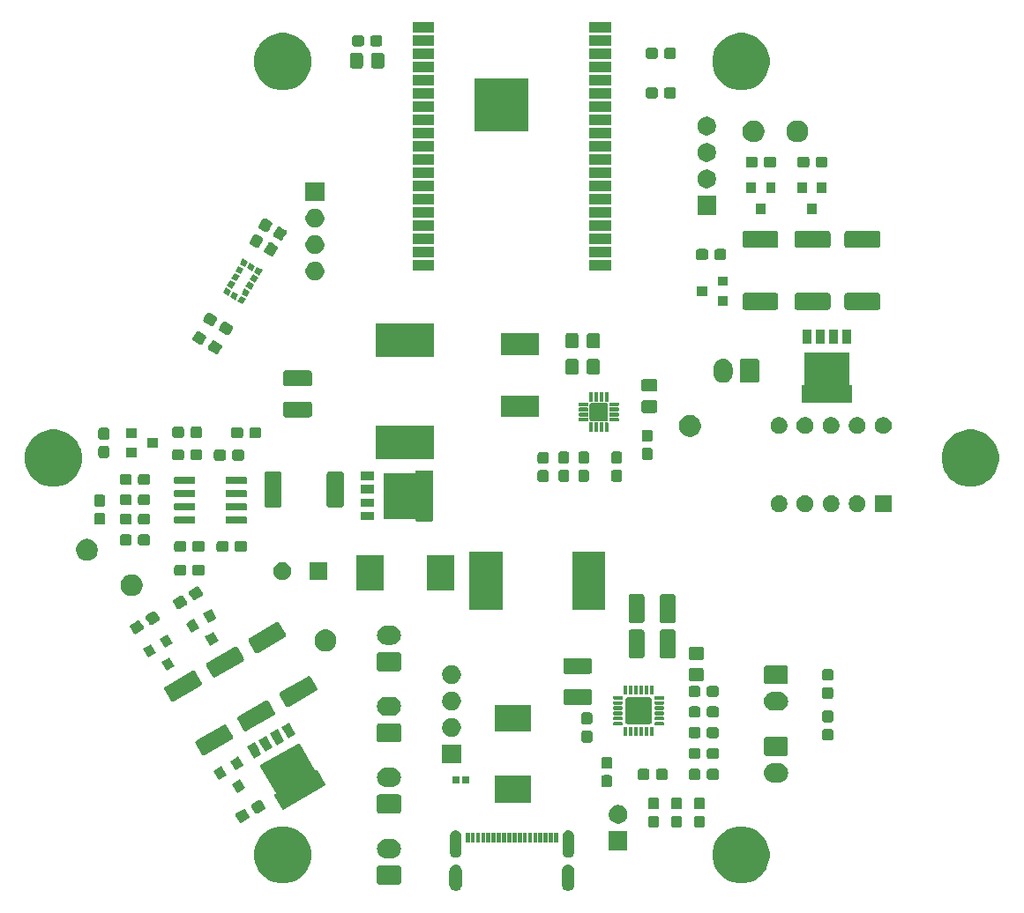
<source format=gts>
G04 #@! TF.GenerationSoftware,KiCad,Pcbnew,(5.1.5)-3*
G04 #@! TF.CreationDate,2020-04-03T10:32:08+01:00*
G04 #@! TF.ProjectId,sync_module,73796e63-5f6d-46f6-9475-6c652e6b6963,rev?*
G04 #@! TF.SameCoordinates,Original*
G04 #@! TF.FileFunction,Soldermask,Top*
G04 #@! TF.FilePolarity,Negative*
%FSLAX46Y46*%
G04 Gerber Fmt 4.6, Leading zero omitted, Abs format (unit mm)*
G04 Created by KiCad (PCBNEW (5.1.5)-3) date 2020-04-03 10:32:08*
%MOMM*%
%LPD*%
G04 APERTURE LIST*
%ADD10C,0.100000*%
G04 APERTURE END LIST*
D10*
G36*
X-5286585Y-39059225D02*
G01*
X-5230034Y-39076380D01*
X-5173484Y-39093534D01*
X-5069250Y-39149248D01*
X-5069248Y-39149249D01*
X-5069249Y-39149249D01*
X-4977889Y-39224224D01*
X-4964866Y-39240093D01*
X-4902908Y-39315589D01*
X-4847194Y-39419823D01*
X-4847194Y-39419824D01*
X-4812885Y-39532924D01*
X-4804204Y-39621066D01*
X-4804204Y-40980022D01*
X-4812885Y-41068164D01*
X-4830040Y-41124715D01*
X-4847194Y-41181265D01*
X-4902908Y-41285499D01*
X-4977887Y-41376861D01*
X-5069249Y-41451840D01*
X-5173483Y-41507554D01*
X-5230033Y-41524708D01*
X-5286584Y-41541863D01*
X-5404204Y-41553447D01*
X-5521823Y-41541863D01*
X-5578374Y-41524708D01*
X-5634924Y-41507554D01*
X-5739158Y-41451840D01*
X-5830520Y-41376861D01*
X-5905499Y-41285499D01*
X-5961213Y-41181265D01*
X-5978367Y-41124715D01*
X-5995522Y-41068164D01*
X-6004203Y-40980022D01*
X-6004204Y-39621067D01*
X-5995523Y-39532925D01*
X-5978368Y-39476374D01*
X-5961214Y-39419824D01*
X-5905500Y-39315590D01*
X-5863075Y-39263894D01*
X-5830524Y-39224229D01*
X-5760977Y-39167154D01*
X-5739159Y-39149248D01*
X-5634925Y-39093534D01*
X-5578375Y-39076380D01*
X-5521824Y-39059225D01*
X-5404204Y-39047641D01*
X-5286585Y-39059225D01*
G37*
G36*
X5513415Y-39059225D02*
G01*
X5569966Y-39076380D01*
X5626516Y-39093534D01*
X5730750Y-39149248D01*
X5730752Y-39149249D01*
X5730751Y-39149249D01*
X5822111Y-39224224D01*
X5835134Y-39240093D01*
X5897092Y-39315589D01*
X5952806Y-39419823D01*
X5952806Y-39419824D01*
X5987115Y-39532924D01*
X5995796Y-39621066D01*
X5995796Y-40980022D01*
X5987115Y-41068164D01*
X5969960Y-41124715D01*
X5952806Y-41181265D01*
X5897092Y-41285499D01*
X5822113Y-41376861D01*
X5730751Y-41451840D01*
X5626517Y-41507554D01*
X5569967Y-41524708D01*
X5513416Y-41541863D01*
X5395796Y-41553447D01*
X5278177Y-41541863D01*
X5221626Y-41524708D01*
X5165076Y-41507554D01*
X5060842Y-41451840D01*
X4969480Y-41376861D01*
X4894501Y-41285499D01*
X4838787Y-41181265D01*
X4821633Y-41124715D01*
X4804478Y-41068164D01*
X4795797Y-40980022D01*
X4795796Y-39621067D01*
X4804477Y-39532925D01*
X4821632Y-39476374D01*
X4838786Y-39419824D01*
X4894500Y-39315590D01*
X4936925Y-39263894D01*
X4969476Y-39224229D01*
X5039023Y-39167154D01*
X5060841Y-39149248D01*
X5165075Y-39093534D01*
X5221625Y-39076380D01*
X5278176Y-39059225D01*
X5395796Y-39047641D01*
X5513415Y-39059225D01*
G37*
G36*
X-10835239Y-39127232D02*
G01*
X-10792374Y-39140235D01*
X-10752873Y-39161348D01*
X-10718247Y-39189767D01*
X-10689828Y-39224393D01*
X-10668715Y-39263894D01*
X-10655712Y-39306759D01*
X-10651080Y-39353790D01*
X-10651080Y-40731410D01*
X-10655712Y-40778441D01*
X-10668715Y-40821306D01*
X-10689828Y-40860807D01*
X-10718247Y-40895433D01*
X-10752873Y-40923852D01*
X-10792374Y-40944965D01*
X-10835239Y-40957968D01*
X-10882270Y-40962600D01*
X-12719890Y-40962600D01*
X-12766921Y-40957968D01*
X-12809786Y-40944965D01*
X-12849287Y-40923852D01*
X-12883913Y-40895433D01*
X-12912332Y-40860807D01*
X-12933445Y-40821306D01*
X-12946448Y-40778441D01*
X-12951080Y-40731410D01*
X-12951080Y-39353790D01*
X-12946448Y-39306759D01*
X-12933445Y-39263894D01*
X-12912332Y-39224393D01*
X-12883913Y-39189767D01*
X-12849287Y-39161348D01*
X-12809786Y-39140235D01*
X-12766921Y-39127232D01*
X-12719890Y-39122600D01*
X-10882270Y-39122600D01*
X-10835239Y-39127232D01*
G37*
G36*
X-21197856Y-35460680D02*
G01*
X-20697388Y-35667981D01*
X-20569397Y-35753502D01*
X-20246977Y-35968936D01*
X-19863936Y-36351977D01*
X-19863935Y-36351979D01*
X-19562981Y-36802388D01*
X-19355680Y-37302856D01*
X-19250000Y-37834147D01*
X-19250000Y-38375853D01*
X-19355680Y-38907144D01*
X-19562981Y-39407612D01*
X-19571140Y-39419823D01*
X-19863936Y-39858023D01*
X-20246977Y-40241064D01*
X-20473712Y-40392563D01*
X-20697388Y-40542019D01*
X-21197856Y-40749320D01*
X-21729147Y-40855000D01*
X-22270853Y-40855000D01*
X-22802144Y-40749320D01*
X-23302612Y-40542019D01*
X-23526288Y-40392563D01*
X-23753023Y-40241064D01*
X-24136064Y-39858023D01*
X-24428860Y-39419823D01*
X-24437019Y-39407612D01*
X-24644320Y-38907144D01*
X-24750000Y-38375853D01*
X-24750000Y-37834147D01*
X-24644320Y-37302856D01*
X-24437019Y-36802388D01*
X-24136065Y-36351979D01*
X-24136064Y-36351977D01*
X-23753023Y-35968936D01*
X-23430603Y-35753502D01*
X-23302612Y-35667981D01*
X-22802144Y-35460680D01*
X-22270853Y-35355000D01*
X-21729147Y-35355000D01*
X-21197856Y-35460680D01*
G37*
G36*
X22802144Y-35460680D02*
G01*
X23302612Y-35667981D01*
X23430603Y-35753502D01*
X23753023Y-35968936D01*
X24136064Y-36351977D01*
X24136065Y-36351979D01*
X24437019Y-36802388D01*
X24644320Y-37302856D01*
X24750000Y-37834147D01*
X24750000Y-38375853D01*
X24644320Y-38907144D01*
X24437019Y-39407612D01*
X24428860Y-39419823D01*
X24136064Y-39858023D01*
X23753023Y-40241064D01*
X23526288Y-40392563D01*
X23302612Y-40542019D01*
X22802144Y-40749320D01*
X22270853Y-40855000D01*
X21729147Y-40855000D01*
X21197856Y-40749320D01*
X20697388Y-40542019D01*
X20473712Y-40392563D01*
X20246977Y-40241064D01*
X19863936Y-39858023D01*
X19571140Y-39419823D01*
X19562981Y-39407612D01*
X19355680Y-38907144D01*
X19250000Y-38375853D01*
X19250000Y-37834147D01*
X19355680Y-37302856D01*
X19562981Y-36802388D01*
X19863935Y-36351979D01*
X19863936Y-36351977D01*
X20246977Y-35968936D01*
X20569397Y-35753502D01*
X20697388Y-35667981D01*
X21197856Y-35460680D01*
X21729147Y-35355000D01*
X22270853Y-35355000D01*
X22802144Y-35460680D01*
G37*
G36*
X-11390729Y-36595911D02*
G01*
X-11217307Y-36648519D01*
X-11057485Y-36733945D01*
X-11057483Y-36733947D01*
X-10917394Y-36848914D01*
X-10833989Y-36950544D01*
X-10802425Y-36989005D01*
X-10716999Y-37148827D01*
X-10664391Y-37322249D01*
X-10646629Y-37502600D01*
X-10664391Y-37682951D01*
X-10716999Y-37856373D01*
X-10802425Y-38016195D01*
X-10802427Y-38016197D01*
X-10917394Y-38156286D01*
X-11014934Y-38236334D01*
X-11057485Y-38271255D01*
X-11217307Y-38356681D01*
X-11390729Y-38409289D01*
X-11525884Y-38422600D01*
X-12076276Y-38422600D01*
X-12211431Y-38409289D01*
X-12384853Y-38356681D01*
X-12544675Y-38271255D01*
X-12587226Y-38236334D01*
X-12684766Y-38156286D01*
X-12799733Y-38016197D01*
X-12799735Y-38016195D01*
X-12885161Y-37856373D01*
X-12937769Y-37682951D01*
X-12955531Y-37502600D01*
X-12937769Y-37322249D01*
X-12885161Y-37148827D01*
X-12799735Y-36989005D01*
X-12768171Y-36950544D01*
X-12684766Y-36848914D01*
X-12544677Y-36733947D01*
X-12544675Y-36733945D01*
X-12384853Y-36648519D01*
X-12211431Y-36595911D01*
X-12076276Y-36582600D01*
X-11525884Y-36582600D01*
X-11390729Y-36595911D01*
G37*
G36*
X5503614Y-35753502D02*
G01*
X5538172Y-35763985D01*
X5607291Y-35784952D01*
X5702835Y-35836021D01*
X5702836Y-35836022D01*
X5702838Y-35836023D01*
X5786586Y-35904754D01*
X5839259Y-35968935D01*
X5855319Y-35988505D01*
X5906388Y-36084048D01*
X5937838Y-36187726D01*
X5945796Y-36268524D01*
X5945796Y-37872564D01*
X5937838Y-37953362D01*
X5906388Y-38057040D01*
X5855319Y-38152583D01*
X5855317Y-38152586D01*
X5786586Y-38236334D01*
X5702838Y-38305065D01*
X5702836Y-38305066D01*
X5702835Y-38305067D01*
X5607292Y-38356136D01*
X5542293Y-38375853D01*
X5503615Y-38387586D01*
X5395796Y-38398205D01*
X5287978Y-38387586D01*
X5249300Y-38375853D01*
X5184301Y-38356136D01*
X5088758Y-38305067D01*
X5088757Y-38305066D01*
X5088755Y-38305065D01*
X5005007Y-38236334D01*
X4936276Y-38152586D01*
X4936274Y-38152583D01*
X4885205Y-38057040D01*
X4853755Y-37953362D01*
X4845797Y-37872564D01*
X4845796Y-36268525D01*
X4853754Y-36187727D01*
X4853755Y-36187725D01*
X4864237Y-36153168D01*
X4885204Y-36084049D01*
X4936273Y-35988505D01*
X4952334Y-35968935D01*
X5005006Y-35904754D01*
X5088754Y-35836023D01*
X5088756Y-35836022D01*
X5088757Y-35836021D01*
X5184300Y-35784952D01*
X5253419Y-35763985D01*
X5287977Y-35753502D01*
X5395796Y-35742883D01*
X5503614Y-35753502D01*
G37*
G36*
X-5296386Y-35753502D02*
G01*
X-5261828Y-35763985D01*
X-5192709Y-35784952D01*
X-5097165Y-35836021D01*
X-5097164Y-35836022D01*
X-5097162Y-35836023D01*
X-5013414Y-35904754D01*
X-4960741Y-35968935D01*
X-4944681Y-35988505D01*
X-4893612Y-36084048D01*
X-4862162Y-36187726D01*
X-4854204Y-36268524D01*
X-4854204Y-37872564D01*
X-4862162Y-37953362D01*
X-4893612Y-38057040D01*
X-4944681Y-38152583D01*
X-4944683Y-38152586D01*
X-5013414Y-38236334D01*
X-5097162Y-38305065D01*
X-5097164Y-38305066D01*
X-5097165Y-38305067D01*
X-5192708Y-38356136D01*
X-5257707Y-38375853D01*
X-5296385Y-38387586D01*
X-5404204Y-38398205D01*
X-5512022Y-38387586D01*
X-5550700Y-38375853D01*
X-5615699Y-38356136D01*
X-5711242Y-38305067D01*
X-5711243Y-38305066D01*
X-5711245Y-38305065D01*
X-5794993Y-38236334D01*
X-5863724Y-38152586D01*
X-5863726Y-38152583D01*
X-5914795Y-38057040D01*
X-5946245Y-37953362D01*
X-5954203Y-37872564D01*
X-5954204Y-36268525D01*
X-5946246Y-36187727D01*
X-5946245Y-36187725D01*
X-5935763Y-36153168D01*
X-5914796Y-36084049D01*
X-5863727Y-35988505D01*
X-5847666Y-35968935D01*
X-5794994Y-35904754D01*
X-5711246Y-35836023D01*
X-5711244Y-35836022D01*
X-5711243Y-35836021D01*
X-5615700Y-35784952D01*
X-5546581Y-35763985D01*
X-5512023Y-35753502D01*
X-5404204Y-35742883D01*
X-5296386Y-35753502D01*
G37*
G36*
X11098920Y-37642600D02*
G01*
X9298920Y-37642600D01*
X9298920Y-35842600D01*
X11098920Y-35842600D01*
X11098920Y-37642600D01*
G37*
G36*
X3945796Y-36950544D02*
G01*
X3545796Y-36950544D01*
X3545796Y-35950544D01*
X3945796Y-35950544D01*
X3945796Y-36950544D01*
G37*
G36*
X-4054204Y-36950544D02*
G01*
X-4454204Y-36950544D01*
X-4454204Y-35950544D01*
X-4054204Y-35950544D01*
X-4054204Y-36950544D01*
G37*
G36*
X-3554204Y-36950544D02*
G01*
X-3954204Y-36950544D01*
X-3954204Y-35950544D01*
X-3554204Y-35950544D01*
X-3554204Y-36950544D01*
G37*
G36*
X3445796Y-36950544D02*
G01*
X3045796Y-36950544D01*
X3045796Y-35950544D01*
X3445796Y-35950544D01*
X3445796Y-36950544D01*
G37*
G36*
X2945796Y-36950544D02*
G01*
X2545796Y-36950544D01*
X2545796Y-35950544D01*
X2945796Y-35950544D01*
X2945796Y-36950544D01*
G37*
G36*
X-2054204Y-36950544D02*
G01*
X-2454204Y-36950544D01*
X-2454204Y-35950544D01*
X-2054204Y-35950544D01*
X-2054204Y-36950544D01*
G37*
G36*
X-1554204Y-36950544D02*
G01*
X-1954204Y-36950544D01*
X-1954204Y-35950544D01*
X-1554204Y-35950544D01*
X-1554204Y-36950544D01*
G37*
G36*
X-1054204Y-36950544D02*
G01*
X-1454204Y-36950544D01*
X-1454204Y-35950544D01*
X-1054204Y-35950544D01*
X-1054204Y-36950544D01*
G37*
G36*
X-554204Y-36950544D02*
G01*
X-954204Y-36950544D01*
X-954204Y-35950544D01*
X-554204Y-35950544D01*
X-554204Y-36950544D01*
G37*
G36*
X1945796Y-36950544D02*
G01*
X1545796Y-36950544D01*
X1545796Y-35950544D01*
X1945796Y-35950544D01*
X1945796Y-36950544D01*
G37*
G36*
X-3054204Y-36950544D02*
G01*
X-3454204Y-36950544D01*
X-3454204Y-35950544D01*
X-3054204Y-35950544D01*
X-3054204Y-36950544D01*
G37*
G36*
X945796Y-36950544D02*
G01*
X545796Y-36950544D01*
X545796Y-35950544D01*
X945796Y-35950544D01*
X945796Y-36950544D01*
G37*
G36*
X445796Y-36950544D02*
G01*
X45796Y-36950544D01*
X45796Y-35950544D01*
X445796Y-35950544D01*
X445796Y-36950544D01*
G37*
G36*
X-54204Y-36950544D02*
G01*
X-454204Y-36950544D01*
X-454204Y-35950544D01*
X-54204Y-35950544D01*
X-54204Y-36950544D01*
G37*
G36*
X1445796Y-36950544D02*
G01*
X1045796Y-36950544D01*
X1045796Y-35950544D01*
X1445796Y-35950544D01*
X1445796Y-36950544D01*
G37*
G36*
X4445796Y-36950544D02*
G01*
X4045796Y-36950544D01*
X4045796Y-35950544D01*
X4445796Y-35950544D01*
X4445796Y-36950544D01*
G37*
G36*
X-2554204Y-36950544D02*
G01*
X-2954204Y-36950544D01*
X-2954204Y-35950544D01*
X-2554204Y-35950544D01*
X-2554204Y-36950544D01*
G37*
G36*
X2445796Y-36950544D02*
G01*
X2045796Y-36950544D01*
X2045796Y-35950544D01*
X2445796Y-35950544D01*
X2445796Y-36950544D01*
G37*
G36*
X18332705Y-34347400D02*
G01*
X18377212Y-34360902D01*
X18418236Y-34382829D01*
X18454186Y-34412334D01*
X18483691Y-34448284D01*
X18505618Y-34489308D01*
X18519120Y-34533815D01*
X18523920Y-34582554D01*
X18523920Y-35252646D01*
X18519120Y-35301385D01*
X18505618Y-35345892D01*
X18483691Y-35386916D01*
X18454186Y-35422866D01*
X18418236Y-35452371D01*
X18377212Y-35474298D01*
X18332705Y-35487800D01*
X18283966Y-35492600D01*
X17713874Y-35492600D01*
X17665135Y-35487800D01*
X17620628Y-35474298D01*
X17579604Y-35452371D01*
X17543654Y-35422866D01*
X17514149Y-35386916D01*
X17492222Y-35345892D01*
X17478720Y-35301385D01*
X17473920Y-35252646D01*
X17473920Y-34582554D01*
X17478720Y-34533815D01*
X17492222Y-34489308D01*
X17514149Y-34448284D01*
X17543654Y-34412334D01*
X17579604Y-34382829D01*
X17620628Y-34360902D01*
X17665135Y-34347400D01*
X17713874Y-34342600D01*
X18283966Y-34342600D01*
X18332705Y-34347400D01*
G37*
G36*
X16132705Y-34347400D02*
G01*
X16177212Y-34360902D01*
X16218236Y-34382829D01*
X16254186Y-34412334D01*
X16283691Y-34448284D01*
X16305618Y-34489308D01*
X16319120Y-34533815D01*
X16323920Y-34582554D01*
X16323920Y-35252646D01*
X16319120Y-35301385D01*
X16305618Y-35345892D01*
X16283691Y-35386916D01*
X16254186Y-35422866D01*
X16218236Y-35452371D01*
X16177212Y-35474298D01*
X16132705Y-35487800D01*
X16083966Y-35492600D01*
X15513874Y-35492600D01*
X15465135Y-35487800D01*
X15420628Y-35474298D01*
X15379604Y-35452371D01*
X15343654Y-35422866D01*
X15314149Y-35386916D01*
X15292222Y-35345892D01*
X15278720Y-35301385D01*
X15273920Y-35252646D01*
X15273920Y-34582554D01*
X15278720Y-34533815D01*
X15292222Y-34489308D01*
X15314149Y-34448284D01*
X15343654Y-34412334D01*
X15379604Y-34382829D01*
X15420628Y-34360902D01*
X15465135Y-34347400D01*
X15513874Y-34342600D01*
X16083966Y-34342600D01*
X16132705Y-34347400D01*
G37*
G36*
X13932705Y-34347400D02*
G01*
X13977212Y-34360902D01*
X14018236Y-34382829D01*
X14054186Y-34412334D01*
X14083691Y-34448284D01*
X14105618Y-34489308D01*
X14119120Y-34533815D01*
X14123920Y-34582554D01*
X14123920Y-35252646D01*
X14119120Y-35301385D01*
X14105618Y-35345892D01*
X14083691Y-35386916D01*
X14054186Y-35422866D01*
X14018236Y-35452371D01*
X13977212Y-35474298D01*
X13932705Y-35487800D01*
X13883966Y-35492600D01*
X13313874Y-35492600D01*
X13265135Y-35487800D01*
X13220628Y-35474298D01*
X13179604Y-35452371D01*
X13143654Y-35422866D01*
X13114149Y-35386916D01*
X13092222Y-35345892D01*
X13078720Y-35301385D01*
X13073920Y-35252646D01*
X13073920Y-34582554D01*
X13078720Y-34533815D01*
X13092222Y-34489308D01*
X13114149Y-34448284D01*
X13143654Y-34412334D01*
X13179604Y-34382829D01*
X13220628Y-34360902D01*
X13265135Y-34347400D01*
X13313874Y-34342600D01*
X13883966Y-34342600D01*
X13932705Y-34347400D01*
G37*
G36*
X10403481Y-33325657D02*
G01*
X10461440Y-33337186D01*
X10625230Y-33405030D01*
X10772637Y-33503524D01*
X10897996Y-33628883D01*
X10995273Y-33774469D01*
X10996491Y-33776292D01*
X11064334Y-33940081D01*
X11098920Y-34113956D01*
X11098920Y-34291244D01*
X11080699Y-34382847D01*
X11064334Y-34465120D01*
X11027565Y-34553889D01*
X11006353Y-34605100D01*
X10996490Y-34628910D01*
X10897996Y-34776317D01*
X10772637Y-34901676D01*
X10625230Y-35000170D01*
X10625229Y-35000171D01*
X10625228Y-35000171D01*
X10609492Y-35006689D01*
X10461440Y-35068014D01*
X10403481Y-35079543D01*
X10287564Y-35102600D01*
X10110276Y-35102600D01*
X9994359Y-35079543D01*
X9936400Y-35068014D01*
X9788348Y-35006689D01*
X9772612Y-35000171D01*
X9772611Y-35000171D01*
X9772610Y-35000170D01*
X9625203Y-34901676D01*
X9499844Y-34776317D01*
X9401350Y-34628910D01*
X9391488Y-34605100D01*
X9370275Y-34553889D01*
X9333506Y-34465120D01*
X9317141Y-34382847D01*
X9298920Y-34291244D01*
X9298920Y-34113956D01*
X9333506Y-33940081D01*
X9401349Y-33776292D01*
X9402567Y-33774469D01*
X9499844Y-33628883D01*
X9625203Y-33503524D01*
X9772610Y-33405030D01*
X9936400Y-33337186D01*
X9994359Y-33325657D01*
X10110276Y-33302600D01*
X10287564Y-33302600D01*
X10403481Y-33325657D01*
G37*
G36*
X-25667447Y-33722645D02*
G01*
X-25623919Y-33739028D01*
X-25584424Y-33763588D01*
X-25550471Y-33795388D01*
X-25521949Y-33835191D01*
X-25510676Y-33854716D01*
X-25510674Y-33854719D01*
X-25396869Y-34051835D01*
X-25236902Y-34328906D01*
X-25216689Y-34373516D01*
X-25206127Y-34418817D01*
X-25204605Y-34465301D01*
X-25212181Y-34511190D01*
X-25228564Y-34554718D01*
X-25253124Y-34594214D01*
X-25284922Y-34628164D01*
X-25324738Y-34656696D01*
X-25344254Y-34667964D01*
X-25344256Y-34667965D01*
X-25885522Y-34980465D01*
X-25885526Y-34980467D01*
X-25905043Y-34991735D01*
X-25949658Y-35011950D01*
X-25994955Y-35022511D01*
X-26041442Y-35024033D01*
X-26087331Y-35016457D01*
X-26130859Y-35000074D01*
X-26170354Y-34975514D01*
X-26204307Y-34943714D01*
X-26232829Y-34903911D01*
X-26517876Y-34410196D01*
X-26538089Y-34365586D01*
X-26548651Y-34320285D01*
X-26550173Y-34273801D01*
X-26542597Y-34227912D01*
X-26526214Y-34184384D01*
X-26501654Y-34144888D01*
X-26469856Y-34110938D01*
X-26430040Y-34082406D01*
X-26406325Y-34068714D01*
X-25869256Y-33758637D01*
X-25869252Y-33758635D01*
X-25849735Y-33747367D01*
X-25805120Y-33727152D01*
X-25759823Y-33716591D01*
X-25713336Y-33715069D01*
X-25667447Y-33722645D01*
G37*
G36*
X-24151903Y-32847645D02*
G01*
X-24108375Y-32864028D01*
X-24068880Y-32888588D01*
X-24034927Y-32920388D01*
X-24006405Y-32960191D01*
X-23721358Y-33453906D01*
X-23701145Y-33498516D01*
X-23690583Y-33543817D01*
X-23689061Y-33590301D01*
X-23696637Y-33636190D01*
X-23713020Y-33679718D01*
X-23737580Y-33719214D01*
X-23769378Y-33753164D01*
X-23809194Y-33781696D01*
X-23828710Y-33792964D01*
X-23828712Y-33792965D01*
X-24369978Y-34105465D01*
X-24369982Y-34105467D01*
X-24389499Y-34116735D01*
X-24434114Y-34136950D01*
X-24479411Y-34147511D01*
X-24525898Y-34149033D01*
X-24571787Y-34141457D01*
X-24615315Y-34125074D01*
X-24654810Y-34100514D01*
X-24688763Y-34068714D01*
X-24717285Y-34028911D01*
X-24740921Y-33987972D01*
X-24885589Y-33737400D01*
X-25002332Y-33535196D01*
X-25022545Y-33490586D01*
X-25033107Y-33445285D01*
X-25034629Y-33398801D01*
X-25027053Y-33352912D01*
X-25010670Y-33309384D01*
X-24986110Y-33269888D01*
X-24954312Y-33235938D01*
X-24914496Y-33207406D01*
X-24894978Y-33196137D01*
X-24353712Y-32883637D01*
X-24353708Y-32883635D01*
X-24334191Y-32872367D01*
X-24289576Y-32852152D01*
X-24244279Y-32841591D01*
X-24197792Y-32840069D01*
X-24151903Y-32847645D01*
G37*
G36*
X-10835239Y-32293898D02*
G01*
X-10792374Y-32306901D01*
X-10752873Y-32328014D01*
X-10718247Y-32356433D01*
X-10689828Y-32391059D01*
X-10668715Y-32430560D01*
X-10655712Y-32473425D01*
X-10651080Y-32520456D01*
X-10651080Y-33898076D01*
X-10655712Y-33945107D01*
X-10668715Y-33987972D01*
X-10689828Y-34027473D01*
X-10718247Y-34062099D01*
X-10752873Y-34090518D01*
X-10792374Y-34111631D01*
X-10835239Y-34124634D01*
X-10882270Y-34129266D01*
X-12719890Y-34129266D01*
X-12766921Y-34124634D01*
X-12809786Y-34111631D01*
X-12849287Y-34090518D01*
X-12883913Y-34062099D01*
X-12912332Y-34027473D01*
X-12933445Y-33987972D01*
X-12946448Y-33945107D01*
X-12951080Y-33898076D01*
X-12951080Y-32520456D01*
X-12946448Y-32473425D01*
X-12933445Y-32430560D01*
X-12912332Y-32391059D01*
X-12883913Y-32356433D01*
X-12849287Y-32328014D01*
X-12809786Y-32306901D01*
X-12766921Y-32293898D01*
X-12719890Y-32289266D01*
X-10882270Y-32289266D01*
X-10835239Y-32293898D01*
G37*
G36*
X-20437880Y-27405599D02*
G01*
X-20435633Y-27405970D01*
X-20422728Y-27410827D01*
X-20422727Y-27410828D01*
X-20422726Y-27410828D01*
X-20416232Y-27414866D01*
X-20411018Y-27418108D01*
X-20400954Y-27427534D01*
X-20395278Y-27435456D01*
X-20391481Y-27440755D01*
X-18915503Y-29997224D01*
X-18909794Y-30005192D01*
X-18902640Y-30011892D01*
X-18894317Y-30017068D01*
X-18885144Y-30020520D01*
X-18875473Y-30022117D01*
X-18865677Y-30021796D01*
X-18856131Y-30019571D01*
X-18847204Y-30015525D01*
X-18737256Y-29952047D01*
X-18730209Y-29948854D01*
X-18722441Y-29945334D01*
X-18709012Y-29942203D01*
X-18708574Y-29942189D01*
X-18695231Y-29941751D01*
X-18681624Y-29943998D01*
X-18668722Y-29948854D01*
X-18665231Y-29951025D01*
X-18657011Y-29956136D01*
X-18646947Y-29965562D01*
X-18641111Y-29973707D01*
X-18637474Y-29978783D01*
X-17864938Y-31316855D01*
X-17863916Y-31319111D01*
X-17858936Y-31330100D01*
X-17858225Y-31331671D01*
X-17855094Y-31345100D01*
X-17854642Y-31358879D01*
X-17856518Y-31370238D01*
X-17856889Y-31372485D01*
X-17861746Y-31385390D01*
X-17869027Y-31397100D01*
X-17878453Y-31407164D01*
X-17886598Y-31413000D01*
X-17891674Y-31416637D01*
X-21957726Y-33764173D01*
X-21959982Y-33765195D01*
X-21972541Y-33770886D01*
X-21985970Y-33774017D01*
X-21986394Y-33774031D01*
X-21999750Y-33774469D01*
X-22011109Y-33772593D01*
X-22013356Y-33772222D01*
X-22026261Y-33767365D01*
X-22037971Y-33760084D01*
X-22048035Y-33750658D01*
X-22056066Y-33739449D01*
X-22057508Y-33737437D01*
X-22830044Y-32399365D01*
X-22832644Y-32393626D01*
X-22836757Y-32384550D01*
X-22839888Y-32371121D01*
X-22840033Y-32366697D01*
X-22840340Y-32357341D01*
X-22838093Y-32343736D01*
X-22833235Y-32330828D01*
X-22825957Y-32319123D01*
X-22825955Y-32319120D01*
X-22816529Y-32309056D01*
X-22805320Y-32301025D01*
X-22803308Y-32299583D01*
X-22693360Y-32236105D01*
X-22685393Y-32230396D01*
X-22678692Y-32223243D01*
X-22673516Y-32214919D01*
X-22670064Y-32205746D01*
X-22668467Y-32196075D01*
X-22668788Y-32186279D01*
X-22671013Y-32176734D01*
X-22675059Y-32167806D01*
X-24151037Y-29611337D01*
X-24157750Y-29596521D01*
X-24160881Y-29583093D01*
X-24160979Y-29580100D01*
X-24161333Y-29569313D01*
X-24159086Y-29555708D01*
X-24154228Y-29542800D01*
X-24146950Y-29531095D01*
X-24146948Y-29531092D01*
X-24137522Y-29521028D01*
X-24126314Y-29512997D01*
X-24126310Y-29512995D01*
X-24124305Y-29511558D01*
X-20491258Y-27414017D01*
X-20489012Y-27412999D01*
X-20489008Y-27412997D01*
X-20476448Y-27407306D01*
X-20463019Y-27404175D01*
X-20462595Y-27404161D01*
X-20449239Y-27403723D01*
X-20437880Y-27405599D01*
G37*
G36*
X13932705Y-32597400D02*
G01*
X13977212Y-32610902D01*
X14018236Y-32632829D01*
X14054186Y-32662334D01*
X14083691Y-32698284D01*
X14105618Y-32739308D01*
X14119120Y-32783815D01*
X14123920Y-32832554D01*
X14123920Y-33502646D01*
X14119120Y-33551385D01*
X14105618Y-33595892D01*
X14083691Y-33636916D01*
X14054186Y-33672866D01*
X14018236Y-33702371D01*
X13977212Y-33724298D01*
X13932705Y-33737800D01*
X13883966Y-33742600D01*
X13313874Y-33742600D01*
X13265135Y-33737800D01*
X13220628Y-33724298D01*
X13179604Y-33702371D01*
X13143654Y-33672866D01*
X13114149Y-33636916D01*
X13092222Y-33595892D01*
X13078720Y-33551385D01*
X13073920Y-33502646D01*
X13073920Y-32832554D01*
X13078720Y-32783815D01*
X13092222Y-32739308D01*
X13114149Y-32698284D01*
X13143654Y-32662334D01*
X13179604Y-32632829D01*
X13220628Y-32610902D01*
X13265135Y-32597400D01*
X13313874Y-32592600D01*
X13883966Y-32592600D01*
X13932705Y-32597400D01*
G37*
G36*
X16132705Y-32597400D02*
G01*
X16177212Y-32610902D01*
X16218236Y-32632829D01*
X16254186Y-32662334D01*
X16283691Y-32698284D01*
X16305618Y-32739308D01*
X16319120Y-32783815D01*
X16323920Y-32832554D01*
X16323920Y-33502646D01*
X16319120Y-33551385D01*
X16305618Y-33595892D01*
X16283691Y-33636916D01*
X16254186Y-33672866D01*
X16218236Y-33702371D01*
X16177212Y-33724298D01*
X16132705Y-33737800D01*
X16083966Y-33742600D01*
X15513874Y-33742600D01*
X15465135Y-33737800D01*
X15420628Y-33724298D01*
X15379604Y-33702371D01*
X15343654Y-33672866D01*
X15314149Y-33636916D01*
X15292222Y-33595892D01*
X15278720Y-33551385D01*
X15273920Y-33502646D01*
X15273920Y-32832554D01*
X15278720Y-32783815D01*
X15292222Y-32739308D01*
X15314149Y-32698284D01*
X15343654Y-32662334D01*
X15379604Y-32632829D01*
X15420628Y-32610902D01*
X15465135Y-32597400D01*
X15513874Y-32592600D01*
X16083966Y-32592600D01*
X16132705Y-32597400D01*
G37*
G36*
X18332705Y-32597400D02*
G01*
X18377212Y-32610902D01*
X18418236Y-32632829D01*
X18454186Y-32662334D01*
X18483691Y-32698284D01*
X18505618Y-32739308D01*
X18519120Y-32783815D01*
X18523920Y-32832554D01*
X18523920Y-33502646D01*
X18519120Y-33551385D01*
X18505618Y-33595892D01*
X18483691Y-33636916D01*
X18454186Y-33672866D01*
X18418236Y-33702371D01*
X18377212Y-33724298D01*
X18332705Y-33737800D01*
X18283966Y-33742600D01*
X17713874Y-33742600D01*
X17665135Y-33737800D01*
X17620628Y-33724298D01*
X17579604Y-33702371D01*
X17543654Y-33672866D01*
X17514149Y-33636916D01*
X17492222Y-33595892D01*
X17478720Y-33551385D01*
X17473920Y-33502646D01*
X17473920Y-32832554D01*
X17478720Y-32783815D01*
X17492222Y-32739308D01*
X17514149Y-32698284D01*
X17543654Y-32662334D01*
X17579604Y-32632829D01*
X17620628Y-32610902D01*
X17665135Y-32597400D01*
X17713874Y-32592600D01*
X18283966Y-32592600D01*
X18332705Y-32597400D01*
G37*
G36*
X1798920Y-33092600D02*
G01*
X-1601080Y-33092600D01*
X-1601080Y-30492600D01*
X1798920Y-30492600D01*
X1798920Y-33092600D01*
G37*
G36*
X-25578736Y-31712197D02*
G01*
X-25968448Y-31937197D01*
X-26358159Y-32162197D01*
X-26358160Y-32162197D01*
X-26858160Y-31296171D01*
X-26385079Y-31023038D01*
X-26078737Y-30846171D01*
X-26078736Y-30846171D01*
X-25578736Y-31712197D01*
G37*
G36*
X9432705Y-30447400D02*
G01*
X9477212Y-30460902D01*
X9518236Y-30482829D01*
X9554186Y-30512334D01*
X9583691Y-30548284D01*
X9605618Y-30589308D01*
X9619120Y-30633815D01*
X9623920Y-30682554D01*
X9623920Y-31352646D01*
X9619120Y-31401385D01*
X9605618Y-31445892D01*
X9583691Y-31486916D01*
X9554186Y-31522866D01*
X9518236Y-31552371D01*
X9477212Y-31574298D01*
X9432705Y-31587800D01*
X9383966Y-31592600D01*
X8813874Y-31592600D01*
X8765135Y-31587800D01*
X8720628Y-31574298D01*
X8679604Y-31552371D01*
X8643654Y-31522866D01*
X8614149Y-31486916D01*
X8592222Y-31445892D01*
X8578720Y-31401385D01*
X8573920Y-31352646D01*
X8573920Y-30682554D01*
X8578720Y-30633815D01*
X8592222Y-30589308D01*
X8614149Y-30548284D01*
X8643654Y-30512334D01*
X8679604Y-30482829D01*
X8720628Y-30460902D01*
X8765135Y-30447400D01*
X8813874Y-30442600D01*
X9383966Y-30442600D01*
X9432705Y-30447400D01*
G37*
G36*
X-11390729Y-29762577D02*
G01*
X-11217307Y-29815185D01*
X-11057485Y-29900611D01*
X-11040483Y-29914564D01*
X-10917394Y-30015580D01*
X-10821346Y-30132616D01*
X-10802425Y-30155671D01*
X-10716999Y-30315493D01*
X-10664391Y-30488915D01*
X-10646629Y-30669266D01*
X-10664391Y-30849617D01*
X-10716999Y-31023039D01*
X-10802425Y-31182861D01*
X-10802427Y-31182863D01*
X-10917394Y-31322952D01*
X-11031551Y-31416637D01*
X-11057485Y-31437921D01*
X-11217307Y-31523347D01*
X-11390729Y-31575955D01*
X-11525884Y-31589266D01*
X-12076276Y-31589266D01*
X-12211431Y-31575955D01*
X-12384853Y-31523347D01*
X-12544675Y-31437921D01*
X-12570609Y-31416637D01*
X-12684766Y-31322952D01*
X-12799733Y-31182863D01*
X-12799735Y-31182861D01*
X-12885161Y-31023039D01*
X-12937769Y-30849617D01*
X-12955531Y-30669266D01*
X-12937769Y-30488915D01*
X-12885161Y-30315493D01*
X-12799735Y-30155671D01*
X-12780814Y-30132616D01*
X-12684766Y-30015580D01*
X-12561677Y-29914564D01*
X-12544675Y-29900611D01*
X-12384853Y-29815185D01*
X-12211431Y-29762577D01*
X-12076276Y-29749266D01*
X-11525884Y-29749266D01*
X-11390729Y-29762577D01*
G37*
G36*
X-4188772Y-30533071D02*
G01*
X-4161145Y-30541452D01*
X-4135689Y-30555058D01*
X-4113373Y-30573373D01*
X-4095058Y-30595689D01*
X-4081452Y-30621145D01*
X-4073071Y-30648772D01*
X-4070000Y-30679954D01*
X-4070000Y-31120046D01*
X-4073071Y-31151228D01*
X-4081452Y-31178855D01*
X-4095058Y-31204311D01*
X-4113373Y-31226627D01*
X-4135689Y-31244942D01*
X-4161145Y-31258548D01*
X-4188772Y-31266929D01*
X-4219954Y-31270000D01*
X-4610046Y-31270000D01*
X-4641228Y-31266929D01*
X-4668855Y-31258548D01*
X-4694311Y-31244942D01*
X-4716627Y-31226627D01*
X-4734942Y-31204311D01*
X-4748548Y-31178855D01*
X-4756929Y-31151228D01*
X-4760000Y-31120046D01*
X-4760000Y-30679954D01*
X-4756929Y-30648772D01*
X-4748548Y-30621145D01*
X-4734942Y-30595689D01*
X-4716627Y-30573373D01*
X-4694311Y-30555058D01*
X-4668855Y-30541452D01*
X-4641228Y-30533071D01*
X-4610046Y-30530000D01*
X-4219954Y-30530000D01*
X-4188772Y-30533071D01*
G37*
G36*
X-5158772Y-30533071D02*
G01*
X-5131145Y-30541452D01*
X-5105689Y-30555058D01*
X-5083373Y-30573373D01*
X-5065058Y-30595689D01*
X-5051452Y-30621145D01*
X-5043071Y-30648772D01*
X-5040000Y-30679954D01*
X-5040000Y-31120046D01*
X-5043071Y-31151228D01*
X-5051452Y-31178855D01*
X-5065058Y-31204311D01*
X-5083373Y-31226627D01*
X-5105689Y-31244942D01*
X-5131145Y-31258548D01*
X-5158772Y-31266929D01*
X-5189954Y-31270000D01*
X-5580046Y-31270000D01*
X-5611228Y-31266929D01*
X-5638855Y-31258548D01*
X-5664311Y-31244942D01*
X-5686627Y-31226627D01*
X-5704942Y-31204311D01*
X-5718548Y-31178855D01*
X-5726929Y-31151228D01*
X-5730000Y-31120046D01*
X-5730000Y-30679954D01*
X-5726929Y-30648772D01*
X-5718548Y-30621145D01*
X-5704942Y-30595689D01*
X-5686627Y-30573373D01*
X-5664311Y-30555058D01*
X-5638855Y-30541452D01*
X-5611228Y-30533071D01*
X-5580046Y-30530000D01*
X-5189954Y-30530000D01*
X-5158772Y-30533071D01*
G37*
G36*
X25767751Y-29332231D02*
G01*
X25941173Y-29384839D01*
X26100995Y-29470265D01*
X26100997Y-29470267D01*
X26241086Y-29585234D01*
X26319312Y-29680554D01*
X26356055Y-29725325D01*
X26441481Y-29885147D01*
X26494089Y-30058569D01*
X26511851Y-30238920D01*
X26494089Y-30419271D01*
X26441481Y-30592693D01*
X26356055Y-30752515D01*
X26356053Y-30752517D01*
X26241086Y-30892606D01*
X26124050Y-30988654D01*
X26100995Y-31007575D01*
X25941173Y-31093001D01*
X25767751Y-31145609D01*
X25632596Y-31158920D01*
X25082204Y-31158920D01*
X24947049Y-31145609D01*
X24773627Y-31093001D01*
X24613805Y-31007575D01*
X24590750Y-30988654D01*
X24473714Y-30892606D01*
X24358747Y-30752517D01*
X24358745Y-30752515D01*
X24273319Y-30592693D01*
X24220711Y-30419271D01*
X24202949Y-30238920D01*
X24220711Y-30058569D01*
X24273319Y-29885147D01*
X24358745Y-29725325D01*
X24395488Y-29680554D01*
X24473714Y-29585234D01*
X24613803Y-29470267D01*
X24613805Y-29470265D01*
X24773627Y-29384839D01*
X24947049Y-29332231D01*
X25082204Y-29318920D01*
X25632596Y-29318920D01*
X25767751Y-29332231D01*
G37*
G36*
X-27401460Y-30455147D02*
G01*
X-27695966Y-30625180D01*
X-28180883Y-30905147D01*
X-28180884Y-30905147D01*
X-28680884Y-30039121D01*
X-28137373Y-29725325D01*
X-27901461Y-29589121D01*
X-27901460Y-29589121D01*
X-27401460Y-30455147D01*
G37*
G36*
X13018688Y-29842481D02*
G01*
X13063195Y-29855983D01*
X13104219Y-29877910D01*
X13140169Y-29907415D01*
X13169674Y-29943365D01*
X13191601Y-29984389D01*
X13205103Y-30028896D01*
X13209903Y-30077635D01*
X13209903Y-30647727D01*
X13205103Y-30696466D01*
X13191601Y-30740973D01*
X13169674Y-30781997D01*
X13140169Y-30817947D01*
X13104219Y-30847452D01*
X13063195Y-30869379D01*
X13018688Y-30882881D01*
X12969949Y-30887681D01*
X12299857Y-30887681D01*
X12251118Y-30882881D01*
X12206611Y-30869379D01*
X12165587Y-30847452D01*
X12129637Y-30817947D01*
X12100132Y-30781997D01*
X12078205Y-30740973D01*
X12064703Y-30696466D01*
X12059903Y-30647727D01*
X12059903Y-30077635D01*
X12064703Y-30028896D01*
X12078205Y-29984389D01*
X12100132Y-29943365D01*
X12129637Y-29907415D01*
X12165587Y-29877910D01*
X12206611Y-29855983D01*
X12251118Y-29842481D01*
X12299857Y-29837681D01*
X12969949Y-29837681D01*
X13018688Y-29842481D01*
G37*
G36*
X14768688Y-29842481D02*
G01*
X14813195Y-29855983D01*
X14854219Y-29877910D01*
X14890169Y-29907415D01*
X14919674Y-29943365D01*
X14941601Y-29984389D01*
X14955103Y-30028896D01*
X14959903Y-30077635D01*
X14959903Y-30647727D01*
X14955103Y-30696466D01*
X14941601Y-30740973D01*
X14919674Y-30781997D01*
X14890169Y-30817947D01*
X14854219Y-30847452D01*
X14813195Y-30869379D01*
X14768688Y-30882881D01*
X14719949Y-30887681D01*
X14049857Y-30887681D01*
X14001118Y-30882881D01*
X13956611Y-30869379D01*
X13915587Y-30847452D01*
X13879637Y-30817947D01*
X13850132Y-30781997D01*
X13828205Y-30740973D01*
X13814703Y-30696466D01*
X13809903Y-30647727D01*
X13809903Y-30077635D01*
X13814703Y-30028896D01*
X13828205Y-29984389D01*
X13850132Y-29943365D01*
X13879637Y-29907415D01*
X13915587Y-29877910D01*
X13956611Y-29855983D01*
X14001118Y-29842481D01*
X14049857Y-29837681D01*
X14719949Y-29837681D01*
X14768688Y-29842481D01*
G37*
G36*
X17918688Y-29842480D02*
G01*
X17963195Y-29855982D01*
X18004219Y-29877909D01*
X18040169Y-29907414D01*
X18069674Y-29943364D01*
X18091601Y-29984388D01*
X18105103Y-30028895D01*
X18109903Y-30077634D01*
X18109903Y-30647726D01*
X18105103Y-30696465D01*
X18091601Y-30740972D01*
X18069674Y-30781996D01*
X18040169Y-30817946D01*
X18004219Y-30847451D01*
X17963195Y-30869378D01*
X17918688Y-30882880D01*
X17869949Y-30887680D01*
X17199857Y-30887680D01*
X17151118Y-30882880D01*
X17106611Y-30869378D01*
X17065587Y-30847451D01*
X17029637Y-30817946D01*
X17000132Y-30781996D01*
X16978205Y-30740972D01*
X16964703Y-30696465D01*
X16959903Y-30647726D01*
X16959903Y-30077634D01*
X16964703Y-30028895D01*
X16978205Y-29984388D01*
X17000132Y-29943364D01*
X17029637Y-29907414D01*
X17065587Y-29877909D01*
X17106611Y-29855982D01*
X17151118Y-29842480D01*
X17199857Y-29837680D01*
X17869949Y-29837680D01*
X17918688Y-29842480D01*
G37*
G36*
X19668688Y-29842480D02*
G01*
X19713195Y-29855982D01*
X19754219Y-29877909D01*
X19790169Y-29907414D01*
X19819674Y-29943364D01*
X19841601Y-29984388D01*
X19855103Y-30028895D01*
X19859903Y-30077634D01*
X19859903Y-30647726D01*
X19855103Y-30696465D01*
X19841601Y-30740972D01*
X19819674Y-30781996D01*
X19790169Y-30817946D01*
X19754219Y-30847451D01*
X19713195Y-30869378D01*
X19668688Y-30882880D01*
X19619949Y-30887680D01*
X18949857Y-30887680D01*
X18901118Y-30882880D01*
X18856611Y-30869378D01*
X18815587Y-30847451D01*
X18779637Y-30817946D01*
X18750132Y-30781996D01*
X18728205Y-30740972D01*
X18714703Y-30696465D01*
X18709903Y-30647726D01*
X18709903Y-30077634D01*
X18714703Y-30028895D01*
X18728205Y-29984388D01*
X18750132Y-29943364D01*
X18779637Y-29907414D01*
X18815587Y-29877909D01*
X18856611Y-29855982D01*
X18901118Y-29842480D01*
X18949857Y-29837680D01*
X19619949Y-29837680D01*
X19668688Y-29842480D01*
G37*
G36*
X-25756012Y-29505147D02*
G01*
X-25939939Y-29611337D01*
X-26535435Y-29955147D01*
X-26535436Y-29955147D01*
X-27035436Y-29089121D01*
X-26611805Y-28844538D01*
X-26256013Y-28639121D01*
X-26256012Y-28639121D01*
X-25756012Y-29505147D01*
G37*
G36*
X9432705Y-28697400D02*
G01*
X9477212Y-28710902D01*
X9518236Y-28732829D01*
X9554186Y-28762334D01*
X9583691Y-28798284D01*
X9605618Y-28839308D01*
X9619120Y-28883815D01*
X9623920Y-28932554D01*
X9623920Y-29602646D01*
X9619120Y-29651385D01*
X9605618Y-29695892D01*
X9583691Y-29736916D01*
X9554186Y-29772866D01*
X9518236Y-29802371D01*
X9477212Y-29824298D01*
X9432705Y-29837800D01*
X9383966Y-29842600D01*
X8813874Y-29842600D01*
X8765135Y-29837800D01*
X8720628Y-29824298D01*
X8679604Y-29802371D01*
X8643654Y-29772866D01*
X8614149Y-29736916D01*
X8592222Y-29695892D01*
X8578720Y-29651385D01*
X8573920Y-29602646D01*
X8573920Y-28932554D01*
X8578720Y-28883815D01*
X8592222Y-28839308D01*
X8614149Y-28798284D01*
X8643654Y-28762334D01*
X8679604Y-28732829D01*
X8720628Y-28710902D01*
X8765135Y-28697400D01*
X8813874Y-28692600D01*
X9383966Y-28692600D01*
X9432705Y-28697400D01*
G37*
G36*
X-4900000Y-29300000D02*
G01*
X-6700000Y-29300000D01*
X-6700000Y-27500000D01*
X-4900000Y-27500000D01*
X-4900000Y-29300000D01*
G37*
G36*
X17918686Y-27842482D02*
G01*
X17963193Y-27855984D01*
X18004217Y-27877911D01*
X18040167Y-27907416D01*
X18069672Y-27943366D01*
X18091599Y-27984390D01*
X18105101Y-28028897D01*
X18109901Y-28077636D01*
X18109901Y-28647728D01*
X18105101Y-28696467D01*
X18091599Y-28740974D01*
X18069672Y-28781998D01*
X18040167Y-28817948D01*
X18004217Y-28847453D01*
X17963193Y-28869380D01*
X17918686Y-28882882D01*
X17869947Y-28887682D01*
X17199855Y-28887682D01*
X17151116Y-28882882D01*
X17106609Y-28869380D01*
X17065585Y-28847453D01*
X17029635Y-28817948D01*
X17000130Y-28781998D01*
X16978203Y-28740974D01*
X16964701Y-28696467D01*
X16959901Y-28647728D01*
X16959901Y-28077636D01*
X16964701Y-28028897D01*
X16978203Y-27984390D01*
X17000130Y-27943366D01*
X17029635Y-27907416D01*
X17065585Y-27877911D01*
X17106609Y-27855984D01*
X17151116Y-27842482D01*
X17199855Y-27837682D01*
X17869947Y-27837682D01*
X17918686Y-27842482D01*
G37*
G36*
X19668686Y-27842482D02*
G01*
X19713193Y-27855984D01*
X19754217Y-27877911D01*
X19790167Y-27907416D01*
X19819672Y-27943366D01*
X19841599Y-27984390D01*
X19855101Y-28028897D01*
X19859901Y-28077636D01*
X19859901Y-28647728D01*
X19855101Y-28696467D01*
X19841599Y-28740974D01*
X19819672Y-28781998D01*
X19790167Y-28817948D01*
X19754217Y-28847453D01*
X19713193Y-28869380D01*
X19668686Y-28882882D01*
X19619947Y-28887682D01*
X18949855Y-28887682D01*
X18901116Y-28882882D01*
X18856609Y-28869380D01*
X18815585Y-28847453D01*
X18779635Y-28817948D01*
X18750130Y-28781998D01*
X18728203Y-28740974D01*
X18714701Y-28696467D01*
X18709901Y-28647728D01*
X18709901Y-28077636D01*
X18714701Y-28028897D01*
X18728203Y-27984390D01*
X18750130Y-27943366D01*
X18779635Y-27907416D01*
X18815585Y-27877911D01*
X18856609Y-27855984D01*
X18901116Y-27842482D01*
X18949855Y-27837682D01*
X19619947Y-27837682D01*
X19668686Y-27842482D01*
G37*
G36*
X-24372869Y-27865951D02*
G01*
X-24050369Y-28424537D01*
X-24050369Y-28424538D01*
X-24777831Y-28844538D01*
X-25220602Y-28077636D01*
X-25422831Y-27727365D01*
X-25422831Y-27727364D01*
X-24695369Y-27307364D01*
X-24372869Y-27865951D01*
G37*
G36*
X26323241Y-26783552D02*
G01*
X26366106Y-26796555D01*
X26405607Y-26817668D01*
X26440233Y-26846087D01*
X26468652Y-26880713D01*
X26489765Y-26920214D01*
X26502768Y-26963079D01*
X26507400Y-27010110D01*
X26507400Y-28387730D01*
X26502768Y-28434761D01*
X26489765Y-28477626D01*
X26468652Y-28517127D01*
X26440233Y-28551753D01*
X26405607Y-28580172D01*
X26366106Y-28601285D01*
X26323241Y-28614288D01*
X26276210Y-28618920D01*
X24438590Y-28618920D01*
X24391559Y-28614288D01*
X24348694Y-28601285D01*
X24309193Y-28580172D01*
X24274567Y-28551753D01*
X24246148Y-28517127D01*
X24225035Y-28477626D01*
X24212032Y-28434761D01*
X24207400Y-28387730D01*
X24207400Y-27010110D01*
X24212032Y-26963079D01*
X24225035Y-26920214D01*
X24246148Y-26880713D01*
X24274567Y-26846087D01*
X24309193Y-26817668D01*
X24348694Y-26796555D01*
X24391559Y-26783552D01*
X24438590Y-26778920D01*
X26276210Y-26778920D01*
X26323241Y-26783552D01*
G37*
G36*
X-27517939Y-25600102D02*
G01*
X-27475276Y-25616159D01*
X-27436562Y-25640233D01*
X-27403292Y-25671394D01*
X-27375300Y-25710457D01*
X-27359727Y-25737430D01*
X-27359725Y-25737433D01*
X-26813976Y-26682698D01*
X-26798042Y-26710296D01*
X-26778210Y-26754065D01*
X-26767858Y-26798465D01*
X-26766366Y-26844024D01*
X-26773793Y-26889004D01*
X-26789850Y-26931667D01*
X-26813924Y-26970381D01*
X-26845085Y-27003651D01*
X-26884148Y-27031643D01*
X-29464483Y-28521401D01*
X-29508252Y-28541233D01*
X-29552652Y-28551585D01*
X-29598211Y-28553077D01*
X-29643191Y-28545650D01*
X-29685854Y-28529593D01*
X-29724568Y-28505519D01*
X-29757838Y-28474358D01*
X-29785830Y-28435295D01*
X-29832446Y-28354553D01*
X-30347513Y-27462433D01*
X-30347514Y-27462431D01*
X-30363088Y-27435456D01*
X-30382920Y-27391687D01*
X-30393272Y-27347287D01*
X-30394764Y-27301728D01*
X-30387337Y-27256748D01*
X-30371280Y-27214085D01*
X-30347206Y-27175371D01*
X-30316045Y-27142101D01*
X-30276982Y-27114109D01*
X-27696647Y-25624351D01*
X-27652878Y-25604519D01*
X-27608478Y-25594167D01*
X-27562919Y-25592675D01*
X-27517939Y-25600102D01*
G37*
G36*
X-23309899Y-27167068D02*
G01*
X-22950516Y-27789537D01*
X-22950516Y-27789538D01*
X-23677978Y-28209538D01*
X-24139114Y-27410827D01*
X-24322978Y-27092365D01*
X-24322978Y-27092364D01*
X-23595516Y-26672364D01*
X-23309899Y-27167068D01*
G37*
G36*
X-22298528Y-26358815D02*
G01*
X-21842004Y-27149537D01*
X-21842004Y-27149538D01*
X-22569466Y-27569538D01*
X-22945844Y-26917631D01*
X-23214466Y-26452365D01*
X-23214466Y-26452364D01*
X-22487004Y-26032364D01*
X-22298528Y-26358815D01*
G37*
G36*
X7532705Y-26172400D02*
G01*
X7577212Y-26185902D01*
X7618236Y-26207829D01*
X7654186Y-26237334D01*
X7683691Y-26273284D01*
X7705618Y-26314308D01*
X7719120Y-26358815D01*
X7723920Y-26407554D01*
X7723920Y-27077646D01*
X7719120Y-27126385D01*
X7705618Y-27170892D01*
X7683691Y-27211916D01*
X7654186Y-27247866D01*
X7618236Y-27277371D01*
X7577212Y-27299298D01*
X7532705Y-27312800D01*
X7483966Y-27317600D01*
X6913874Y-27317600D01*
X6865135Y-27312800D01*
X6820628Y-27299298D01*
X6779604Y-27277371D01*
X6743654Y-27247866D01*
X6714149Y-27211916D01*
X6692222Y-27170892D01*
X6678720Y-27126385D01*
X6673920Y-27077646D01*
X6673920Y-26407554D01*
X6678720Y-26358815D01*
X6692222Y-26314308D01*
X6714149Y-26273284D01*
X6743654Y-26237334D01*
X6779604Y-26207829D01*
X6820628Y-26185902D01*
X6865135Y-26172400D01*
X6913874Y-26167600D01*
X7483966Y-26167600D01*
X7532705Y-26172400D01*
G37*
G36*
X-10835239Y-25460565D02*
G01*
X-10792374Y-25473568D01*
X-10752873Y-25494681D01*
X-10718247Y-25523100D01*
X-10689828Y-25557726D01*
X-10668715Y-25597227D01*
X-10655712Y-25640092D01*
X-10651080Y-25687123D01*
X-10651080Y-27064743D01*
X-10655712Y-27111774D01*
X-10668715Y-27154639D01*
X-10689828Y-27194140D01*
X-10718247Y-27228766D01*
X-10752873Y-27257185D01*
X-10792374Y-27278298D01*
X-10835239Y-27291301D01*
X-10882270Y-27295933D01*
X-12719890Y-27295933D01*
X-12766921Y-27291301D01*
X-12809786Y-27278298D01*
X-12849287Y-27257185D01*
X-12883913Y-27228766D01*
X-12912332Y-27194140D01*
X-12933445Y-27154639D01*
X-12946448Y-27111774D01*
X-12951080Y-27064743D01*
X-12951080Y-25687123D01*
X-12946448Y-25640092D01*
X-12933445Y-25597227D01*
X-12912332Y-25557726D01*
X-12883913Y-25523100D01*
X-12849287Y-25494681D01*
X-12809786Y-25473568D01*
X-12766921Y-25460565D01*
X-12719890Y-25455933D01*
X-10882270Y-25455933D01*
X-10835239Y-25460565D01*
G37*
G36*
X30651185Y-25983720D02*
G01*
X30695692Y-25997222D01*
X30736716Y-26019149D01*
X30772666Y-26048654D01*
X30802171Y-26084604D01*
X30824098Y-26125628D01*
X30837600Y-26170135D01*
X30842400Y-26218874D01*
X30842400Y-26888966D01*
X30837600Y-26937705D01*
X30824098Y-26982212D01*
X30802171Y-27023236D01*
X30772666Y-27059186D01*
X30736716Y-27088691D01*
X30695692Y-27110618D01*
X30651185Y-27124120D01*
X30602446Y-27128920D01*
X30032354Y-27128920D01*
X29983615Y-27124120D01*
X29939108Y-27110618D01*
X29898084Y-27088691D01*
X29862134Y-27059186D01*
X29832629Y-27023236D01*
X29810702Y-26982212D01*
X29797200Y-26937705D01*
X29792400Y-26888966D01*
X29792400Y-26218874D01*
X29797200Y-26170135D01*
X29810702Y-26125628D01*
X29832629Y-26084604D01*
X29862134Y-26048654D01*
X29898084Y-26019149D01*
X29939108Y-25997222D01*
X29983615Y-25983720D01*
X30032354Y-25978920D01*
X30602446Y-25978920D01*
X30651185Y-25983720D01*
G37*
G36*
X-21109867Y-25877635D02*
G01*
X-20742151Y-26514537D01*
X-20742151Y-26514538D01*
X-21469613Y-26934538D01*
X-21851388Y-26273284D01*
X-22114613Y-25817365D01*
X-22114613Y-25817364D01*
X-21387151Y-25397364D01*
X-21109867Y-25877635D01*
G37*
G36*
X17918686Y-25842479D02*
G01*
X17963193Y-25855981D01*
X18004217Y-25877908D01*
X18040167Y-25907413D01*
X18069672Y-25943363D01*
X18091599Y-25984387D01*
X18105101Y-26028894D01*
X18109901Y-26077633D01*
X18109901Y-26647725D01*
X18105101Y-26696464D01*
X18091599Y-26740971D01*
X18069672Y-26781995D01*
X18040167Y-26817945D01*
X18004217Y-26847450D01*
X17963193Y-26869377D01*
X17918686Y-26882879D01*
X17869947Y-26887679D01*
X17199855Y-26887679D01*
X17151116Y-26882879D01*
X17106609Y-26869377D01*
X17065585Y-26847450D01*
X17029635Y-26817945D01*
X17000130Y-26781995D01*
X16978203Y-26740971D01*
X16964701Y-26696464D01*
X16959901Y-26647725D01*
X16959901Y-26077633D01*
X16964701Y-26028894D01*
X16978203Y-25984387D01*
X17000130Y-25943363D01*
X17029635Y-25907413D01*
X17065585Y-25877908D01*
X17106609Y-25855981D01*
X17151116Y-25842479D01*
X17199855Y-25837679D01*
X17869947Y-25837679D01*
X17918686Y-25842479D01*
G37*
G36*
X19668686Y-25842479D02*
G01*
X19713193Y-25855981D01*
X19754217Y-25877908D01*
X19790167Y-25907413D01*
X19819672Y-25943363D01*
X19841599Y-25984387D01*
X19855101Y-26028894D01*
X19859901Y-26077633D01*
X19859901Y-26647725D01*
X19855101Y-26696464D01*
X19841599Y-26740971D01*
X19819672Y-26781995D01*
X19790167Y-26817945D01*
X19754217Y-26847450D01*
X19713193Y-26869377D01*
X19668686Y-26882879D01*
X19619947Y-26887679D01*
X18949855Y-26887679D01*
X18901116Y-26882879D01*
X18856609Y-26869377D01*
X18815585Y-26847450D01*
X18779635Y-26817945D01*
X18750130Y-26781995D01*
X18728203Y-26740971D01*
X18714701Y-26696464D01*
X18709901Y-26647725D01*
X18709901Y-26077633D01*
X18714701Y-26028894D01*
X18728203Y-25984387D01*
X18750130Y-25943363D01*
X18779635Y-25907413D01*
X18815585Y-25877908D01*
X18856609Y-25855981D01*
X18901116Y-25842479D01*
X18949855Y-25837679D01*
X19619947Y-25837679D01*
X19668686Y-25842479D01*
G37*
G36*
X-5627254Y-24976729D02*
G01*
X-5537480Y-24994586D01*
X-5373690Y-25062430D01*
X-5226283Y-25160924D01*
X-5100924Y-25286283D01*
X-5002430Y-25433690D01*
X-4934586Y-25597480D01*
X-4929565Y-25622723D01*
X-4900000Y-25771356D01*
X-4900000Y-25948644D01*
X-4914822Y-26023159D01*
X-4934586Y-26122520D01*
X-5002430Y-26286310D01*
X-5100924Y-26433717D01*
X-5226283Y-26559076D01*
X-5373690Y-26657570D01*
X-5373691Y-26657571D01*
X-5373692Y-26657571D01*
X-5419126Y-26676390D01*
X-5537480Y-26725414D01*
X-5595439Y-26736943D01*
X-5711356Y-26760000D01*
X-5888644Y-26760000D01*
X-6004561Y-26736943D01*
X-6062520Y-26725414D01*
X-6180874Y-26676390D01*
X-6226308Y-26657571D01*
X-6226309Y-26657571D01*
X-6226310Y-26657570D01*
X-6373717Y-26559076D01*
X-6499076Y-26433717D01*
X-6597570Y-26286310D01*
X-6665414Y-26122520D01*
X-6685178Y-26023159D01*
X-6700000Y-25948644D01*
X-6700000Y-25771356D01*
X-6670435Y-25622723D01*
X-6665414Y-25597480D01*
X-6597570Y-25433690D01*
X-6499076Y-25286283D01*
X-6373717Y-25160924D01*
X-6226310Y-25062430D01*
X-6062520Y-24994586D01*
X-5972746Y-24976729D01*
X-5888644Y-24960000D01*
X-5711356Y-24960000D01*
X-5627254Y-24976729D01*
G37*
G36*
X12534544Y-25814117D02*
G01*
X12546226Y-25817660D01*
X12556988Y-25823413D01*
X12566423Y-25831156D01*
X12574166Y-25840591D01*
X12579919Y-25851353D01*
X12583462Y-25863035D01*
X12584900Y-25877635D01*
X12584900Y-26622723D01*
X12583462Y-26637323D01*
X12579919Y-26649005D01*
X12574166Y-26659767D01*
X12566423Y-26669202D01*
X12556988Y-26676945D01*
X12546226Y-26682698D01*
X12534544Y-26686241D01*
X12519944Y-26687679D01*
X12299856Y-26687679D01*
X12285256Y-26686241D01*
X12273574Y-26682698D01*
X12262812Y-26676945D01*
X12253377Y-26669202D01*
X12245634Y-26659767D01*
X12239881Y-26649005D01*
X12236338Y-26637323D01*
X12234900Y-26622723D01*
X12234900Y-25877635D01*
X12236338Y-25863035D01*
X12239881Y-25851353D01*
X12245634Y-25840591D01*
X12253377Y-25831156D01*
X12262812Y-25823413D01*
X12273574Y-25817660D01*
X12285256Y-25814117D01*
X12299856Y-25812679D01*
X12519944Y-25812679D01*
X12534544Y-25814117D01*
G37*
G36*
X11034544Y-25814117D02*
G01*
X11046226Y-25817660D01*
X11056988Y-25823413D01*
X11066423Y-25831156D01*
X11074166Y-25840591D01*
X11079919Y-25851353D01*
X11083462Y-25863035D01*
X11084900Y-25877635D01*
X11084900Y-26622723D01*
X11083462Y-26637323D01*
X11079919Y-26649005D01*
X11074166Y-26659767D01*
X11066423Y-26669202D01*
X11056988Y-26676945D01*
X11046226Y-26682698D01*
X11034544Y-26686241D01*
X11019944Y-26687679D01*
X10799856Y-26687679D01*
X10785256Y-26686241D01*
X10773574Y-26682698D01*
X10762812Y-26676945D01*
X10753377Y-26669202D01*
X10745634Y-26659767D01*
X10739881Y-26649005D01*
X10736338Y-26637323D01*
X10734900Y-26622723D01*
X10734900Y-25877635D01*
X10736338Y-25863035D01*
X10739881Y-25851353D01*
X10745634Y-25840591D01*
X10753377Y-25831156D01*
X10762812Y-25823413D01*
X10773574Y-25817660D01*
X10785256Y-25814117D01*
X10799856Y-25812679D01*
X11019944Y-25812679D01*
X11034544Y-25814117D01*
G37*
G36*
X11534544Y-25814117D02*
G01*
X11546226Y-25817660D01*
X11556988Y-25823413D01*
X11566423Y-25831156D01*
X11574166Y-25840591D01*
X11579919Y-25851353D01*
X11583462Y-25863035D01*
X11584900Y-25877635D01*
X11584900Y-26622723D01*
X11583462Y-26637323D01*
X11579919Y-26649005D01*
X11574166Y-26659767D01*
X11566423Y-26669202D01*
X11556988Y-26676945D01*
X11546226Y-26682698D01*
X11534544Y-26686241D01*
X11519944Y-26687679D01*
X11299856Y-26687679D01*
X11285256Y-26686241D01*
X11273574Y-26682698D01*
X11262812Y-26676945D01*
X11253377Y-26669202D01*
X11245634Y-26659767D01*
X11239881Y-26649005D01*
X11236338Y-26637323D01*
X11234900Y-26622723D01*
X11234900Y-25877635D01*
X11236338Y-25863035D01*
X11239881Y-25851353D01*
X11245634Y-25840591D01*
X11253377Y-25831156D01*
X11262812Y-25823413D01*
X11273574Y-25817660D01*
X11285256Y-25814117D01*
X11299856Y-25812679D01*
X11519944Y-25812679D01*
X11534544Y-25814117D01*
G37*
G36*
X12034544Y-25814117D02*
G01*
X12046226Y-25817660D01*
X12056988Y-25823413D01*
X12066423Y-25831156D01*
X12074166Y-25840591D01*
X12079919Y-25851353D01*
X12083462Y-25863035D01*
X12084900Y-25877635D01*
X12084900Y-26622723D01*
X12083462Y-26637323D01*
X12079919Y-26649005D01*
X12074166Y-26659767D01*
X12066423Y-26669202D01*
X12056988Y-26676945D01*
X12046226Y-26682698D01*
X12034544Y-26686241D01*
X12019944Y-26687679D01*
X11799856Y-26687679D01*
X11785256Y-26686241D01*
X11773574Y-26682698D01*
X11762812Y-26676945D01*
X11753377Y-26669202D01*
X11745634Y-26659767D01*
X11739881Y-26649005D01*
X11736338Y-26637323D01*
X11734900Y-26622723D01*
X11734900Y-25877635D01*
X11736338Y-25863035D01*
X11739881Y-25851353D01*
X11745634Y-25840591D01*
X11753377Y-25831156D01*
X11762812Y-25823413D01*
X11773574Y-25817660D01*
X11785256Y-25814117D01*
X11799856Y-25812679D01*
X12019944Y-25812679D01*
X12034544Y-25814117D01*
G37*
G36*
X13034544Y-25814117D02*
G01*
X13046226Y-25817660D01*
X13056988Y-25823413D01*
X13066423Y-25831156D01*
X13074166Y-25840591D01*
X13079919Y-25851353D01*
X13083462Y-25863035D01*
X13084900Y-25877635D01*
X13084900Y-26622723D01*
X13083462Y-26637323D01*
X13079919Y-26649005D01*
X13074166Y-26659767D01*
X13066423Y-26669202D01*
X13056988Y-26676945D01*
X13046226Y-26682698D01*
X13034544Y-26686241D01*
X13019944Y-26687679D01*
X12799856Y-26687679D01*
X12785256Y-26686241D01*
X12773574Y-26682698D01*
X12762812Y-26676945D01*
X12753377Y-26669202D01*
X12745634Y-26659767D01*
X12739881Y-26649005D01*
X12736338Y-26637323D01*
X12734900Y-26622723D01*
X12734900Y-25877635D01*
X12736338Y-25863035D01*
X12739881Y-25851353D01*
X12745634Y-25840591D01*
X12753377Y-25831156D01*
X12762812Y-25823413D01*
X12773574Y-25817660D01*
X12785256Y-25814117D01*
X12799856Y-25812679D01*
X13019944Y-25812679D01*
X13034544Y-25814117D01*
G37*
G36*
X13534544Y-25814117D02*
G01*
X13546226Y-25817660D01*
X13556988Y-25823413D01*
X13566423Y-25831156D01*
X13574166Y-25840591D01*
X13579919Y-25851353D01*
X13583462Y-25863035D01*
X13584900Y-25877635D01*
X13584900Y-26622723D01*
X13583462Y-26637323D01*
X13579919Y-26649005D01*
X13574166Y-26659767D01*
X13566423Y-26669202D01*
X13556988Y-26676945D01*
X13546226Y-26682698D01*
X13534544Y-26686241D01*
X13519944Y-26687679D01*
X13299856Y-26687679D01*
X13285256Y-26686241D01*
X13273574Y-26682698D01*
X13262812Y-26676945D01*
X13253377Y-26669202D01*
X13245634Y-26659767D01*
X13239881Y-26649005D01*
X13236338Y-26637323D01*
X13234900Y-26622723D01*
X13234900Y-25877635D01*
X13236338Y-25863035D01*
X13239881Y-25851353D01*
X13245634Y-25840591D01*
X13253377Y-25831156D01*
X13262812Y-25823413D01*
X13273574Y-25817660D01*
X13285256Y-25814117D01*
X13299856Y-25812679D01*
X13519944Y-25812679D01*
X13534544Y-25814117D01*
G37*
G36*
X1798920Y-26292600D02*
G01*
X-1601080Y-26292600D01*
X-1601080Y-23692600D01*
X1798920Y-23692600D01*
X1798920Y-26292600D01*
G37*
G36*
X-23490921Y-23275103D02*
G01*
X-23448258Y-23291160D01*
X-23409544Y-23315234D01*
X-23376274Y-23346395D01*
X-23348282Y-23385458D01*
X-23332709Y-23412431D01*
X-23332707Y-23412434D01*
X-22786599Y-24358320D01*
X-22771024Y-24385297D01*
X-22751192Y-24429066D01*
X-22740840Y-24473466D01*
X-22739348Y-24519025D01*
X-22746775Y-24564005D01*
X-22762832Y-24606668D01*
X-22786906Y-24645382D01*
X-22818067Y-24678652D01*
X-22857130Y-24706644D01*
X-25437465Y-26196402D01*
X-25481234Y-26216234D01*
X-25525634Y-26226586D01*
X-25571193Y-26228078D01*
X-25616173Y-26220651D01*
X-25658836Y-26204594D01*
X-25697550Y-26180520D01*
X-25730820Y-26149359D01*
X-25758812Y-26110296D01*
X-25822650Y-25999725D01*
X-26320495Y-25137434D01*
X-26320496Y-25137432D01*
X-26336070Y-25110457D01*
X-26355902Y-25066688D01*
X-26366254Y-25022288D01*
X-26367746Y-24976729D01*
X-26360319Y-24931749D01*
X-26344262Y-24889086D01*
X-26320188Y-24850372D01*
X-26289027Y-24817102D01*
X-26249964Y-24789110D01*
X-23669629Y-23299352D01*
X-23625860Y-23279520D01*
X-23581460Y-23269168D01*
X-23535901Y-23267676D01*
X-23490921Y-23275103D01*
G37*
G36*
X14534544Y-25339117D02*
G01*
X14546226Y-25342660D01*
X14556988Y-25348413D01*
X14566423Y-25356156D01*
X14574166Y-25365591D01*
X14579919Y-25376353D01*
X14583462Y-25388035D01*
X14584900Y-25402635D01*
X14584900Y-25622723D01*
X14583462Y-25637323D01*
X14579919Y-25649005D01*
X14574166Y-25659767D01*
X14566423Y-25669202D01*
X14556988Y-25676945D01*
X14546226Y-25682698D01*
X14534544Y-25686241D01*
X14519944Y-25687679D01*
X13774856Y-25687679D01*
X13760256Y-25686241D01*
X13748574Y-25682698D01*
X13737812Y-25676945D01*
X13728377Y-25669202D01*
X13720634Y-25659767D01*
X13714881Y-25649005D01*
X13711338Y-25637323D01*
X13709900Y-25622723D01*
X13709900Y-25402635D01*
X13711338Y-25388035D01*
X13714881Y-25376353D01*
X13720634Y-25365591D01*
X13728377Y-25356156D01*
X13737812Y-25348413D01*
X13748574Y-25342660D01*
X13760256Y-25339117D01*
X13774856Y-25337679D01*
X14519944Y-25337679D01*
X14534544Y-25339117D01*
G37*
G36*
X10559544Y-25339117D02*
G01*
X10571226Y-25342660D01*
X10581988Y-25348413D01*
X10591423Y-25356156D01*
X10599166Y-25365591D01*
X10604919Y-25376353D01*
X10608462Y-25388035D01*
X10609900Y-25402635D01*
X10609900Y-25622723D01*
X10608462Y-25637323D01*
X10604919Y-25649005D01*
X10599166Y-25659767D01*
X10591423Y-25669202D01*
X10581988Y-25676945D01*
X10571226Y-25682698D01*
X10559544Y-25686241D01*
X10544944Y-25687679D01*
X9799856Y-25687679D01*
X9785256Y-25686241D01*
X9773574Y-25682698D01*
X9762812Y-25676945D01*
X9753377Y-25669202D01*
X9745634Y-25659767D01*
X9739881Y-25649005D01*
X9736338Y-25637323D01*
X9734900Y-25622723D01*
X9734900Y-25402635D01*
X9736338Y-25388035D01*
X9739881Y-25376353D01*
X9745634Y-25365591D01*
X9753377Y-25356156D01*
X9762812Y-25348413D01*
X9773574Y-25342660D01*
X9785256Y-25339117D01*
X9799856Y-25337679D01*
X10544944Y-25337679D01*
X10559544Y-25339117D01*
G37*
G36*
X7532705Y-24422400D02*
G01*
X7577212Y-24435902D01*
X7618236Y-24457829D01*
X7654186Y-24487334D01*
X7683691Y-24523284D01*
X7705618Y-24564308D01*
X7719120Y-24608815D01*
X7723920Y-24657554D01*
X7723920Y-25327646D01*
X7719120Y-25376385D01*
X7705618Y-25420892D01*
X7683691Y-25461916D01*
X7654186Y-25497866D01*
X7618236Y-25527371D01*
X7577212Y-25549298D01*
X7532705Y-25562800D01*
X7483966Y-25567600D01*
X6913874Y-25567600D01*
X6865135Y-25562800D01*
X6820628Y-25549298D01*
X6779604Y-25527371D01*
X6743654Y-25497866D01*
X6714149Y-25461916D01*
X6692222Y-25420892D01*
X6678720Y-25376385D01*
X6673920Y-25327646D01*
X6673920Y-24657554D01*
X6678720Y-24608815D01*
X6692222Y-24564308D01*
X6714149Y-24523284D01*
X6743654Y-24487334D01*
X6779604Y-24457829D01*
X6820628Y-24435902D01*
X6865135Y-24422400D01*
X6913874Y-24417600D01*
X7483966Y-24417600D01*
X7532705Y-24422400D01*
G37*
G36*
X13257442Y-22992151D02*
G01*
X13298747Y-23004681D01*
X13336808Y-23025025D01*
X13370172Y-23052407D01*
X13397554Y-23085771D01*
X13417898Y-23123832D01*
X13430428Y-23165137D01*
X13434900Y-23210542D01*
X13434900Y-25314816D01*
X13430428Y-25360221D01*
X13417898Y-25401526D01*
X13397554Y-25439587D01*
X13370172Y-25472951D01*
X13336808Y-25500333D01*
X13298747Y-25520677D01*
X13257442Y-25533207D01*
X13212037Y-25537679D01*
X11107763Y-25537679D01*
X11062358Y-25533207D01*
X11021053Y-25520677D01*
X10982992Y-25500333D01*
X10949628Y-25472951D01*
X10922246Y-25439587D01*
X10901902Y-25401526D01*
X10889372Y-25360221D01*
X10884900Y-25314816D01*
X10884900Y-23210542D01*
X10889372Y-23165137D01*
X10901902Y-23123832D01*
X10922246Y-23085771D01*
X10949628Y-23052407D01*
X10982992Y-23025025D01*
X11021053Y-23004681D01*
X11062358Y-22992151D01*
X11107763Y-22987679D01*
X13212037Y-22987679D01*
X13257442Y-22992151D01*
G37*
G36*
X30651185Y-24233720D02*
G01*
X30695692Y-24247222D01*
X30736716Y-24269149D01*
X30772666Y-24298654D01*
X30802171Y-24334604D01*
X30824098Y-24375628D01*
X30837600Y-24420135D01*
X30842400Y-24468874D01*
X30842400Y-25138966D01*
X30837600Y-25187705D01*
X30824098Y-25232212D01*
X30802171Y-25273236D01*
X30772666Y-25309186D01*
X30736716Y-25338691D01*
X30695692Y-25360618D01*
X30651185Y-25374120D01*
X30602446Y-25378920D01*
X30032354Y-25378920D01*
X29983615Y-25374120D01*
X29939108Y-25360618D01*
X29898084Y-25338691D01*
X29862134Y-25309186D01*
X29832629Y-25273236D01*
X29810702Y-25232212D01*
X29797200Y-25187705D01*
X29792400Y-25138966D01*
X29792400Y-24468874D01*
X29797200Y-24420135D01*
X29810702Y-24375628D01*
X29832629Y-24334604D01*
X29862134Y-24298654D01*
X29898084Y-24269149D01*
X29939108Y-24247222D01*
X29983615Y-24233720D01*
X30032354Y-24228920D01*
X30602446Y-24228920D01*
X30651185Y-24233720D01*
G37*
G36*
X10559544Y-24839117D02*
G01*
X10571226Y-24842660D01*
X10581988Y-24848413D01*
X10591423Y-24856156D01*
X10599166Y-24865591D01*
X10604919Y-24876353D01*
X10608462Y-24888035D01*
X10609900Y-24902635D01*
X10609900Y-25122723D01*
X10608462Y-25137323D01*
X10604919Y-25149005D01*
X10599166Y-25159767D01*
X10591423Y-25169202D01*
X10581988Y-25176945D01*
X10571226Y-25182698D01*
X10559544Y-25186241D01*
X10544944Y-25187679D01*
X9799856Y-25187679D01*
X9785256Y-25186241D01*
X9773574Y-25182698D01*
X9762812Y-25176945D01*
X9753377Y-25169202D01*
X9745634Y-25159767D01*
X9739881Y-25149005D01*
X9736338Y-25137323D01*
X9734900Y-25122723D01*
X9734900Y-24902635D01*
X9736338Y-24888035D01*
X9739881Y-24876353D01*
X9745634Y-24865591D01*
X9753377Y-24856156D01*
X9762812Y-24848413D01*
X9773574Y-24842660D01*
X9785256Y-24839117D01*
X9799856Y-24837679D01*
X10544944Y-24837679D01*
X10559544Y-24839117D01*
G37*
G36*
X14534544Y-24839117D02*
G01*
X14546226Y-24842660D01*
X14556988Y-24848413D01*
X14566423Y-24856156D01*
X14574166Y-24865591D01*
X14579919Y-24876353D01*
X14583462Y-24888035D01*
X14584900Y-24902635D01*
X14584900Y-25122723D01*
X14583462Y-25137323D01*
X14579919Y-25149005D01*
X14574166Y-25159767D01*
X14566423Y-25169202D01*
X14556988Y-25176945D01*
X14546226Y-25182698D01*
X14534544Y-25186241D01*
X14519944Y-25187679D01*
X13774856Y-25187679D01*
X13760256Y-25186241D01*
X13748574Y-25182698D01*
X13737812Y-25176945D01*
X13728377Y-25169202D01*
X13720634Y-25159767D01*
X13714881Y-25149005D01*
X13711338Y-25137323D01*
X13709900Y-25122723D01*
X13709900Y-24902635D01*
X13711338Y-24888035D01*
X13714881Y-24876353D01*
X13720634Y-24865591D01*
X13728377Y-24856156D01*
X13737812Y-24848413D01*
X13748574Y-24842660D01*
X13760256Y-24839117D01*
X13774856Y-24837679D01*
X14519944Y-24837679D01*
X14534544Y-24839117D01*
G37*
G36*
X19668686Y-23842479D02*
G01*
X19713193Y-23855981D01*
X19754217Y-23877908D01*
X19790167Y-23907413D01*
X19819672Y-23943363D01*
X19841599Y-23984387D01*
X19855101Y-24028894D01*
X19859901Y-24077633D01*
X19859901Y-24647725D01*
X19855101Y-24696464D01*
X19841599Y-24740971D01*
X19819672Y-24781995D01*
X19790167Y-24817945D01*
X19754217Y-24847450D01*
X19713193Y-24869377D01*
X19668686Y-24882879D01*
X19619947Y-24887679D01*
X18949855Y-24887679D01*
X18901116Y-24882879D01*
X18856609Y-24869377D01*
X18815585Y-24847450D01*
X18779635Y-24817945D01*
X18750130Y-24781995D01*
X18728203Y-24740971D01*
X18714701Y-24696464D01*
X18709901Y-24647725D01*
X18709901Y-24077633D01*
X18714701Y-24028894D01*
X18728203Y-23984387D01*
X18750130Y-23943363D01*
X18779635Y-23907413D01*
X18815585Y-23877908D01*
X18856609Y-23855981D01*
X18901116Y-23842479D01*
X18949855Y-23837679D01*
X19619947Y-23837679D01*
X19668686Y-23842479D01*
G37*
G36*
X17918686Y-23842479D02*
G01*
X17963193Y-23855981D01*
X18004217Y-23877908D01*
X18040167Y-23907413D01*
X18069672Y-23943363D01*
X18091599Y-23984387D01*
X18105101Y-24028894D01*
X18109901Y-24077633D01*
X18109901Y-24647725D01*
X18105101Y-24696464D01*
X18091599Y-24740971D01*
X18069672Y-24781995D01*
X18040167Y-24817945D01*
X18004217Y-24847450D01*
X17963193Y-24869377D01*
X17918686Y-24882879D01*
X17869947Y-24887679D01*
X17199855Y-24887679D01*
X17151116Y-24882879D01*
X17106609Y-24869377D01*
X17065585Y-24847450D01*
X17029635Y-24817945D01*
X17000130Y-24781995D01*
X16978203Y-24740971D01*
X16964701Y-24696464D01*
X16959901Y-24647725D01*
X16959901Y-24077633D01*
X16964701Y-24028894D01*
X16978203Y-23984387D01*
X17000130Y-23943363D01*
X17029635Y-23907413D01*
X17065585Y-23877908D01*
X17106609Y-23855981D01*
X17151116Y-23842479D01*
X17199855Y-23837679D01*
X17869947Y-23837679D01*
X17918686Y-23842479D01*
G37*
G36*
X-11390729Y-22929244D02*
G01*
X-11217307Y-22981852D01*
X-11057485Y-23067278D01*
X-11057483Y-23067280D01*
X-10917394Y-23182247D01*
X-10821346Y-23299283D01*
X-10802425Y-23322338D01*
X-10716999Y-23482160D01*
X-10664391Y-23655582D01*
X-10646629Y-23835933D01*
X-10664391Y-24016284D01*
X-10716999Y-24189706D01*
X-10802425Y-24349528D01*
X-10813733Y-24363307D01*
X-10917394Y-24489619D01*
X-11008404Y-24564308D01*
X-11057485Y-24604588D01*
X-11217307Y-24690014D01*
X-11390729Y-24742622D01*
X-11525884Y-24755933D01*
X-12076276Y-24755933D01*
X-12211431Y-24742622D01*
X-12384853Y-24690014D01*
X-12544675Y-24604588D01*
X-12593756Y-24564308D01*
X-12684766Y-24489619D01*
X-12788427Y-24363307D01*
X-12799735Y-24349528D01*
X-12885161Y-24189706D01*
X-12937769Y-24016284D01*
X-12955531Y-23835933D01*
X-12937769Y-23655582D01*
X-12885161Y-23482160D01*
X-12799735Y-23322338D01*
X-12780814Y-23299283D01*
X-12684766Y-23182247D01*
X-12544677Y-23067280D01*
X-12544675Y-23067278D01*
X-12384853Y-22981852D01*
X-12211431Y-22929244D01*
X-12076276Y-22915933D01*
X-11525884Y-22915933D01*
X-11390729Y-22929244D01*
G37*
G36*
X14534544Y-24339117D02*
G01*
X14546226Y-24342660D01*
X14556988Y-24348413D01*
X14566423Y-24356156D01*
X14574166Y-24365591D01*
X14579919Y-24376353D01*
X14583462Y-24388035D01*
X14584900Y-24402635D01*
X14584900Y-24622723D01*
X14583462Y-24637323D01*
X14579919Y-24649005D01*
X14574166Y-24659767D01*
X14566423Y-24669202D01*
X14556988Y-24676945D01*
X14546226Y-24682698D01*
X14534544Y-24686241D01*
X14519944Y-24687679D01*
X13774856Y-24687679D01*
X13760256Y-24686241D01*
X13748574Y-24682698D01*
X13737812Y-24676945D01*
X13728377Y-24669202D01*
X13720634Y-24659767D01*
X13714881Y-24649005D01*
X13711338Y-24637323D01*
X13709900Y-24622723D01*
X13709900Y-24402635D01*
X13711338Y-24388035D01*
X13714881Y-24376353D01*
X13720634Y-24365591D01*
X13728377Y-24356156D01*
X13737812Y-24348413D01*
X13748574Y-24342660D01*
X13760256Y-24339117D01*
X13774856Y-24337679D01*
X14519944Y-24337679D01*
X14534544Y-24339117D01*
G37*
G36*
X10559544Y-24339117D02*
G01*
X10571226Y-24342660D01*
X10581988Y-24348413D01*
X10591423Y-24356156D01*
X10599166Y-24365591D01*
X10604919Y-24376353D01*
X10608462Y-24388035D01*
X10609900Y-24402635D01*
X10609900Y-24622723D01*
X10608462Y-24637323D01*
X10604919Y-24649005D01*
X10599166Y-24659767D01*
X10591423Y-24669202D01*
X10581988Y-24676945D01*
X10571226Y-24682698D01*
X10559544Y-24686241D01*
X10544944Y-24687679D01*
X9799856Y-24687679D01*
X9785256Y-24686241D01*
X9773574Y-24682698D01*
X9762812Y-24676945D01*
X9753377Y-24669202D01*
X9745634Y-24659767D01*
X9739881Y-24649005D01*
X9736338Y-24637323D01*
X9734900Y-24622723D01*
X9734900Y-24402635D01*
X9736338Y-24388035D01*
X9739881Y-24376353D01*
X9745634Y-24365591D01*
X9753377Y-24356156D01*
X9762812Y-24348413D01*
X9773574Y-24342660D01*
X9785256Y-24339117D01*
X9799856Y-24337679D01*
X10544944Y-24337679D01*
X10559544Y-24339117D01*
G37*
G36*
X25767751Y-22432231D02*
G01*
X25941173Y-22484839D01*
X26100995Y-22570265D01*
X26100997Y-22570267D01*
X26241086Y-22685234D01*
X26317456Y-22778292D01*
X26356055Y-22825325D01*
X26441481Y-22985147D01*
X26494089Y-23158569D01*
X26511851Y-23338920D01*
X26494089Y-23519271D01*
X26441481Y-23692693D01*
X26356055Y-23852515D01*
X26337134Y-23875570D01*
X26241086Y-23992606D01*
X26137479Y-24077633D01*
X26100995Y-24107575D01*
X25941173Y-24193001D01*
X25767751Y-24245609D01*
X25632596Y-24258920D01*
X25082204Y-24258920D01*
X24947049Y-24245609D01*
X24773627Y-24193001D01*
X24613805Y-24107575D01*
X24577321Y-24077633D01*
X24473714Y-23992606D01*
X24377666Y-23875570D01*
X24358745Y-23852515D01*
X24273319Y-23692693D01*
X24220711Y-23519271D01*
X24202949Y-23338920D01*
X24220711Y-23158569D01*
X24273319Y-22985147D01*
X24358745Y-22825325D01*
X24397344Y-22778292D01*
X24473714Y-22685234D01*
X24613803Y-22570267D01*
X24613805Y-22570265D01*
X24773627Y-22484839D01*
X24947049Y-22432231D01*
X25082204Y-22418920D01*
X25632596Y-22418920D01*
X25767751Y-22432231D01*
G37*
G36*
X-5634041Y-22435379D02*
G01*
X-5537480Y-22454586D01*
X-5373690Y-22522430D01*
X-5226283Y-22620924D01*
X-5100924Y-22746283D01*
X-5002430Y-22893690D01*
X-4934586Y-23057480D01*
X-4928959Y-23085771D01*
X-4900000Y-23231356D01*
X-4900000Y-23408644D01*
X-4918834Y-23503327D01*
X-4934586Y-23582520D01*
X-5002430Y-23746310D01*
X-5100924Y-23893717D01*
X-5226283Y-24019076D01*
X-5373690Y-24117570D01*
X-5537480Y-24185414D01*
X-5559053Y-24189705D01*
X-5711356Y-24220000D01*
X-5888644Y-24220000D01*
X-6040947Y-24189705D01*
X-6062520Y-24185414D01*
X-6226310Y-24117570D01*
X-6373717Y-24019076D01*
X-6499076Y-23893717D01*
X-6597570Y-23746310D01*
X-6665414Y-23582520D01*
X-6681166Y-23503327D01*
X-6700000Y-23408644D01*
X-6700000Y-23231356D01*
X-6671041Y-23085771D01*
X-6665414Y-23057480D01*
X-6597570Y-22893690D01*
X-6499076Y-22746283D01*
X-6373717Y-22620924D01*
X-6226310Y-22522430D01*
X-6062520Y-22454586D01*
X-5965959Y-22435379D01*
X-5888644Y-22420000D01*
X-5711356Y-22420000D01*
X-5634041Y-22435379D01*
G37*
G36*
X10559544Y-23839117D02*
G01*
X10571226Y-23842660D01*
X10581988Y-23848413D01*
X10591423Y-23856156D01*
X10599166Y-23865591D01*
X10604919Y-23876353D01*
X10608462Y-23888035D01*
X10609900Y-23902635D01*
X10609900Y-24122723D01*
X10608462Y-24137323D01*
X10604919Y-24149005D01*
X10599166Y-24159767D01*
X10591423Y-24169202D01*
X10581988Y-24176945D01*
X10571226Y-24182698D01*
X10559544Y-24186241D01*
X10544944Y-24187679D01*
X9799856Y-24187679D01*
X9785256Y-24186241D01*
X9773574Y-24182698D01*
X9762812Y-24176945D01*
X9753377Y-24169202D01*
X9745634Y-24159767D01*
X9739881Y-24149005D01*
X9736338Y-24137323D01*
X9734900Y-24122723D01*
X9734900Y-23902635D01*
X9736338Y-23888035D01*
X9739881Y-23876353D01*
X9745634Y-23865591D01*
X9753377Y-23856156D01*
X9762812Y-23848413D01*
X9773574Y-23842660D01*
X9785256Y-23839117D01*
X9799856Y-23837679D01*
X10544944Y-23837679D01*
X10559544Y-23839117D01*
G37*
G36*
X14534544Y-23839117D02*
G01*
X14546226Y-23842660D01*
X14556988Y-23848413D01*
X14566423Y-23856156D01*
X14574166Y-23865591D01*
X14579919Y-23876353D01*
X14583462Y-23888035D01*
X14584900Y-23902635D01*
X14584900Y-24122723D01*
X14583462Y-24137323D01*
X14579919Y-24149005D01*
X14574166Y-24159767D01*
X14566423Y-24169202D01*
X14556988Y-24176945D01*
X14546226Y-24182698D01*
X14534544Y-24186241D01*
X14519944Y-24187679D01*
X13774856Y-24187679D01*
X13760256Y-24186241D01*
X13748574Y-24182698D01*
X13737812Y-24176945D01*
X13728377Y-24169202D01*
X13720634Y-24159767D01*
X13714881Y-24149005D01*
X13711338Y-24137323D01*
X13709900Y-24122723D01*
X13709900Y-23902635D01*
X13711338Y-23888035D01*
X13714881Y-23876353D01*
X13720634Y-23865591D01*
X13728377Y-23856156D01*
X13737812Y-23848413D01*
X13748574Y-23842660D01*
X13760256Y-23839117D01*
X13774856Y-23837679D01*
X14519944Y-23837679D01*
X14534544Y-23839117D01*
G37*
G36*
X-19441114Y-20936946D02*
G01*
X-19398451Y-20953003D01*
X-19359737Y-20977077D01*
X-19326467Y-21008238D01*
X-19298475Y-21047301D01*
X-19282902Y-21074274D01*
X-19282900Y-21074277D01*
X-18736792Y-22020163D01*
X-18721217Y-22047140D01*
X-18701385Y-22090909D01*
X-18691033Y-22135309D01*
X-18689541Y-22180868D01*
X-18696968Y-22225848D01*
X-18713025Y-22268511D01*
X-18737099Y-22307225D01*
X-18768260Y-22340495D01*
X-18807323Y-22368487D01*
X-21387658Y-23858245D01*
X-21431427Y-23878077D01*
X-21475827Y-23888429D01*
X-21521386Y-23889921D01*
X-21566366Y-23882494D01*
X-21609029Y-23866437D01*
X-21647743Y-23842363D01*
X-21681013Y-23811202D01*
X-21709005Y-23772139D01*
X-21754873Y-23692693D01*
X-22270688Y-22799277D01*
X-22270689Y-22799275D01*
X-22286263Y-22772300D01*
X-22306095Y-22728531D01*
X-22316447Y-22684131D01*
X-22317939Y-22638572D01*
X-22310512Y-22593592D01*
X-22294455Y-22550929D01*
X-22270381Y-22512215D01*
X-22239220Y-22478945D01*
X-22200157Y-22450953D01*
X-19619822Y-20961195D01*
X-19576053Y-20941363D01*
X-19531653Y-20931011D01*
X-19486094Y-20929519D01*
X-19441114Y-20936946D01*
G37*
G36*
X7484647Y-22172354D02*
G01*
X7528704Y-22185719D01*
X7569303Y-22207419D01*
X7604893Y-22236627D01*
X7634101Y-22272217D01*
X7655801Y-22312816D01*
X7669166Y-22356873D01*
X7673920Y-22405143D01*
X7673920Y-23455057D01*
X7669166Y-23503327D01*
X7655801Y-23547384D01*
X7634101Y-23587983D01*
X7604893Y-23623573D01*
X7569303Y-23652781D01*
X7528704Y-23674481D01*
X7484647Y-23687846D01*
X7436377Y-23692600D01*
X5161463Y-23692600D01*
X5113193Y-23687846D01*
X5069136Y-23674481D01*
X5028537Y-23652781D01*
X4992947Y-23623573D01*
X4963739Y-23587983D01*
X4942039Y-23547384D01*
X4928674Y-23503327D01*
X4923920Y-23455057D01*
X4923920Y-22405143D01*
X4928674Y-22356873D01*
X4942039Y-22312816D01*
X4963739Y-22272217D01*
X4992947Y-22236627D01*
X5028537Y-22207419D01*
X5069136Y-22185719D01*
X5113193Y-22172354D01*
X5161463Y-22167600D01*
X7436377Y-22167600D01*
X7484647Y-22172354D01*
G37*
G36*
X14534544Y-23339117D02*
G01*
X14546226Y-23342660D01*
X14556988Y-23348413D01*
X14566423Y-23356156D01*
X14574166Y-23365591D01*
X14579919Y-23376353D01*
X14583462Y-23388035D01*
X14584900Y-23402635D01*
X14584900Y-23622723D01*
X14583462Y-23637323D01*
X14579919Y-23649005D01*
X14574166Y-23659767D01*
X14566423Y-23669202D01*
X14556988Y-23676945D01*
X14546226Y-23682698D01*
X14534544Y-23686241D01*
X14519944Y-23687679D01*
X13774856Y-23687679D01*
X13760256Y-23686241D01*
X13748574Y-23682698D01*
X13737812Y-23676945D01*
X13728377Y-23669202D01*
X13720634Y-23659767D01*
X13714881Y-23649005D01*
X13711338Y-23637323D01*
X13709900Y-23622723D01*
X13709900Y-23402635D01*
X13711338Y-23388035D01*
X13714881Y-23376353D01*
X13720634Y-23365591D01*
X13728377Y-23356156D01*
X13737812Y-23348413D01*
X13748574Y-23342660D01*
X13760256Y-23339117D01*
X13774856Y-23337679D01*
X14519944Y-23337679D01*
X14534544Y-23339117D01*
G37*
G36*
X10559544Y-23339117D02*
G01*
X10571226Y-23342660D01*
X10581988Y-23348413D01*
X10591423Y-23356156D01*
X10599166Y-23365591D01*
X10604919Y-23376353D01*
X10608462Y-23388035D01*
X10609900Y-23402635D01*
X10609900Y-23622723D01*
X10608462Y-23637323D01*
X10604919Y-23649005D01*
X10599166Y-23659767D01*
X10591423Y-23669202D01*
X10581988Y-23676945D01*
X10571226Y-23682698D01*
X10559544Y-23686241D01*
X10544944Y-23687679D01*
X9799856Y-23687679D01*
X9785256Y-23686241D01*
X9773574Y-23682698D01*
X9762812Y-23676945D01*
X9753377Y-23669202D01*
X9745634Y-23659767D01*
X9739881Y-23649005D01*
X9736338Y-23637323D01*
X9734900Y-23622723D01*
X9734900Y-23402635D01*
X9736338Y-23388035D01*
X9739881Y-23376353D01*
X9745634Y-23365591D01*
X9753377Y-23356156D01*
X9762812Y-23348413D01*
X9773574Y-23342660D01*
X9785256Y-23339117D01*
X9799856Y-23337679D01*
X10544944Y-23337679D01*
X10559544Y-23339117D01*
G37*
G36*
X-30505439Y-20425600D02*
G01*
X-30462776Y-20441657D01*
X-30424062Y-20465731D01*
X-30390792Y-20496892D01*
X-30362800Y-20535955D01*
X-30347227Y-20562928D01*
X-30347225Y-20562931D01*
X-29801117Y-21508817D01*
X-29785542Y-21535794D01*
X-29765710Y-21579563D01*
X-29755358Y-21623963D01*
X-29753866Y-21669522D01*
X-29761293Y-21714502D01*
X-29777350Y-21757165D01*
X-29801424Y-21795879D01*
X-29832585Y-21829149D01*
X-29871648Y-21857141D01*
X-32451983Y-23346899D01*
X-32495752Y-23366731D01*
X-32540152Y-23377083D01*
X-32585711Y-23378575D01*
X-32630691Y-23371148D01*
X-32673354Y-23355091D01*
X-32712068Y-23331017D01*
X-32745338Y-23299856D01*
X-32773330Y-23260793D01*
X-32790324Y-23231358D01*
X-33335013Y-22287931D01*
X-33335014Y-22287929D01*
X-33350588Y-22260954D01*
X-33370420Y-22217185D01*
X-33380772Y-22172785D01*
X-33382264Y-22127226D01*
X-33374837Y-22082246D01*
X-33358780Y-22039583D01*
X-33334706Y-22000869D01*
X-33303545Y-21967599D01*
X-33264482Y-21939607D01*
X-30684147Y-20449849D01*
X-30640378Y-20430017D01*
X-30595978Y-20419665D01*
X-30550419Y-20418173D01*
X-30505439Y-20425600D01*
G37*
G36*
X10559544Y-22839117D02*
G01*
X10571226Y-22842660D01*
X10581988Y-22848413D01*
X10591423Y-22856156D01*
X10599166Y-22865591D01*
X10604919Y-22876353D01*
X10608462Y-22888035D01*
X10609900Y-22902635D01*
X10609900Y-23122723D01*
X10608462Y-23137323D01*
X10604919Y-23149005D01*
X10599166Y-23159767D01*
X10591423Y-23169202D01*
X10581988Y-23176945D01*
X10571226Y-23182698D01*
X10559544Y-23186241D01*
X10544944Y-23187679D01*
X9799856Y-23187679D01*
X9785256Y-23186241D01*
X9773574Y-23182698D01*
X9762812Y-23176945D01*
X9753377Y-23169202D01*
X9745634Y-23159767D01*
X9739881Y-23149005D01*
X9736338Y-23137323D01*
X9734900Y-23122723D01*
X9734900Y-22902635D01*
X9736338Y-22888035D01*
X9739881Y-22876353D01*
X9745634Y-22865591D01*
X9753377Y-22856156D01*
X9762812Y-22848413D01*
X9773574Y-22842660D01*
X9785256Y-22839117D01*
X9799856Y-22837679D01*
X10544944Y-22837679D01*
X10559544Y-22839117D01*
G37*
G36*
X14534544Y-22839117D02*
G01*
X14546226Y-22842660D01*
X14556988Y-22848413D01*
X14566423Y-22856156D01*
X14574166Y-22865591D01*
X14579919Y-22876353D01*
X14583462Y-22888035D01*
X14584900Y-22902635D01*
X14584900Y-23122723D01*
X14583462Y-23137323D01*
X14579919Y-23149005D01*
X14574166Y-23159767D01*
X14566423Y-23169202D01*
X14556988Y-23176945D01*
X14546226Y-23182698D01*
X14534544Y-23186241D01*
X14519944Y-23187679D01*
X13774856Y-23187679D01*
X13760256Y-23186241D01*
X13748574Y-23182698D01*
X13737812Y-23176945D01*
X13728377Y-23169202D01*
X13720634Y-23159767D01*
X13714881Y-23149005D01*
X13711338Y-23137323D01*
X13709900Y-23122723D01*
X13709900Y-22902635D01*
X13711338Y-22888035D01*
X13714881Y-22876353D01*
X13720634Y-22865591D01*
X13728377Y-22856156D01*
X13737812Y-22848413D01*
X13748574Y-22842660D01*
X13760256Y-22839117D01*
X13774856Y-22837679D01*
X14519944Y-22837679D01*
X14534544Y-22839117D01*
G37*
G36*
X30651185Y-21983720D02*
G01*
X30695692Y-21997222D01*
X30736716Y-22019149D01*
X30772666Y-22048654D01*
X30802171Y-22084604D01*
X30824098Y-22125628D01*
X30837600Y-22170135D01*
X30842400Y-22218874D01*
X30842400Y-22888966D01*
X30837600Y-22937705D01*
X30824098Y-22982212D01*
X30802171Y-23023236D01*
X30772666Y-23059186D01*
X30736716Y-23088691D01*
X30695692Y-23110618D01*
X30651185Y-23124120D01*
X30602446Y-23128920D01*
X30032354Y-23128920D01*
X29983615Y-23124120D01*
X29939108Y-23110618D01*
X29898084Y-23088691D01*
X29862134Y-23059186D01*
X29832629Y-23023236D01*
X29810702Y-22982212D01*
X29797200Y-22937705D01*
X29792400Y-22888966D01*
X29792400Y-22218874D01*
X29797200Y-22170135D01*
X29810702Y-22125628D01*
X29832629Y-22084604D01*
X29862134Y-22048654D01*
X29898084Y-22019149D01*
X29939108Y-21997222D01*
X29983615Y-21983720D01*
X30032354Y-21978920D01*
X30602446Y-21978920D01*
X30651185Y-21983720D01*
G37*
G36*
X19658785Y-21879800D02*
G01*
X19703292Y-21893302D01*
X19744316Y-21915229D01*
X19780266Y-21944734D01*
X19809771Y-21980684D01*
X19831698Y-22021708D01*
X19845200Y-22066215D01*
X19850000Y-22114954D01*
X19850000Y-22685046D01*
X19845200Y-22733785D01*
X19831698Y-22778292D01*
X19809771Y-22819316D01*
X19780266Y-22855266D01*
X19744316Y-22884771D01*
X19703292Y-22906698D01*
X19658785Y-22920200D01*
X19610046Y-22925000D01*
X18939954Y-22925000D01*
X18891215Y-22920200D01*
X18846708Y-22906698D01*
X18805684Y-22884771D01*
X18769734Y-22855266D01*
X18740229Y-22819316D01*
X18718302Y-22778292D01*
X18704800Y-22733785D01*
X18700000Y-22685046D01*
X18700000Y-22114954D01*
X18704800Y-22066215D01*
X18718302Y-22021708D01*
X18740229Y-21980684D01*
X18769734Y-21944734D01*
X18805684Y-21915229D01*
X18846708Y-21893302D01*
X18891215Y-21879800D01*
X18939954Y-21875000D01*
X19610046Y-21875000D01*
X19658785Y-21879800D01*
G37*
G36*
X17908785Y-21879800D02*
G01*
X17953292Y-21893302D01*
X17994316Y-21915229D01*
X18030266Y-21944734D01*
X18059771Y-21980684D01*
X18081698Y-22021708D01*
X18095200Y-22066215D01*
X18100000Y-22114954D01*
X18100000Y-22685046D01*
X18095200Y-22733785D01*
X18081698Y-22778292D01*
X18059771Y-22819316D01*
X18030266Y-22855266D01*
X17994316Y-22884771D01*
X17953292Y-22906698D01*
X17908785Y-22920200D01*
X17860046Y-22925000D01*
X17189954Y-22925000D01*
X17141215Y-22920200D01*
X17096708Y-22906698D01*
X17055684Y-22884771D01*
X17019734Y-22855266D01*
X16990229Y-22819316D01*
X16968302Y-22778292D01*
X16954800Y-22733785D01*
X16950000Y-22685046D01*
X16950000Y-22114954D01*
X16954800Y-22066215D01*
X16968302Y-22021708D01*
X16990229Y-21980684D01*
X17019734Y-21944734D01*
X17055684Y-21915229D01*
X17096708Y-21893302D01*
X17141215Y-21879800D01*
X17189954Y-21875000D01*
X17860046Y-21875000D01*
X17908785Y-21879800D01*
G37*
G36*
X11034544Y-21839117D02*
G01*
X11046226Y-21842660D01*
X11056988Y-21848413D01*
X11066423Y-21856156D01*
X11074166Y-21865591D01*
X11079919Y-21876353D01*
X11083462Y-21888035D01*
X11084900Y-21902635D01*
X11084900Y-22647723D01*
X11083462Y-22662323D01*
X11079919Y-22674005D01*
X11074166Y-22684767D01*
X11066423Y-22694202D01*
X11056988Y-22701945D01*
X11046226Y-22707698D01*
X11034544Y-22711241D01*
X11019944Y-22712679D01*
X10799856Y-22712679D01*
X10785256Y-22711241D01*
X10773574Y-22707698D01*
X10762812Y-22701945D01*
X10753377Y-22694202D01*
X10745634Y-22684767D01*
X10739881Y-22674005D01*
X10736338Y-22662323D01*
X10734900Y-22647723D01*
X10734900Y-21902635D01*
X10736338Y-21888035D01*
X10739881Y-21876353D01*
X10745634Y-21865591D01*
X10753377Y-21856156D01*
X10762812Y-21848413D01*
X10773574Y-21842660D01*
X10785256Y-21839117D01*
X10799856Y-21837679D01*
X11019944Y-21837679D01*
X11034544Y-21839117D01*
G37*
G36*
X13034544Y-21839117D02*
G01*
X13046226Y-21842660D01*
X13056988Y-21848413D01*
X13066423Y-21856156D01*
X13074166Y-21865591D01*
X13079919Y-21876353D01*
X13083462Y-21888035D01*
X13084900Y-21902635D01*
X13084900Y-22647723D01*
X13083462Y-22662323D01*
X13079919Y-22674005D01*
X13074166Y-22684767D01*
X13066423Y-22694202D01*
X13056988Y-22701945D01*
X13046226Y-22707698D01*
X13034544Y-22711241D01*
X13019944Y-22712679D01*
X12799856Y-22712679D01*
X12785256Y-22711241D01*
X12773574Y-22707698D01*
X12762812Y-22701945D01*
X12753377Y-22694202D01*
X12745634Y-22684767D01*
X12739881Y-22674005D01*
X12736338Y-22662323D01*
X12734900Y-22647723D01*
X12734900Y-21902635D01*
X12736338Y-21888035D01*
X12739881Y-21876353D01*
X12745634Y-21865591D01*
X12753377Y-21856156D01*
X12762812Y-21848413D01*
X12773574Y-21842660D01*
X12785256Y-21839117D01*
X12799856Y-21837679D01*
X13019944Y-21837679D01*
X13034544Y-21839117D01*
G37*
G36*
X13534544Y-21839117D02*
G01*
X13546226Y-21842660D01*
X13556988Y-21848413D01*
X13566423Y-21856156D01*
X13574166Y-21865591D01*
X13579919Y-21876353D01*
X13583462Y-21888035D01*
X13584900Y-21902635D01*
X13584900Y-22647723D01*
X13583462Y-22662323D01*
X13579919Y-22674005D01*
X13574166Y-22684767D01*
X13566423Y-22694202D01*
X13556988Y-22701945D01*
X13546226Y-22707698D01*
X13534544Y-22711241D01*
X13519944Y-22712679D01*
X13299856Y-22712679D01*
X13285256Y-22711241D01*
X13273574Y-22707698D01*
X13262812Y-22701945D01*
X13253377Y-22694202D01*
X13245634Y-22684767D01*
X13239881Y-22674005D01*
X13236338Y-22662323D01*
X13234900Y-22647723D01*
X13234900Y-21902635D01*
X13236338Y-21888035D01*
X13239881Y-21876353D01*
X13245634Y-21865591D01*
X13253377Y-21856156D01*
X13262812Y-21848413D01*
X13273574Y-21842660D01*
X13285256Y-21839117D01*
X13299856Y-21837679D01*
X13519944Y-21837679D01*
X13534544Y-21839117D01*
G37*
G36*
X12534544Y-21839117D02*
G01*
X12546226Y-21842660D01*
X12556988Y-21848413D01*
X12566423Y-21856156D01*
X12574166Y-21865591D01*
X12579919Y-21876353D01*
X12583462Y-21888035D01*
X12584900Y-21902635D01*
X12584900Y-22647723D01*
X12583462Y-22662323D01*
X12579919Y-22674005D01*
X12574166Y-22684767D01*
X12566423Y-22694202D01*
X12556988Y-22701945D01*
X12546226Y-22707698D01*
X12534544Y-22711241D01*
X12519944Y-22712679D01*
X12299856Y-22712679D01*
X12285256Y-22711241D01*
X12273574Y-22707698D01*
X12262812Y-22701945D01*
X12253377Y-22694202D01*
X12245634Y-22684767D01*
X12239881Y-22674005D01*
X12236338Y-22662323D01*
X12234900Y-22647723D01*
X12234900Y-21902635D01*
X12236338Y-21888035D01*
X12239881Y-21876353D01*
X12245634Y-21865591D01*
X12253377Y-21856156D01*
X12262812Y-21848413D01*
X12273574Y-21842660D01*
X12285256Y-21839117D01*
X12299856Y-21837679D01*
X12519944Y-21837679D01*
X12534544Y-21839117D01*
G37*
G36*
X12034544Y-21839117D02*
G01*
X12046226Y-21842660D01*
X12056988Y-21848413D01*
X12066423Y-21856156D01*
X12074166Y-21865591D01*
X12079919Y-21876353D01*
X12083462Y-21888035D01*
X12084900Y-21902635D01*
X12084900Y-22647723D01*
X12083462Y-22662323D01*
X12079919Y-22674005D01*
X12074166Y-22684767D01*
X12066423Y-22694202D01*
X12056988Y-22701945D01*
X12046226Y-22707698D01*
X12034544Y-22711241D01*
X12019944Y-22712679D01*
X11799856Y-22712679D01*
X11785256Y-22711241D01*
X11773574Y-22707698D01*
X11762812Y-22701945D01*
X11753377Y-22694202D01*
X11745634Y-22684767D01*
X11739881Y-22674005D01*
X11736338Y-22662323D01*
X11734900Y-22647723D01*
X11734900Y-21902635D01*
X11736338Y-21888035D01*
X11739881Y-21876353D01*
X11745634Y-21865591D01*
X11753377Y-21856156D01*
X11762812Y-21848413D01*
X11773574Y-21842660D01*
X11785256Y-21839117D01*
X11799856Y-21837679D01*
X12019944Y-21837679D01*
X12034544Y-21839117D01*
G37*
G36*
X11534544Y-21839117D02*
G01*
X11546226Y-21842660D01*
X11556988Y-21848413D01*
X11566423Y-21856156D01*
X11574166Y-21865591D01*
X11579919Y-21876353D01*
X11583462Y-21888035D01*
X11584900Y-21902635D01*
X11584900Y-22647723D01*
X11583462Y-22662323D01*
X11579919Y-22674005D01*
X11574166Y-22684767D01*
X11566423Y-22694202D01*
X11556988Y-22701945D01*
X11546226Y-22707698D01*
X11534544Y-22711241D01*
X11519944Y-22712679D01*
X11299856Y-22712679D01*
X11285256Y-22711241D01*
X11273574Y-22707698D01*
X11262812Y-22701945D01*
X11253377Y-22694202D01*
X11245634Y-22684767D01*
X11239881Y-22674005D01*
X11236338Y-22662323D01*
X11234900Y-22647723D01*
X11234900Y-21902635D01*
X11236338Y-21888035D01*
X11239881Y-21876353D01*
X11245634Y-21865591D01*
X11253377Y-21856156D01*
X11262812Y-21848413D01*
X11273574Y-21842660D01*
X11285256Y-21839117D01*
X11299856Y-21837679D01*
X11519944Y-21837679D01*
X11534544Y-21839117D01*
G37*
G36*
X26323241Y-19883552D02*
G01*
X26366106Y-19896555D01*
X26405607Y-19917668D01*
X26440233Y-19946087D01*
X26468652Y-19980713D01*
X26489765Y-20020214D01*
X26502768Y-20063079D01*
X26507400Y-20110110D01*
X26507400Y-21487730D01*
X26502768Y-21534761D01*
X26489765Y-21577626D01*
X26468652Y-21617127D01*
X26440233Y-21651753D01*
X26405607Y-21680172D01*
X26366106Y-21701285D01*
X26323241Y-21714288D01*
X26276210Y-21718920D01*
X24438590Y-21718920D01*
X24391559Y-21714288D01*
X24348694Y-21701285D01*
X24309193Y-21680172D01*
X24274567Y-21651753D01*
X24246148Y-21617127D01*
X24225035Y-21577626D01*
X24212032Y-21534761D01*
X24207400Y-21487730D01*
X24207400Y-20110110D01*
X24212032Y-20063079D01*
X24225035Y-20020214D01*
X24246148Y-19980713D01*
X24274567Y-19946087D01*
X24309193Y-19917668D01*
X24348694Y-19896555D01*
X24391559Y-19883552D01*
X24438590Y-19878920D01*
X26276210Y-19878920D01*
X26323241Y-19883552D01*
G37*
G36*
X-5628129Y-19896555D02*
G01*
X-5537480Y-19914586D01*
X-5373690Y-19982430D01*
X-5226283Y-20080924D01*
X-5100924Y-20206283D01*
X-5002430Y-20353690D01*
X-4934586Y-20517480D01*
X-4930911Y-20535955D01*
X-4902700Y-20677781D01*
X-4900000Y-20691358D01*
X-4900000Y-20868642D01*
X-4934586Y-21042520D01*
X-4974535Y-21138966D01*
X-5002415Y-21206275D01*
X-5002430Y-21206310D01*
X-5100924Y-21353717D01*
X-5226283Y-21479076D01*
X-5373690Y-21577570D01*
X-5373691Y-21577571D01*
X-5373692Y-21577571D01*
X-5421665Y-21597442D01*
X-5537480Y-21645414D01*
X-5569349Y-21651753D01*
X-5711356Y-21680000D01*
X-5888644Y-21680000D01*
X-6030651Y-21651753D01*
X-6062520Y-21645414D01*
X-6178335Y-21597442D01*
X-6226308Y-21577571D01*
X-6226309Y-21577571D01*
X-6226310Y-21577570D01*
X-6373717Y-21479076D01*
X-6499076Y-21353717D01*
X-6597570Y-21206310D01*
X-6597584Y-21206275D01*
X-6625465Y-21138966D01*
X-6665414Y-21042520D01*
X-6700000Y-20868642D01*
X-6700000Y-20691358D01*
X-6697299Y-20677781D01*
X-6669089Y-20535955D01*
X-6665414Y-20517480D01*
X-6597570Y-20353690D01*
X-6499076Y-20206283D01*
X-6373717Y-20080924D01*
X-6226310Y-19982430D01*
X-6062520Y-19914586D01*
X-5971871Y-19896555D01*
X-5888644Y-19880000D01*
X-5711356Y-19880000D01*
X-5628129Y-19896555D01*
G37*
G36*
X18253974Y-20179915D02*
G01*
X18299606Y-20193758D01*
X18341658Y-20216235D01*
X18378517Y-20246483D01*
X18408765Y-20283342D01*
X18431242Y-20325394D01*
X18445085Y-20371026D01*
X18450000Y-20420932D01*
X18450000Y-21179068D01*
X18445085Y-21228974D01*
X18431242Y-21274606D01*
X18408765Y-21316658D01*
X18378517Y-21353517D01*
X18341658Y-21383765D01*
X18299606Y-21406242D01*
X18253974Y-21420085D01*
X18204068Y-21425000D01*
X17195932Y-21425000D01*
X17146026Y-21420085D01*
X17100394Y-21406242D01*
X17058342Y-21383765D01*
X17021483Y-21353517D01*
X16991235Y-21316658D01*
X16968758Y-21274606D01*
X16954915Y-21228974D01*
X16950000Y-21179068D01*
X16950000Y-20420932D01*
X16954915Y-20371026D01*
X16968758Y-20325394D01*
X16991235Y-20283342D01*
X17021483Y-20246483D01*
X17058342Y-20216235D01*
X17100394Y-20193758D01*
X17146026Y-20179915D01*
X17195932Y-20175000D01*
X18204068Y-20175000D01*
X18253974Y-20179915D01*
G37*
G36*
X30651185Y-20233720D02*
G01*
X30695692Y-20247222D01*
X30736716Y-20269149D01*
X30772666Y-20298654D01*
X30802171Y-20334604D01*
X30824098Y-20375628D01*
X30837600Y-20420135D01*
X30842400Y-20468874D01*
X30842400Y-21138966D01*
X30837600Y-21187705D01*
X30824098Y-21232212D01*
X30802171Y-21273236D01*
X30772666Y-21309186D01*
X30736716Y-21338691D01*
X30695692Y-21360618D01*
X30651185Y-21374120D01*
X30602446Y-21378920D01*
X30032354Y-21378920D01*
X29983615Y-21374120D01*
X29939108Y-21360618D01*
X29898084Y-21338691D01*
X29862134Y-21309186D01*
X29832629Y-21273236D01*
X29810702Y-21232212D01*
X29797200Y-21187705D01*
X29792400Y-21138966D01*
X29792400Y-20468874D01*
X29797200Y-20420135D01*
X29810702Y-20375628D01*
X29832629Y-20334604D01*
X29862134Y-20298654D01*
X29898084Y-20269149D01*
X29939108Y-20247222D01*
X29983615Y-20233720D01*
X30032354Y-20228920D01*
X30602446Y-20228920D01*
X30651185Y-20233720D01*
G37*
G36*
X-26478421Y-18100601D02*
G01*
X-26435758Y-18116658D01*
X-26397044Y-18140732D01*
X-26363774Y-18171893D01*
X-26335782Y-18210956D01*
X-26320209Y-18237929D01*
X-26320207Y-18237932D01*
X-25776896Y-19178974D01*
X-25758524Y-19210795D01*
X-25738692Y-19254564D01*
X-25728340Y-19298964D01*
X-25726848Y-19344523D01*
X-25734275Y-19389503D01*
X-25750332Y-19432166D01*
X-25774406Y-19470880D01*
X-25805567Y-19504150D01*
X-25844630Y-19532142D01*
X-28424965Y-21021900D01*
X-28468734Y-21041732D01*
X-28513134Y-21052084D01*
X-28558693Y-21053576D01*
X-28603673Y-21046149D01*
X-28646336Y-21030092D01*
X-28685050Y-21006018D01*
X-28718320Y-20974857D01*
X-28746312Y-20935794D01*
X-28785082Y-20868642D01*
X-29307995Y-19962932D01*
X-29307996Y-19962930D01*
X-29323570Y-19935955D01*
X-29343402Y-19892186D01*
X-29353754Y-19847786D01*
X-29355246Y-19802227D01*
X-29347819Y-19757247D01*
X-29331762Y-19714584D01*
X-29307688Y-19675870D01*
X-29276527Y-19642600D01*
X-29237464Y-19614608D01*
X-26657129Y-18124850D01*
X-26613360Y-18105018D01*
X-26568960Y-18094666D01*
X-26523401Y-18093174D01*
X-26478421Y-18100601D01*
G37*
G36*
X7484647Y-19197354D02*
G01*
X7528704Y-19210719D01*
X7569303Y-19232419D01*
X7604893Y-19261627D01*
X7634101Y-19297217D01*
X7655801Y-19337816D01*
X7669166Y-19381873D01*
X7673920Y-19430143D01*
X7673920Y-20480057D01*
X7669166Y-20528327D01*
X7655801Y-20572384D01*
X7634101Y-20612983D01*
X7604893Y-20648573D01*
X7569303Y-20677781D01*
X7528704Y-20699481D01*
X7484647Y-20712846D01*
X7436377Y-20717600D01*
X5161463Y-20717600D01*
X5113193Y-20712846D01*
X5069136Y-20699481D01*
X5028537Y-20677781D01*
X4992947Y-20648573D01*
X4963739Y-20612983D01*
X4942039Y-20572384D01*
X4928674Y-20528327D01*
X4923920Y-20480057D01*
X4923920Y-19430143D01*
X4928674Y-19381873D01*
X4942039Y-19337816D01*
X4963739Y-19297217D01*
X4992947Y-19261627D01*
X5028537Y-19232419D01*
X5069136Y-19210719D01*
X5113193Y-19197354D01*
X5161463Y-19192600D01*
X7436377Y-19192600D01*
X7484647Y-19197354D01*
G37*
G36*
X-10835239Y-18627232D02*
G01*
X-10792374Y-18640235D01*
X-10752873Y-18661348D01*
X-10718247Y-18689767D01*
X-10689828Y-18724393D01*
X-10668715Y-18763894D01*
X-10655712Y-18806759D01*
X-10651080Y-18853790D01*
X-10651080Y-20231410D01*
X-10655712Y-20278441D01*
X-10668715Y-20321306D01*
X-10689828Y-20360807D01*
X-10718247Y-20395433D01*
X-10752873Y-20423852D01*
X-10792374Y-20444965D01*
X-10835239Y-20457968D01*
X-10882270Y-20462600D01*
X-12719890Y-20462600D01*
X-12766921Y-20457968D01*
X-12809786Y-20444965D01*
X-12849287Y-20423852D01*
X-12883913Y-20395433D01*
X-12912332Y-20360807D01*
X-12933445Y-20321306D01*
X-12946448Y-20278441D01*
X-12951080Y-20231410D01*
X-12951080Y-18853790D01*
X-12946448Y-18806759D01*
X-12933445Y-18763894D01*
X-12912332Y-18724393D01*
X-12883913Y-18689767D01*
X-12849287Y-18661348D01*
X-12809786Y-18640235D01*
X-12766921Y-18627232D01*
X-12719890Y-18622600D01*
X-10882270Y-18622600D01*
X-10835239Y-18627232D01*
G37*
G36*
X-32354482Y-19976259D02*
G01*
X-32698712Y-20175000D01*
X-33133905Y-20426259D01*
X-33133906Y-20426259D01*
X-33633906Y-19560233D01*
X-33178348Y-19297217D01*
X-32854483Y-19110233D01*
X-32854482Y-19110233D01*
X-32354482Y-19976259D01*
G37*
G36*
X18253974Y-18129915D02*
G01*
X18299606Y-18143758D01*
X18341658Y-18166235D01*
X18378517Y-18196483D01*
X18408765Y-18233342D01*
X18431242Y-18275394D01*
X18445085Y-18321026D01*
X18450000Y-18370932D01*
X18450000Y-19129068D01*
X18445085Y-19178974D01*
X18431242Y-19224606D01*
X18408765Y-19266658D01*
X18378517Y-19303517D01*
X18341658Y-19333765D01*
X18299606Y-19356242D01*
X18253974Y-19370085D01*
X18204068Y-19375000D01*
X17195932Y-19375000D01*
X17146026Y-19370085D01*
X17100394Y-19356242D01*
X17058342Y-19333765D01*
X17021483Y-19303517D01*
X16991235Y-19266658D01*
X16968758Y-19224606D01*
X16954915Y-19178974D01*
X16950000Y-19129068D01*
X16950000Y-18370932D01*
X16954915Y-18321026D01*
X16968758Y-18275394D01*
X16991235Y-18233342D01*
X17021483Y-18196483D01*
X17058342Y-18166235D01*
X17100394Y-18143758D01*
X17146026Y-18129915D01*
X17195932Y-18125000D01*
X18204068Y-18125000D01*
X18253974Y-18129915D01*
G37*
G36*
X15509647Y-16472354D02*
G01*
X15553704Y-16485719D01*
X15594303Y-16507419D01*
X15629893Y-16536627D01*
X15659101Y-16572217D01*
X15680801Y-16612816D01*
X15694166Y-16656873D01*
X15698920Y-16705143D01*
X15698920Y-18980057D01*
X15694166Y-19028327D01*
X15680801Y-19072384D01*
X15659101Y-19112983D01*
X15629893Y-19148573D01*
X15594303Y-19177781D01*
X15553704Y-19199481D01*
X15509647Y-19212846D01*
X15461377Y-19217600D01*
X14411463Y-19217600D01*
X14363193Y-19212846D01*
X14319136Y-19199481D01*
X14278537Y-19177781D01*
X14242947Y-19148573D01*
X14213739Y-19112983D01*
X14192039Y-19072384D01*
X14178674Y-19028327D01*
X14173920Y-18980057D01*
X14173920Y-16705143D01*
X14178674Y-16656873D01*
X14192039Y-16612816D01*
X14213739Y-16572217D01*
X14242947Y-16536627D01*
X14278537Y-16507419D01*
X14319136Y-16485719D01*
X14363193Y-16472354D01*
X14411463Y-16467600D01*
X15461377Y-16467600D01*
X15509647Y-16472354D01*
G37*
G36*
X12534647Y-16472354D02*
G01*
X12578704Y-16485719D01*
X12619303Y-16507419D01*
X12654893Y-16536627D01*
X12684101Y-16572217D01*
X12705801Y-16612816D01*
X12719166Y-16656873D01*
X12723920Y-16705143D01*
X12723920Y-18980057D01*
X12719166Y-19028327D01*
X12705801Y-19072384D01*
X12684101Y-19112983D01*
X12654893Y-19148573D01*
X12619303Y-19177781D01*
X12578704Y-19199481D01*
X12534647Y-19212846D01*
X12486377Y-19217600D01*
X11436463Y-19217600D01*
X11388193Y-19212846D01*
X11344136Y-19199481D01*
X11303537Y-19177781D01*
X11267947Y-19148573D01*
X11238739Y-19112983D01*
X11217039Y-19072384D01*
X11203674Y-19028327D01*
X11198920Y-18980057D01*
X11198920Y-16705143D01*
X11203674Y-16656873D01*
X11217039Y-16612816D01*
X11238739Y-16572217D01*
X11267947Y-16536627D01*
X11303537Y-16507419D01*
X11344136Y-16485719D01*
X11388193Y-16472354D01*
X11436463Y-16467600D01*
X12486377Y-16467600D01*
X12534647Y-16472354D01*
G37*
G36*
X-34177206Y-18719209D02*
G01*
X-34467772Y-18886967D01*
X-34956629Y-19169209D01*
X-34956630Y-19169209D01*
X-35456630Y-18303183D01*
X-34926932Y-17997362D01*
X-34677207Y-17853183D01*
X-34677206Y-17853183D01*
X-34177206Y-18719209D01*
G37*
G36*
X-22428614Y-15762444D02*
G01*
X-22385951Y-15778501D01*
X-22347237Y-15802575D01*
X-22313967Y-15833736D01*
X-22285975Y-15872799D01*
X-22270402Y-15899772D01*
X-22270400Y-15899775D01*
X-21730642Y-16834662D01*
X-21708717Y-16872638D01*
X-21688885Y-16916407D01*
X-21678533Y-16960807D01*
X-21677041Y-17006366D01*
X-21684468Y-17051346D01*
X-21700525Y-17094009D01*
X-21724599Y-17132723D01*
X-21755760Y-17165993D01*
X-21794823Y-17193985D01*
X-24375158Y-18683743D01*
X-24418927Y-18703575D01*
X-24463327Y-18713927D01*
X-24508886Y-18715419D01*
X-24553866Y-18707992D01*
X-24596529Y-18691935D01*
X-24635243Y-18667861D01*
X-24668513Y-18636700D01*
X-24696505Y-18597637D01*
X-24724008Y-18550000D01*
X-25258188Y-17624775D01*
X-25258189Y-17624773D01*
X-25273763Y-17597798D01*
X-25293595Y-17554029D01*
X-25303947Y-17509629D01*
X-25305439Y-17464070D01*
X-25298012Y-17419090D01*
X-25281955Y-17376427D01*
X-25257881Y-17337713D01*
X-25226720Y-17304443D01*
X-25187657Y-17276451D01*
X-22607322Y-15786693D01*
X-22563553Y-15766861D01*
X-22519153Y-15756509D01*
X-22473594Y-15755017D01*
X-22428614Y-15762444D01*
G37*
G36*
X-17771313Y-16455027D02*
G01*
X-17593726Y-16490350D01*
X-17402638Y-16569502D01*
X-17230664Y-16684411D01*
X-17084411Y-16830664D01*
X-16969502Y-17002638D01*
X-16890350Y-17193726D01*
X-16850000Y-17396584D01*
X-16850000Y-17603416D01*
X-16890350Y-17806274D01*
X-16969502Y-17997362D01*
X-17084411Y-18169336D01*
X-17230664Y-18315589D01*
X-17402638Y-18430498D01*
X-17593726Y-18509650D01*
X-17771313Y-18544973D01*
X-17796583Y-18550000D01*
X-18003417Y-18550000D01*
X-18028687Y-18544973D01*
X-18206274Y-18509650D01*
X-18397362Y-18430498D01*
X-18569336Y-18315589D01*
X-18715589Y-18169336D01*
X-18830498Y-17997362D01*
X-18909650Y-17806274D01*
X-18950000Y-17603416D01*
X-18950000Y-17396584D01*
X-18909650Y-17193726D01*
X-18830498Y-17002638D01*
X-18715589Y-16830664D01*
X-18569336Y-16684411D01*
X-18397362Y-16569502D01*
X-18206274Y-16490350D01*
X-18028687Y-16455027D01*
X-18003417Y-16450000D01*
X-17796583Y-16450000D01*
X-17771313Y-16455027D01*
G37*
G36*
X-32531758Y-17769209D02*
G01*
X-32921470Y-17994209D01*
X-33311181Y-18219209D01*
X-33311182Y-18219209D01*
X-33811182Y-17353183D01*
X-33421470Y-17128183D01*
X-33031759Y-16903183D01*
X-33031758Y-16903183D01*
X-32531758Y-17769209D01*
G37*
G36*
X-28180240Y-17566260D02*
G01*
X-28535299Y-17771253D01*
X-28959663Y-18016260D01*
X-28959664Y-18016260D01*
X-29459664Y-17150234D01*
X-29054663Y-16916407D01*
X-28680241Y-16700234D01*
X-28680240Y-16700234D01*
X-28180240Y-17566260D01*
G37*
G36*
X-11390729Y-16095911D02*
G01*
X-11217307Y-16148519D01*
X-11057485Y-16233945D01*
X-11034430Y-16252866D01*
X-10917394Y-16348914D01*
X-10834436Y-16450000D01*
X-10802425Y-16489005D01*
X-10716999Y-16648827D01*
X-10664391Y-16822249D01*
X-10646629Y-17002600D01*
X-10664391Y-17182951D01*
X-10716999Y-17356373D01*
X-10802425Y-17516195D01*
X-10802427Y-17516197D01*
X-10917394Y-17656286D01*
X-11034430Y-17752334D01*
X-11057485Y-17771255D01*
X-11217307Y-17856681D01*
X-11390729Y-17909289D01*
X-11525884Y-17922600D01*
X-12076276Y-17922600D01*
X-12211431Y-17909289D01*
X-12384853Y-17856681D01*
X-12544675Y-17771255D01*
X-12567730Y-17752334D01*
X-12684766Y-17656286D01*
X-12799733Y-17516197D01*
X-12799735Y-17516195D01*
X-12885161Y-17356373D01*
X-12937769Y-17182951D01*
X-12955531Y-17002600D01*
X-12937769Y-16822249D01*
X-12885161Y-16648827D01*
X-12799735Y-16489005D01*
X-12767724Y-16450000D01*
X-12684766Y-16348914D01*
X-12567730Y-16252866D01*
X-12544675Y-16233945D01*
X-12384853Y-16148519D01*
X-12211431Y-16095911D01*
X-12076276Y-16082600D01*
X-11525884Y-16082600D01*
X-11390729Y-16095911D01*
G37*
G36*
X-35801162Y-15595919D02*
G01*
X-35757634Y-15612302D01*
X-35718139Y-15636862D01*
X-35684186Y-15668662D01*
X-35655664Y-15708465D01*
X-35644391Y-15727990D01*
X-35644389Y-15727993D01*
X-35520839Y-15941988D01*
X-35370617Y-16202180D01*
X-35350404Y-16246790D01*
X-35339842Y-16292091D01*
X-35338320Y-16338575D01*
X-35345896Y-16384464D01*
X-35362279Y-16427992D01*
X-35386839Y-16467488D01*
X-35418637Y-16501438D01*
X-35458453Y-16529970D01*
X-35477969Y-16541238D01*
X-35477971Y-16541239D01*
X-36019237Y-16853739D01*
X-36019241Y-16853741D01*
X-36038758Y-16865009D01*
X-36083373Y-16885224D01*
X-36128670Y-16895785D01*
X-36175157Y-16897307D01*
X-36221046Y-16889731D01*
X-36264574Y-16873348D01*
X-36304069Y-16848788D01*
X-36338022Y-16816988D01*
X-36366544Y-16777185D01*
X-36390816Y-16735144D01*
X-36640319Y-16302993D01*
X-36651591Y-16283470D01*
X-36671804Y-16238860D01*
X-36682366Y-16193559D01*
X-36683888Y-16147075D01*
X-36676312Y-16101186D01*
X-36659929Y-16057658D01*
X-36635369Y-16018162D01*
X-36603571Y-15984212D01*
X-36563755Y-15955680D01*
X-36455509Y-15893184D01*
X-36002971Y-15631911D01*
X-36002967Y-15631909D01*
X-35983450Y-15620641D01*
X-35938835Y-15600426D01*
X-35893538Y-15589865D01*
X-35847051Y-15588343D01*
X-35801162Y-15595919D01*
G37*
G36*
X-30002964Y-16309210D02*
G01*
X-30385332Y-16529970D01*
X-30782387Y-16759210D01*
X-30782388Y-16759210D01*
X-31282388Y-15893184D01*
X-30810329Y-15620641D01*
X-30502965Y-15443184D01*
X-30502964Y-15443184D01*
X-30002964Y-16309210D01*
G37*
G36*
X-34285618Y-14720919D02*
G01*
X-34242090Y-14737302D01*
X-34202595Y-14761862D01*
X-34168642Y-14793662D01*
X-34140120Y-14833465D01*
X-34128847Y-14852990D01*
X-34128845Y-14852993D01*
X-34003896Y-15069411D01*
X-33855073Y-15327180D01*
X-33834860Y-15371790D01*
X-33824298Y-15417091D01*
X-33822776Y-15463575D01*
X-33830352Y-15509464D01*
X-33846735Y-15552992D01*
X-33871295Y-15592488D01*
X-33903093Y-15626438D01*
X-33942909Y-15654970D01*
X-33962425Y-15666238D01*
X-33962427Y-15666239D01*
X-34503693Y-15978739D01*
X-34503697Y-15978741D01*
X-34523214Y-15990009D01*
X-34567829Y-16010224D01*
X-34613126Y-16020785D01*
X-34659613Y-16022307D01*
X-34705502Y-16014731D01*
X-34749030Y-15998348D01*
X-34788525Y-15973788D01*
X-34822478Y-15941988D01*
X-34851000Y-15902185D01*
X-34867966Y-15872799D01*
X-35019304Y-15610674D01*
X-35136047Y-15408470D01*
X-35156260Y-15363860D01*
X-35166822Y-15318559D01*
X-35168344Y-15272075D01*
X-35160768Y-15226186D01*
X-35144385Y-15182658D01*
X-35119825Y-15143162D01*
X-35088027Y-15109212D01*
X-35048211Y-15080680D01*
X-34810061Y-14943184D01*
X-34487427Y-14756911D01*
X-34487423Y-14756909D01*
X-34467906Y-14745641D01*
X-34423291Y-14725426D01*
X-34377994Y-14714865D01*
X-34331507Y-14713343D01*
X-34285618Y-14720919D01*
G37*
G36*
X15509647Y-13072354D02*
G01*
X15553704Y-13085719D01*
X15594303Y-13107419D01*
X15629893Y-13136627D01*
X15659101Y-13172217D01*
X15680801Y-13212816D01*
X15694166Y-13256873D01*
X15698920Y-13305143D01*
X15698920Y-15580057D01*
X15694166Y-15628327D01*
X15680801Y-15672384D01*
X15659101Y-15712983D01*
X15629893Y-15748573D01*
X15594303Y-15777781D01*
X15553704Y-15799481D01*
X15509647Y-15812846D01*
X15461377Y-15817600D01*
X14411463Y-15817600D01*
X14363193Y-15812846D01*
X14319136Y-15799481D01*
X14278537Y-15777781D01*
X14242947Y-15748573D01*
X14213739Y-15712983D01*
X14192039Y-15672384D01*
X14178674Y-15628327D01*
X14173920Y-15580057D01*
X14173920Y-13305143D01*
X14178674Y-13256873D01*
X14192039Y-13212816D01*
X14213739Y-13172217D01*
X14242947Y-13136627D01*
X14278537Y-13107419D01*
X14319136Y-13085719D01*
X14363193Y-13072354D01*
X14411463Y-13067600D01*
X15461377Y-13067600D01*
X15509647Y-13072354D01*
G37*
G36*
X12534647Y-13072354D02*
G01*
X12578704Y-13085719D01*
X12619303Y-13107419D01*
X12654893Y-13136627D01*
X12684101Y-13172217D01*
X12705801Y-13212816D01*
X12719166Y-13256873D01*
X12723920Y-13305143D01*
X12723920Y-15580057D01*
X12719166Y-15628327D01*
X12705801Y-15672384D01*
X12684101Y-15712983D01*
X12654893Y-15748573D01*
X12619303Y-15777781D01*
X12578704Y-15799481D01*
X12534647Y-15812846D01*
X12486377Y-15817600D01*
X11436463Y-15817600D01*
X11388193Y-15812846D01*
X11344136Y-15799481D01*
X11303537Y-15777781D01*
X11267947Y-15748573D01*
X11238739Y-15712983D01*
X11217039Y-15672384D01*
X11203674Y-15628327D01*
X11198920Y-15580057D01*
X11198920Y-13305143D01*
X11203674Y-13256873D01*
X11217039Y-13212816D01*
X11238739Y-13172217D01*
X11267947Y-13136627D01*
X11303537Y-13107419D01*
X11344136Y-13085719D01*
X11388193Y-13072354D01*
X11436463Y-13067600D01*
X12486377Y-13067600D01*
X12534647Y-13072354D01*
G37*
G36*
X-28357516Y-15359210D02*
G01*
X-28693157Y-15552992D01*
X-29136939Y-15809210D01*
X-29136940Y-15809210D01*
X-29636940Y-14943184D01*
X-29029710Y-14592600D01*
X-28857517Y-14493184D01*
X-28857516Y-14493184D01*
X-28357516Y-15359210D01*
G37*
G36*
X-876080Y-14592600D02*
G01*
X-4076080Y-14592600D01*
X-4076080Y-8992600D01*
X-876080Y-8992600D01*
X-876080Y-14592600D01*
G37*
G36*
X8973920Y-14592600D02*
G01*
X5773920Y-14592600D01*
X5773920Y-8992600D01*
X8973920Y-8992600D01*
X8973920Y-14592600D01*
G37*
G36*
X-31645782Y-13203229D02*
G01*
X-31602254Y-13219612D01*
X-31562759Y-13244172D01*
X-31528806Y-13275972D01*
X-31500284Y-13315775D01*
X-31489011Y-13335300D01*
X-31489009Y-13335303D01*
X-31365459Y-13549298D01*
X-31215237Y-13809490D01*
X-31195024Y-13854100D01*
X-31184462Y-13899401D01*
X-31182940Y-13945885D01*
X-31190516Y-13991774D01*
X-31206899Y-14035302D01*
X-31231459Y-14074798D01*
X-31263257Y-14108748D01*
X-31303073Y-14137280D01*
X-31322589Y-14148548D01*
X-31322591Y-14148549D01*
X-31863857Y-14461049D01*
X-31863861Y-14461051D01*
X-31883378Y-14472319D01*
X-31927993Y-14492534D01*
X-31973290Y-14503095D01*
X-32019777Y-14504617D01*
X-32065666Y-14497041D01*
X-32109194Y-14480658D01*
X-32148689Y-14456098D01*
X-32182642Y-14424298D01*
X-32211164Y-14384495D01*
X-32496211Y-13890780D01*
X-32516424Y-13846170D01*
X-32526986Y-13800869D01*
X-32528508Y-13754385D01*
X-32520932Y-13708496D01*
X-32504549Y-13664968D01*
X-32479989Y-13625472D01*
X-32448191Y-13591522D01*
X-32408375Y-13562990D01*
X-32315719Y-13509495D01*
X-31847591Y-13239221D01*
X-31847587Y-13239219D01*
X-31828070Y-13227951D01*
X-31783455Y-13207736D01*
X-31738158Y-13197175D01*
X-31691671Y-13195653D01*
X-31645782Y-13203229D01*
G37*
G36*
X-30130238Y-12328229D02*
G01*
X-30086710Y-12344612D01*
X-30047215Y-12369172D01*
X-30013262Y-12400972D01*
X-29984740Y-12440775D01*
X-29699693Y-12934490D01*
X-29679480Y-12979100D01*
X-29668918Y-13024401D01*
X-29667396Y-13070885D01*
X-29674972Y-13116774D01*
X-29691355Y-13160302D01*
X-29715915Y-13199798D01*
X-29747713Y-13233748D01*
X-29787529Y-13262280D01*
X-29807045Y-13273548D01*
X-29807047Y-13273549D01*
X-30348313Y-13586049D01*
X-30348317Y-13586051D01*
X-30367834Y-13597319D01*
X-30412449Y-13617534D01*
X-30457746Y-13628095D01*
X-30504233Y-13629617D01*
X-30550122Y-13622041D01*
X-30593650Y-13605658D01*
X-30633145Y-13581098D01*
X-30667098Y-13549298D01*
X-30695620Y-13509495D01*
X-30807464Y-13315775D01*
X-30863924Y-13217984D01*
X-30980667Y-13015780D01*
X-31000880Y-12971170D01*
X-31011442Y-12925869D01*
X-31012964Y-12879385D01*
X-31005388Y-12833496D01*
X-30989005Y-12789968D01*
X-30964445Y-12750472D01*
X-30932647Y-12716522D01*
X-30892831Y-12687990D01*
X-30873313Y-12676721D01*
X-30332047Y-12364221D01*
X-30332043Y-12364219D01*
X-30312526Y-12352951D01*
X-30267911Y-12332736D01*
X-30222614Y-12322175D01*
X-30176127Y-12320653D01*
X-30130238Y-12328229D01*
G37*
G36*
X-36371313Y-11155027D02*
G01*
X-36193726Y-11190350D01*
X-36002638Y-11269502D01*
X-35830664Y-11384411D01*
X-35684411Y-11530664D01*
X-35569502Y-11702638D01*
X-35490350Y-11893726D01*
X-35450000Y-12096584D01*
X-35450000Y-12303416D01*
X-35490350Y-12506274D01*
X-35569502Y-12697362D01*
X-35684411Y-12869336D01*
X-35830664Y-13015589D01*
X-36002638Y-13130498D01*
X-36193726Y-13209650D01*
X-36364283Y-13243575D01*
X-36396583Y-13250000D01*
X-36603417Y-13250000D01*
X-36635717Y-13243575D01*
X-36806274Y-13209650D01*
X-36997362Y-13130498D01*
X-37169336Y-13015589D01*
X-37315589Y-12869336D01*
X-37430498Y-12697362D01*
X-37509650Y-12506274D01*
X-37550000Y-12303416D01*
X-37550000Y-12096584D01*
X-37509650Y-11893726D01*
X-37430498Y-11702638D01*
X-37315589Y-11530664D01*
X-37169336Y-11384411D01*
X-36997362Y-11269502D01*
X-36806274Y-11190350D01*
X-36628687Y-11155027D01*
X-36603417Y-11150000D01*
X-36396583Y-11150000D01*
X-36371313Y-11155027D01*
G37*
G36*
X-5551080Y-12742600D02*
G01*
X-8151080Y-12742600D01*
X-8151080Y-9342600D01*
X-5551080Y-9342600D01*
X-5551080Y-12742600D01*
G37*
G36*
X-12351080Y-12742600D02*
G01*
X-14951080Y-12742600D01*
X-14951080Y-9342600D01*
X-12351080Y-9342600D01*
X-12351080Y-12742600D01*
G37*
G36*
X-21803146Y-10025264D02*
G01*
X-21648455Y-10089339D01*
X-21648454Y-10089340D01*
X-21509236Y-10182362D01*
X-21390842Y-10300756D01*
X-21370444Y-10331284D01*
X-21297819Y-10439975D01*
X-21233744Y-10594666D01*
X-21201080Y-10758881D01*
X-21201080Y-10926319D01*
X-21233744Y-11090534D01*
X-21297819Y-11245225D01*
X-21314745Y-11270556D01*
X-21390842Y-11384444D01*
X-21509236Y-11502838D01*
X-21550881Y-11530664D01*
X-21648455Y-11595861D01*
X-21803146Y-11659936D01*
X-21967361Y-11692600D01*
X-22134799Y-11692600D01*
X-22299014Y-11659936D01*
X-22453705Y-11595861D01*
X-22551279Y-11530664D01*
X-22592924Y-11502838D01*
X-22711318Y-11384444D01*
X-22787415Y-11270556D01*
X-22804341Y-11245225D01*
X-22868416Y-11090534D01*
X-22901080Y-10926319D01*
X-22901080Y-10758881D01*
X-22868416Y-10594666D01*
X-22804341Y-10439975D01*
X-22731716Y-10331284D01*
X-22711318Y-10300756D01*
X-22592924Y-10182362D01*
X-22453706Y-10089340D01*
X-22453705Y-10089339D01*
X-22299014Y-10025264D01*
X-22134799Y-9992600D01*
X-21967361Y-9992600D01*
X-21803146Y-10025264D01*
G37*
G36*
X-17701080Y-11692600D02*
G01*
X-19401080Y-11692600D01*
X-19401080Y-9992600D01*
X-17701080Y-9992600D01*
X-17701080Y-11692600D01*
G37*
G36*
X-29710295Y-10230400D02*
G01*
X-29665788Y-10243902D01*
X-29624764Y-10265829D01*
X-29588814Y-10295334D01*
X-29559309Y-10331284D01*
X-29537382Y-10372308D01*
X-29523880Y-10416815D01*
X-29519080Y-10465554D01*
X-29519080Y-11035646D01*
X-29523880Y-11084385D01*
X-29537382Y-11128892D01*
X-29559309Y-11169916D01*
X-29588814Y-11205866D01*
X-29624764Y-11235371D01*
X-29665788Y-11257298D01*
X-29710295Y-11270800D01*
X-29759034Y-11275600D01*
X-30429126Y-11275600D01*
X-30477865Y-11270800D01*
X-30522372Y-11257298D01*
X-30563396Y-11235371D01*
X-30599346Y-11205866D01*
X-30628851Y-11169916D01*
X-30650778Y-11128892D01*
X-30664280Y-11084385D01*
X-30669080Y-11035646D01*
X-30669080Y-10465554D01*
X-30664280Y-10416815D01*
X-30650778Y-10372308D01*
X-30628851Y-10331284D01*
X-30599346Y-10295334D01*
X-30563396Y-10265829D01*
X-30522372Y-10243902D01*
X-30477865Y-10230400D01*
X-30429126Y-10225600D01*
X-29759034Y-10225600D01*
X-29710295Y-10230400D01*
G37*
G36*
X-31460295Y-10230400D02*
G01*
X-31415788Y-10243902D01*
X-31374764Y-10265829D01*
X-31338814Y-10295334D01*
X-31309309Y-10331284D01*
X-31287382Y-10372308D01*
X-31273880Y-10416815D01*
X-31269080Y-10465554D01*
X-31269080Y-11035646D01*
X-31273880Y-11084385D01*
X-31287382Y-11128892D01*
X-31309309Y-11169916D01*
X-31338814Y-11205866D01*
X-31374764Y-11235371D01*
X-31415788Y-11257298D01*
X-31460295Y-11270800D01*
X-31509034Y-11275600D01*
X-32179126Y-11275600D01*
X-32227865Y-11270800D01*
X-32272372Y-11257298D01*
X-32313396Y-11235371D01*
X-32349346Y-11205866D01*
X-32378851Y-11169916D01*
X-32400778Y-11128892D01*
X-32414280Y-11084385D01*
X-32419080Y-11035646D01*
X-32419080Y-10465554D01*
X-32414280Y-10416815D01*
X-32400778Y-10372308D01*
X-32378851Y-10331284D01*
X-32349346Y-10295334D01*
X-32313396Y-10265829D01*
X-32272372Y-10243902D01*
X-32227865Y-10230400D01*
X-32179126Y-10225600D01*
X-31509034Y-10225600D01*
X-31460295Y-10230400D01*
G37*
G36*
X-40671313Y-7755027D02*
G01*
X-40493726Y-7790350D01*
X-40302638Y-7869502D01*
X-40130664Y-7984411D01*
X-39984411Y-8130664D01*
X-39869502Y-8302638D01*
X-39790350Y-8493726D01*
X-39750000Y-8696584D01*
X-39750000Y-8903416D01*
X-39790350Y-9106274D01*
X-39869502Y-9297362D01*
X-39984411Y-9469336D01*
X-40130664Y-9615589D01*
X-40302638Y-9730498D01*
X-40493726Y-9809650D01*
X-40671313Y-9844973D01*
X-40696583Y-9850000D01*
X-40903417Y-9850000D01*
X-40928687Y-9844973D01*
X-41106274Y-9809650D01*
X-41297362Y-9730498D01*
X-41469336Y-9615589D01*
X-41615589Y-9469336D01*
X-41730498Y-9297362D01*
X-41809650Y-9106274D01*
X-41850000Y-8903416D01*
X-41850000Y-8696584D01*
X-41809650Y-8493726D01*
X-41730498Y-8302638D01*
X-41615589Y-8130664D01*
X-41469336Y-7984411D01*
X-41297362Y-7869502D01*
X-41106274Y-7790350D01*
X-40928687Y-7755027D01*
X-40903417Y-7750000D01*
X-40696583Y-7750000D01*
X-40671313Y-7755027D01*
G37*
G36*
X-29710295Y-7944400D02*
G01*
X-29665788Y-7957902D01*
X-29624764Y-7979829D01*
X-29588814Y-8009334D01*
X-29559309Y-8045284D01*
X-29537382Y-8086308D01*
X-29523880Y-8130815D01*
X-29519080Y-8179554D01*
X-29519080Y-8749646D01*
X-29523880Y-8798385D01*
X-29537382Y-8842892D01*
X-29559309Y-8883916D01*
X-29588814Y-8919866D01*
X-29624764Y-8949371D01*
X-29665788Y-8971298D01*
X-29710295Y-8984800D01*
X-29759034Y-8989600D01*
X-30429126Y-8989600D01*
X-30477865Y-8984800D01*
X-30522372Y-8971298D01*
X-30563396Y-8949371D01*
X-30599346Y-8919866D01*
X-30628851Y-8883916D01*
X-30650778Y-8842892D01*
X-30664280Y-8798385D01*
X-30669080Y-8749646D01*
X-30669080Y-8179554D01*
X-30664280Y-8130815D01*
X-30650778Y-8086308D01*
X-30628851Y-8045284D01*
X-30599346Y-8009334D01*
X-30563396Y-7979829D01*
X-30522372Y-7957902D01*
X-30477865Y-7944400D01*
X-30429126Y-7939600D01*
X-29759034Y-7939600D01*
X-29710295Y-7944400D01*
G37*
G36*
X-31460295Y-7944400D02*
G01*
X-31415788Y-7957902D01*
X-31374764Y-7979829D01*
X-31338814Y-8009334D01*
X-31309309Y-8045284D01*
X-31287382Y-8086308D01*
X-31273880Y-8130815D01*
X-31269080Y-8179554D01*
X-31269080Y-8749646D01*
X-31273880Y-8798385D01*
X-31287382Y-8842892D01*
X-31309309Y-8883916D01*
X-31338814Y-8919866D01*
X-31374764Y-8949371D01*
X-31415788Y-8971298D01*
X-31460295Y-8984800D01*
X-31509034Y-8989600D01*
X-32179126Y-8989600D01*
X-32227865Y-8984800D01*
X-32272372Y-8971298D01*
X-32313396Y-8949371D01*
X-32349346Y-8919866D01*
X-32378851Y-8883916D01*
X-32400778Y-8842892D01*
X-32414280Y-8798385D01*
X-32419080Y-8749646D01*
X-32419080Y-8179554D01*
X-32414280Y-8130815D01*
X-32400778Y-8086308D01*
X-32378851Y-8045284D01*
X-32349346Y-8009334D01*
X-32313396Y-7979829D01*
X-32272372Y-7957902D01*
X-32227865Y-7944400D01*
X-32179126Y-7939600D01*
X-31509034Y-7939600D01*
X-31460295Y-7944400D01*
G37*
G36*
X-27396295Y-7944400D02*
G01*
X-27351788Y-7957902D01*
X-27310764Y-7979829D01*
X-27274814Y-8009334D01*
X-27245309Y-8045284D01*
X-27223382Y-8086308D01*
X-27209880Y-8130815D01*
X-27205080Y-8179554D01*
X-27205080Y-8749646D01*
X-27209880Y-8798385D01*
X-27223382Y-8842892D01*
X-27245309Y-8883916D01*
X-27274814Y-8919866D01*
X-27310764Y-8949371D01*
X-27351788Y-8971298D01*
X-27396295Y-8984800D01*
X-27445034Y-8989600D01*
X-28115126Y-8989600D01*
X-28163865Y-8984800D01*
X-28208372Y-8971298D01*
X-28249396Y-8949371D01*
X-28285346Y-8919866D01*
X-28314851Y-8883916D01*
X-28336778Y-8842892D01*
X-28350280Y-8798385D01*
X-28355080Y-8749646D01*
X-28355080Y-8179554D01*
X-28350280Y-8130815D01*
X-28336778Y-8086308D01*
X-28314851Y-8045284D01*
X-28285346Y-8009334D01*
X-28249396Y-7979829D01*
X-28208372Y-7957902D01*
X-28163865Y-7944400D01*
X-28115126Y-7939600D01*
X-27445034Y-7939600D01*
X-27396295Y-7944400D01*
G37*
G36*
X-25646295Y-7944400D02*
G01*
X-25601788Y-7957902D01*
X-25560764Y-7979829D01*
X-25524814Y-8009334D01*
X-25495309Y-8045284D01*
X-25473382Y-8086308D01*
X-25459880Y-8130815D01*
X-25455080Y-8179554D01*
X-25455080Y-8749646D01*
X-25459880Y-8798385D01*
X-25473382Y-8842892D01*
X-25495309Y-8883916D01*
X-25524814Y-8919866D01*
X-25560764Y-8949371D01*
X-25601788Y-8971298D01*
X-25646295Y-8984800D01*
X-25695034Y-8989600D01*
X-26365126Y-8989600D01*
X-26413865Y-8984800D01*
X-26458372Y-8971298D01*
X-26499396Y-8949371D01*
X-26535346Y-8919866D01*
X-26564851Y-8883916D01*
X-26586778Y-8842892D01*
X-26600280Y-8798385D01*
X-26605080Y-8749646D01*
X-26605080Y-8179554D01*
X-26600280Y-8130815D01*
X-26586778Y-8086308D01*
X-26564851Y-8045284D01*
X-26535346Y-8009334D01*
X-26499396Y-7979829D01*
X-26458372Y-7957902D01*
X-26413865Y-7944400D01*
X-26365126Y-7939600D01*
X-25695034Y-7939600D01*
X-25646295Y-7944400D01*
G37*
G36*
X-34932295Y-7322400D02*
G01*
X-34887788Y-7335902D01*
X-34846764Y-7357829D01*
X-34810814Y-7387334D01*
X-34781309Y-7423284D01*
X-34759382Y-7464308D01*
X-34745880Y-7508815D01*
X-34741080Y-7557554D01*
X-34741080Y-8127646D01*
X-34745880Y-8176385D01*
X-34759382Y-8220892D01*
X-34781309Y-8261916D01*
X-34810814Y-8297866D01*
X-34846764Y-8327371D01*
X-34887788Y-8349298D01*
X-34932295Y-8362800D01*
X-34981034Y-8367600D01*
X-35651126Y-8367600D01*
X-35699865Y-8362800D01*
X-35744372Y-8349298D01*
X-35785396Y-8327371D01*
X-35821346Y-8297866D01*
X-35850851Y-8261916D01*
X-35872778Y-8220892D01*
X-35886280Y-8176385D01*
X-35891080Y-8127646D01*
X-35891080Y-7557554D01*
X-35886280Y-7508815D01*
X-35872778Y-7464308D01*
X-35850851Y-7423284D01*
X-35821346Y-7387334D01*
X-35785396Y-7357829D01*
X-35744372Y-7335902D01*
X-35699865Y-7322400D01*
X-35651126Y-7317600D01*
X-34981034Y-7317600D01*
X-34932295Y-7322400D01*
G37*
G36*
X-36682295Y-7322400D02*
G01*
X-36637788Y-7335902D01*
X-36596764Y-7357829D01*
X-36560814Y-7387334D01*
X-36531309Y-7423284D01*
X-36509382Y-7464308D01*
X-36495880Y-7508815D01*
X-36491080Y-7557554D01*
X-36491080Y-8127646D01*
X-36495880Y-8176385D01*
X-36509382Y-8220892D01*
X-36531309Y-8261916D01*
X-36560814Y-8297866D01*
X-36596764Y-8327371D01*
X-36637788Y-8349298D01*
X-36682295Y-8362800D01*
X-36731034Y-8367600D01*
X-37401126Y-8367600D01*
X-37449865Y-8362800D01*
X-37494372Y-8349298D01*
X-37535396Y-8327371D01*
X-37571346Y-8297866D01*
X-37600851Y-8261916D01*
X-37622778Y-8220892D01*
X-37636280Y-8176385D01*
X-37641080Y-8127646D01*
X-37641080Y-7557554D01*
X-37636280Y-7508815D01*
X-37622778Y-7464308D01*
X-37600851Y-7423284D01*
X-37571346Y-7387334D01*
X-37535396Y-7357829D01*
X-37494372Y-7335902D01*
X-37449865Y-7322400D01*
X-37401126Y-7317600D01*
X-36731034Y-7317600D01*
X-36682295Y-7322400D01*
G37*
G36*
X-39257294Y-5247399D02*
G01*
X-39212787Y-5260901D01*
X-39171763Y-5282828D01*
X-39135813Y-5312333D01*
X-39106308Y-5348283D01*
X-39084381Y-5389307D01*
X-39070879Y-5433814D01*
X-39066079Y-5482553D01*
X-39066079Y-6152645D01*
X-39070879Y-6201384D01*
X-39084381Y-6245891D01*
X-39106308Y-6286915D01*
X-39135813Y-6322865D01*
X-39171763Y-6352370D01*
X-39212787Y-6374297D01*
X-39257294Y-6387799D01*
X-39306033Y-6392599D01*
X-39876125Y-6392599D01*
X-39924864Y-6387799D01*
X-39969371Y-6374297D01*
X-40010395Y-6352370D01*
X-40046345Y-6322865D01*
X-40075850Y-6286915D01*
X-40097777Y-6245891D01*
X-40111279Y-6201384D01*
X-40116079Y-6152645D01*
X-40116079Y-5482553D01*
X-40111279Y-5433814D01*
X-40097777Y-5389307D01*
X-40075850Y-5348283D01*
X-40046345Y-5312333D01*
X-40010395Y-5282828D01*
X-39969371Y-5260901D01*
X-39924864Y-5247399D01*
X-39876125Y-5242599D01*
X-39306033Y-5242599D01*
X-39257294Y-5247399D01*
G37*
G36*
X-36682294Y-5322400D02*
G01*
X-36637787Y-5335902D01*
X-36596763Y-5357829D01*
X-36560813Y-5387334D01*
X-36531308Y-5423284D01*
X-36509381Y-5464308D01*
X-36495879Y-5508815D01*
X-36491079Y-5557554D01*
X-36491079Y-6127646D01*
X-36495879Y-6176385D01*
X-36509381Y-6220892D01*
X-36531308Y-6261916D01*
X-36560813Y-6297866D01*
X-36596763Y-6327371D01*
X-36637787Y-6349298D01*
X-36682294Y-6362800D01*
X-36731033Y-6367600D01*
X-37401125Y-6367600D01*
X-37449864Y-6362800D01*
X-37494371Y-6349298D01*
X-37535395Y-6327371D01*
X-37571345Y-6297866D01*
X-37600850Y-6261916D01*
X-37622777Y-6220892D01*
X-37636279Y-6176385D01*
X-37641079Y-6127646D01*
X-37641079Y-5557554D01*
X-37636279Y-5508815D01*
X-37622777Y-5464308D01*
X-37600850Y-5423284D01*
X-37571345Y-5387334D01*
X-37535395Y-5357829D01*
X-37494371Y-5335902D01*
X-37449864Y-5322400D01*
X-37401125Y-5317600D01*
X-36731033Y-5317600D01*
X-36682294Y-5322400D01*
G37*
G36*
X-34932294Y-5322400D02*
G01*
X-34887787Y-5335902D01*
X-34846763Y-5357829D01*
X-34810813Y-5387334D01*
X-34781308Y-5423284D01*
X-34759381Y-5464308D01*
X-34745879Y-5508815D01*
X-34741079Y-5557554D01*
X-34741079Y-6127646D01*
X-34745879Y-6176385D01*
X-34759381Y-6220892D01*
X-34781308Y-6261916D01*
X-34810813Y-6297866D01*
X-34846763Y-6327371D01*
X-34887787Y-6349298D01*
X-34932294Y-6362800D01*
X-34981033Y-6367600D01*
X-35651125Y-6367600D01*
X-35699864Y-6362800D01*
X-35744371Y-6349298D01*
X-35785395Y-6327371D01*
X-35821345Y-6297866D01*
X-35850850Y-6261916D01*
X-35872777Y-6220892D01*
X-35886279Y-6176385D01*
X-35891079Y-6127646D01*
X-35891079Y-5557554D01*
X-35886279Y-5508815D01*
X-35872777Y-5464308D01*
X-35850850Y-5423284D01*
X-35821345Y-5387334D01*
X-35785395Y-5357829D01*
X-35744371Y-5335902D01*
X-35699864Y-5322400D01*
X-35651125Y-5317600D01*
X-34981033Y-5317600D01*
X-34932294Y-5322400D01*
G37*
G36*
X-25557864Y-5577719D02*
G01*
X-25529771Y-5586241D01*
X-25503876Y-5600083D01*
X-25481184Y-5618704D01*
X-25462563Y-5641396D01*
X-25448721Y-5667291D01*
X-25440199Y-5695384D01*
X-25437080Y-5727054D01*
X-25437080Y-6122146D01*
X-25440199Y-6153816D01*
X-25448721Y-6181909D01*
X-25462563Y-6207804D01*
X-25481184Y-6230496D01*
X-25503876Y-6249117D01*
X-25529771Y-6262959D01*
X-25557864Y-6271481D01*
X-25589534Y-6274600D01*
X-27334626Y-6274600D01*
X-27366296Y-6271481D01*
X-27394389Y-6262959D01*
X-27420284Y-6249117D01*
X-27442976Y-6230496D01*
X-27461597Y-6207804D01*
X-27475439Y-6181909D01*
X-27483961Y-6153816D01*
X-27487080Y-6122146D01*
X-27487080Y-5727054D01*
X-27483961Y-5695384D01*
X-27475439Y-5667291D01*
X-27461597Y-5641396D01*
X-27442976Y-5618704D01*
X-27420284Y-5600083D01*
X-27394389Y-5586241D01*
X-27366296Y-5577719D01*
X-27334626Y-5574600D01*
X-25589534Y-5574600D01*
X-25557864Y-5577719D01*
G37*
G36*
X-30507864Y-5577719D02*
G01*
X-30479771Y-5586241D01*
X-30453876Y-5600083D01*
X-30431184Y-5618704D01*
X-30412563Y-5641396D01*
X-30398721Y-5667291D01*
X-30390199Y-5695384D01*
X-30387080Y-5727054D01*
X-30387080Y-6122146D01*
X-30390199Y-6153816D01*
X-30398721Y-6181909D01*
X-30412563Y-6207804D01*
X-30431184Y-6230496D01*
X-30453876Y-6249117D01*
X-30479771Y-6262959D01*
X-30507864Y-6271481D01*
X-30539534Y-6274600D01*
X-32284626Y-6274600D01*
X-32316296Y-6271481D01*
X-32344389Y-6262959D01*
X-32370284Y-6249117D01*
X-32392976Y-6230496D01*
X-32411597Y-6207804D01*
X-32425439Y-6181909D01*
X-32433961Y-6153816D01*
X-32437080Y-6122146D01*
X-32437080Y-5727054D01*
X-32433961Y-5695384D01*
X-32425439Y-5667291D01*
X-32411597Y-5641396D01*
X-32392976Y-5618704D01*
X-32370284Y-5600083D01*
X-32344389Y-5586241D01*
X-32316296Y-5577719D01*
X-32284626Y-5574600D01*
X-30539534Y-5574600D01*
X-30507864Y-5577719D01*
G37*
G36*
X-7627361Y-1223612D02*
G01*
X-7622597Y-1225057D01*
X-7614163Y-1227615D01*
X-7608502Y-1230641D01*
X-7602002Y-1234115D01*
X-7591344Y-1242863D01*
X-7582596Y-1253521D01*
X-7580506Y-1257431D01*
X-7576096Y-1265682D01*
X-7573538Y-1274116D01*
X-7572093Y-1278880D01*
X-7570500Y-1295054D01*
X-7570500Y-5990146D01*
X-7572093Y-6006320D01*
X-7572094Y-6006322D01*
X-7576096Y-6019518D01*
X-7576097Y-6019519D01*
X-7582596Y-6031679D01*
X-7591344Y-6042337D01*
X-7602002Y-6051085D01*
X-7608502Y-6054559D01*
X-7614163Y-6057585D01*
X-7622597Y-6060143D01*
X-7627361Y-6061588D01*
X-7643535Y-6063181D01*
X-9188627Y-6063181D01*
X-9204801Y-6061588D01*
X-9209565Y-6060143D01*
X-9217999Y-6057585D01*
X-9223660Y-6054559D01*
X-9230160Y-6051085D01*
X-9240818Y-6042337D01*
X-9249566Y-6031679D01*
X-9256065Y-6019519D01*
X-9256066Y-6019518D01*
X-9260068Y-6006322D01*
X-9260069Y-6006320D01*
X-9261662Y-5990146D01*
X-9261662Y-5863180D01*
X-9262623Y-5853426D01*
X-9265468Y-5844046D01*
X-9270088Y-5835402D01*
X-9276306Y-5827825D01*
X-9283883Y-5821607D01*
X-9292527Y-5816987D01*
X-9301907Y-5814142D01*
X-9311661Y-5813181D01*
X-12263627Y-5813181D01*
X-12279801Y-5811588D01*
X-12284565Y-5810143D01*
X-12292999Y-5807585D01*
X-12298660Y-5804559D01*
X-12305160Y-5801085D01*
X-12315818Y-5792337D01*
X-12324566Y-5781679D01*
X-12331065Y-5769519D01*
X-12331066Y-5769518D01*
X-12335068Y-5756322D01*
X-12335069Y-5756320D01*
X-12336662Y-5740146D01*
X-12336662Y-1545054D01*
X-12335069Y-1528880D01*
X-12333104Y-1522401D01*
X-12331066Y-1515682D01*
X-12328040Y-1510021D01*
X-12324566Y-1503521D01*
X-12315818Y-1492863D01*
X-12305160Y-1484115D01*
X-12298660Y-1480641D01*
X-12292999Y-1477615D01*
X-12284565Y-1475057D01*
X-12279801Y-1473612D01*
X-12263627Y-1472019D01*
X-9311661Y-1472019D01*
X-9301907Y-1471058D01*
X-9292527Y-1468213D01*
X-9283883Y-1463593D01*
X-9276306Y-1457375D01*
X-9270088Y-1449798D01*
X-9265468Y-1441154D01*
X-9262623Y-1431774D01*
X-9261662Y-1422020D01*
X-9261662Y-1295054D01*
X-9260069Y-1278880D01*
X-9258624Y-1274116D01*
X-9256066Y-1265682D01*
X-9251656Y-1257431D01*
X-9249566Y-1253521D01*
X-9240818Y-1242863D01*
X-9230160Y-1234115D01*
X-9223660Y-1230641D01*
X-9217999Y-1227615D01*
X-9209565Y-1225057D01*
X-9204801Y-1223612D01*
X-9188627Y-1222019D01*
X-7643535Y-1222019D01*
X-7627361Y-1223612D01*
G37*
G36*
X-13241081Y-5972600D02*
G01*
X-14531081Y-5972600D01*
X-14531081Y-5132600D01*
X-13241081Y-5132600D01*
X-13241081Y-5972600D01*
G37*
G36*
X36448345Y-5172254D02*
G01*
X34824345Y-5172254D01*
X34824345Y-3548254D01*
X36448345Y-3548254D01*
X36448345Y-5172254D01*
G37*
G36*
X25873195Y-3579458D02*
G01*
X26020974Y-3640670D01*
X26115586Y-3703888D01*
X26153965Y-3729532D01*
X26267067Y-3842634D01*
X26267070Y-3842639D01*
X26355929Y-3975625D01*
X26417141Y-4123404D01*
X26448345Y-4280277D01*
X26448345Y-4440231D01*
X26417141Y-4597104D01*
X26355929Y-4744883D01*
X26289583Y-4844176D01*
X26267067Y-4877874D01*
X26153965Y-4990976D01*
X26150997Y-4992959D01*
X26020974Y-5079838D01*
X25873195Y-5141050D01*
X25716322Y-5172254D01*
X25556368Y-5172254D01*
X25399495Y-5141050D01*
X25251716Y-5079838D01*
X25121693Y-4992959D01*
X25118725Y-4990976D01*
X25005623Y-4877874D01*
X24983107Y-4844176D01*
X24916761Y-4744883D01*
X24855549Y-4597104D01*
X24824345Y-4440231D01*
X24824345Y-4280277D01*
X24855549Y-4123404D01*
X24916761Y-3975625D01*
X25005620Y-3842639D01*
X25005623Y-3842634D01*
X25118725Y-3729532D01*
X25157104Y-3703888D01*
X25251716Y-3640670D01*
X25399495Y-3579458D01*
X25556368Y-3548254D01*
X25716322Y-3548254D01*
X25873195Y-3579458D01*
G37*
G36*
X28373195Y-3579458D02*
G01*
X28520974Y-3640670D01*
X28615586Y-3703888D01*
X28653965Y-3729532D01*
X28767067Y-3842634D01*
X28767070Y-3842639D01*
X28855929Y-3975625D01*
X28917141Y-4123404D01*
X28948345Y-4280277D01*
X28948345Y-4440231D01*
X28917141Y-4597104D01*
X28855929Y-4744883D01*
X28789583Y-4844176D01*
X28767067Y-4877874D01*
X28653965Y-4990976D01*
X28650997Y-4992959D01*
X28520974Y-5079838D01*
X28373195Y-5141050D01*
X28216322Y-5172254D01*
X28056368Y-5172254D01*
X27899495Y-5141050D01*
X27751716Y-5079838D01*
X27621693Y-4992959D01*
X27618725Y-4990976D01*
X27505623Y-4877874D01*
X27483107Y-4844176D01*
X27416761Y-4744883D01*
X27355549Y-4597104D01*
X27324345Y-4440231D01*
X27324345Y-4280277D01*
X27355549Y-4123404D01*
X27416761Y-3975625D01*
X27505620Y-3842639D01*
X27505623Y-3842634D01*
X27618725Y-3729532D01*
X27657104Y-3703888D01*
X27751716Y-3640670D01*
X27899495Y-3579458D01*
X28056368Y-3548254D01*
X28216322Y-3548254D01*
X28373195Y-3579458D01*
G37*
G36*
X30873195Y-3579458D02*
G01*
X31020974Y-3640670D01*
X31115586Y-3703888D01*
X31153965Y-3729532D01*
X31267067Y-3842634D01*
X31267070Y-3842639D01*
X31355929Y-3975625D01*
X31417141Y-4123404D01*
X31448345Y-4280277D01*
X31448345Y-4440231D01*
X31417141Y-4597104D01*
X31355929Y-4744883D01*
X31289583Y-4844176D01*
X31267067Y-4877874D01*
X31153965Y-4990976D01*
X31150997Y-4992959D01*
X31020974Y-5079838D01*
X30873195Y-5141050D01*
X30716322Y-5172254D01*
X30556368Y-5172254D01*
X30399495Y-5141050D01*
X30251716Y-5079838D01*
X30121693Y-4992959D01*
X30118725Y-4990976D01*
X30005623Y-4877874D01*
X29983107Y-4844176D01*
X29916761Y-4744883D01*
X29855549Y-4597104D01*
X29824345Y-4440231D01*
X29824345Y-4280277D01*
X29855549Y-4123404D01*
X29916761Y-3975625D01*
X30005620Y-3842639D01*
X30005623Y-3842634D01*
X30118725Y-3729532D01*
X30157104Y-3703888D01*
X30251716Y-3640670D01*
X30399495Y-3579458D01*
X30556368Y-3548254D01*
X30716322Y-3548254D01*
X30873195Y-3579458D01*
G37*
G36*
X33373195Y-3579458D02*
G01*
X33520974Y-3640670D01*
X33615586Y-3703888D01*
X33653965Y-3729532D01*
X33767067Y-3842634D01*
X33767070Y-3842639D01*
X33855929Y-3975625D01*
X33917141Y-4123404D01*
X33948345Y-4280277D01*
X33948345Y-4440231D01*
X33917141Y-4597104D01*
X33855929Y-4744883D01*
X33789583Y-4844176D01*
X33767067Y-4877874D01*
X33653965Y-4990976D01*
X33650997Y-4992959D01*
X33520974Y-5079838D01*
X33373195Y-5141050D01*
X33216322Y-5172254D01*
X33056368Y-5172254D01*
X32899495Y-5141050D01*
X32751716Y-5079838D01*
X32621693Y-4992959D01*
X32618725Y-4990976D01*
X32505623Y-4877874D01*
X32483107Y-4844176D01*
X32416761Y-4744883D01*
X32355549Y-4597104D01*
X32324345Y-4440231D01*
X32324345Y-4280277D01*
X32355549Y-4123404D01*
X32416761Y-3975625D01*
X32505620Y-3842639D01*
X32505623Y-3842634D01*
X32618725Y-3729532D01*
X32657104Y-3703888D01*
X32751716Y-3640670D01*
X32899495Y-3579458D01*
X33056368Y-3548254D01*
X33216322Y-3548254D01*
X33373195Y-3579458D01*
G37*
G36*
X-30507864Y-4307719D02*
G01*
X-30479771Y-4316241D01*
X-30453876Y-4330083D01*
X-30431184Y-4348704D01*
X-30412563Y-4371396D01*
X-30398721Y-4397291D01*
X-30390199Y-4425384D01*
X-30387080Y-4457054D01*
X-30387080Y-4852146D01*
X-30390199Y-4883816D01*
X-30398721Y-4911909D01*
X-30412563Y-4937804D01*
X-30431184Y-4960496D01*
X-30453876Y-4979117D01*
X-30479771Y-4992959D01*
X-30507864Y-5001481D01*
X-30539534Y-5004600D01*
X-32284626Y-5004600D01*
X-32316296Y-5001481D01*
X-32344389Y-4992959D01*
X-32370284Y-4979117D01*
X-32392976Y-4960496D01*
X-32411597Y-4937804D01*
X-32425439Y-4911909D01*
X-32433961Y-4883816D01*
X-32437080Y-4852146D01*
X-32437080Y-4457054D01*
X-32433961Y-4425384D01*
X-32425439Y-4397291D01*
X-32411597Y-4371396D01*
X-32392976Y-4348704D01*
X-32370284Y-4330083D01*
X-32344389Y-4316241D01*
X-32316296Y-4307719D01*
X-32284626Y-4304600D01*
X-30539534Y-4304600D01*
X-30507864Y-4307719D01*
G37*
G36*
X-25557864Y-4307719D02*
G01*
X-25529771Y-4316241D01*
X-25503876Y-4330083D01*
X-25481184Y-4348704D01*
X-25462563Y-4371396D01*
X-25448721Y-4397291D01*
X-25440199Y-4425384D01*
X-25437080Y-4457054D01*
X-25437080Y-4852146D01*
X-25440199Y-4883816D01*
X-25448721Y-4911909D01*
X-25462563Y-4937804D01*
X-25481184Y-4960496D01*
X-25503876Y-4979117D01*
X-25529771Y-4992959D01*
X-25557864Y-5001481D01*
X-25589534Y-5004600D01*
X-27334626Y-5004600D01*
X-27366296Y-5001481D01*
X-27394389Y-4992959D01*
X-27420284Y-4979117D01*
X-27442976Y-4960496D01*
X-27461597Y-4937804D01*
X-27475439Y-4911909D01*
X-27483961Y-4883816D01*
X-27487080Y-4852146D01*
X-27487080Y-4457054D01*
X-27483961Y-4425384D01*
X-27475439Y-4397291D01*
X-27461597Y-4371396D01*
X-27442976Y-4348704D01*
X-27420284Y-4330083D01*
X-27394389Y-4316241D01*
X-27366296Y-4307719D01*
X-27334626Y-4304600D01*
X-25589534Y-4304600D01*
X-25557864Y-4307719D01*
G37*
G36*
X-22313499Y-1279710D02*
G01*
X-22269873Y-1292944D01*
X-22229672Y-1314431D01*
X-22194432Y-1343353D01*
X-22165510Y-1378593D01*
X-22144023Y-1418794D01*
X-22130789Y-1462420D01*
X-22126079Y-1510240D01*
X-22126079Y-4489760D01*
X-22130789Y-4537580D01*
X-22144023Y-4581206D01*
X-22165510Y-4621407D01*
X-22194432Y-4656647D01*
X-22229672Y-4685569D01*
X-22269873Y-4707056D01*
X-22313499Y-4720290D01*
X-22361319Y-4725000D01*
X-23515839Y-4725000D01*
X-23563659Y-4720290D01*
X-23607285Y-4707056D01*
X-23647486Y-4685569D01*
X-23682726Y-4656647D01*
X-23711648Y-4621407D01*
X-23733135Y-4581206D01*
X-23746369Y-4537580D01*
X-23751079Y-4489760D01*
X-23751079Y-1510240D01*
X-23746369Y-1462420D01*
X-23733135Y-1418794D01*
X-23711648Y-1378593D01*
X-23682726Y-1343353D01*
X-23647486Y-1314431D01*
X-23607285Y-1292944D01*
X-23563659Y-1279710D01*
X-23515839Y-1275000D01*
X-22361319Y-1275000D01*
X-22313499Y-1279710D01*
G37*
G36*
X-16338499Y-1279710D02*
G01*
X-16294873Y-1292944D01*
X-16254672Y-1314431D01*
X-16219432Y-1343353D01*
X-16190510Y-1378593D01*
X-16169023Y-1418794D01*
X-16155789Y-1462420D01*
X-16151079Y-1510240D01*
X-16151079Y-4489760D01*
X-16155789Y-4537580D01*
X-16169023Y-4581206D01*
X-16190510Y-4621407D01*
X-16219432Y-4656647D01*
X-16254672Y-4685569D01*
X-16294873Y-4707056D01*
X-16338499Y-4720290D01*
X-16386319Y-4725000D01*
X-17540839Y-4725000D01*
X-17588659Y-4720290D01*
X-17632285Y-4707056D01*
X-17672486Y-4685569D01*
X-17707726Y-4656647D01*
X-17736648Y-4621407D01*
X-17758135Y-4581206D01*
X-17771369Y-4537580D01*
X-17776079Y-4489760D01*
X-17776079Y-1510240D01*
X-17771369Y-1462420D01*
X-17758135Y-1418794D01*
X-17736648Y-1378593D01*
X-17707726Y-1343353D01*
X-17672486Y-1314431D01*
X-17632285Y-1292944D01*
X-17588659Y-1279710D01*
X-17540839Y-1275000D01*
X-16386319Y-1275000D01*
X-16338499Y-1279710D01*
G37*
G36*
X-13241081Y-4702600D02*
G01*
X-14531081Y-4702600D01*
X-14531081Y-3862600D01*
X-13241081Y-3862600D01*
X-13241081Y-4702600D01*
G37*
G36*
X-39257294Y-3497399D02*
G01*
X-39212787Y-3510901D01*
X-39171763Y-3532828D01*
X-39135813Y-3562333D01*
X-39106308Y-3598283D01*
X-39084381Y-3639307D01*
X-39070879Y-3683814D01*
X-39066079Y-3732553D01*
X-39066079Y-4402645D01*
X-39070879Y-4451384D01*
X-39084381Y-4495891D01*
X-39106308Y-4536915D01*
X-39135813Y-4572865D01*
X-39171763Y-4602370D01*
X-39212787Y-4624297D01*
X-39257294Y-4637799D01*
X-39306033Y-4642599D01*
X-39876125Y-4642599D01*
X-39924864Y-4637799D01*
X-39969371Y-4624297D01*
X-40010395Y-4602370D01*
X-40046345Y-4572865D01*
X-40075850Y-4536915D01*
X-40097777Y-4495891D01*
X-40111279Y-4451384D01*
X-40116079Y-4402645D01*
X-40116079Y-3732553D01*
X-40111279Y-3683814D01*
X-40097777Y-3639307D01*
X-40075850Y-3598283D01*
X-40046345Y-3562333D01*
X-40010395Y-3532828D01*
X-39969371Y-3510901D01*
X-39924864Y-3497399D01*
X-39876125Y-3492599D01*
X-39306033Y-3492599D01*
X-39257294Y-3497399D01*
G37*
G36*
X-34932295Y-3459400D02*
G01*
X-34887788Y-3472902D01*
X-34846764Y-3494829D01*
X-34810814Y-3524334D01*
X-34781309Y-3560284D01*
X-34759382Y-3601308D01*
X-34745880Y-3645815D01*
X-34741080Y-3694554D01*
X-34741080Y-4264646D01*
X-34745880Y-4313385D01*
X-34759382Y-4357892D01*
X-34781309Y-4398916D01*
X-34810814Y-4434866D01*
X-34846764Y-4464371D01*
X-34887788Y-4486298D01*
X-34932295Y-4499800D01*
X-34981034Y-4504600D01*
X-35651126Y-4504600D01*
X-35699865Y-4499800D01*
X-35744372Y-4486298D01*
X-35785396Y-4464371D01*
X-35821346Y-4434866D01*
X-35850851Y-4398916D01*
X-35872778Y-4357892D01*
X-35886280Y-4313385D01*
X-35891080Y-4264646D01*
X-35891080Y-3694554D01*
X-35886280Y-3645815D01*
X-35872778Y-3601308D01*
X-35850851Y-3560284D01*
X-35821346Y-3524334D01*
X-35785396Y-3494829D01*
X-35744372Y-3472902D01*
X-35699865Y-3459400D01*
X-35651126Y-3454600D01*
X-34981034Y-3454600D01*
X-34932295Y-3459400D01*
G37*
G36*
X-36682295Y-3459400D02*
G01*
X-36637788Y-3472902D01*
X-36596764Y-3494829D01*
X-36560814Y-3524334D01*
X-36531309Y-3560284D01*
X-36509382Y-3601308D01*
X-36495880Y-3645815D01*
X-36491080Y-3694554D01*
X-36491080Y-4264646D01*
X-36495880Y-4313385D01*
X-36509382Y-4357892D01*
X-36531309Y-4398916D01*
X-36560814Y-4434866D01*
X-36596764Y-4464371D01*
X-36637788Y-4486298D01*
X-36682295Y-4499800D01*
X-36731034Y-4504600D01*
X-37401126Y-4504600D01*
X-37449865Y-4499800D01*
X-37494372Y-4486298D01*
X-37535396Y-4464371D01*
X-37571346Y-4434866D01*
X-37600851Y-4398916D01*
X-37622778Y-4357892D01*
X-37636280Y-4313385D01*
X-37641080Y-4264646D01*
X-37641080Y-3694554D01*
X-37636280Y-3645815D01*
X-37622778Y-3601308D01*
X-37600851Y-3560284D01*
X-37571346Y-3524334D01*
X-37535396Y-3494829D01*
X-37494372Y-3472902D01*
X-37449865Y-3459400D01*
X-37401126Y-3454600D01*
X-36731034Y-3454600D01*
X-36682295Y-3459400D01*
G37*
G36*
X-30507864Y-3037719D02*
G01*
X-30479771Y-3046241D01*
X-30453876Y-3060083D01*
X-30431184Y-3078704D01*
X-30412563Y-3101396D01*
X-30398721Y-3127291D01*
X-30390199Y-3155384D01*
X-30387080Y-3187054D01*
X-30387080Y-3582146D01*
X-30390199Y-3613816D01*
X-30398721Y-3641909D01*
X-30412563Y-3667804D01*
X-30431184Y-3690496D01*
X-30453876Y-3709117D01*
X-30479771Y-3722959D01*
X-30507864Y-3731481D01*
X-30539534Y-3734600D01*
X-32284626Y-3734600D01*
X-32316296Y-3731481D01*
X-32344389Y-3722959D01*
X-32370284Y-3709117D01*
X-32392976Y-3690496D01*
X-32411597Y-3667804D01*
X-32425439Y-3641909D01*
X-32433961Y-3613816D01*
X-32437080Y-3582146D01*
X-32437080Y-3187054D01*
X-32433961Y-3155384D01*
X-32425439Y-3127291D01*
X-32411597Y-3101396D01*
X-32392976Y-3078704D01*
X-32370284Y-3060083D01*
X-32344389Y-3046241D01*
X-32316296Y-3037719D01*
X-32284626Y-3034600D01*
X-30539534Y-3034600D01*
X-30507864Y-3037719D01*
G37*
G36*
X-25557864Y-3037719D02*
G01*
X-25529771Y-3046241D01*
X-25503876Y-3060083D01*
X-25481184Y-3078704D01*
X-25462563Y-3101396D01*
X-25448721Y-3127291D01*
X-25440199Y-3155384D01*
X-25437080Y-3187054D01*
X-25437080Y-3582146D01*
X-25440199Y-3613816D01*
X-25448721Y-3641909D01*
X-25462563Y-3667804D01*
X-25481184Y-3690496D01*
X-25503876Y-3709117D01*
X-25529771Y-3722959D01*
X-25557864Y-3731481D01*
X-25589534Y-3734600D01*
X-27334626Y-3734600D01*
X-27366296Y-3731481D01*
X-27394389Y-3722959D01*
X-27420284Y-3709117D01*
X-27442976Y-3690496D01*
X-27461597Y-3667804D01*
X-27475439Y-3641909D01*
X-27483961Y-3613816D01*
X-27487080Y-3582146D01*
X-27487080Y-3187054D01*
X-27483961Y-3155384D01*
X-27475439Y-3127291D01*
X-27461597Y-3101396D01*
X-27442976Y-3078704D01*
X-27420284Y-3060083D01*
X-27394389Y-3046241D01*
X-27366296Y-3037719D01*
X-27334626Y-3034600D01*
X-25589534Y-3034600D01*
X-25557864Y-3037719D01*
G37*
G36*
X-13241081Y-3422600D02*
G01*
X-14531081Y-3422600D01*
X-14531081Y-2582600D01*
X-13241081Y-2582600D01*
X-13241081Y-3422600D01*
G37*
G36*
X44802144Y2644320D02*
G01*
X45302612Y2437019D01*
X45419449Y2358951D01*
X45753023Y2136064D01*
X46136064Y1753023D01*
X46194103Y1666161D01*
X46437019Y1302612D01*
X46644320Y802144D01*
X46750000Y270853D01*
X46750000Y-270853D01*
X46644320Y-802144D01*
X46437019Y-1302612D01*
X46329455Y-1463593D01*
X46136064Y-1753023D01*
X45753023Y-2136064D01*
X45593848Y-2242421D01*
X45302612Y-2437019D01*
X44802144Y-2644320D01*
X44270853Y-2750000D01*
X43729147Y-2750000D01*
X43197856Y-2644320D01*
X42697388Y-2437019D01*
X42406152Y-2242421D01*
X42246977Y-2136064D01*
X41863936Y-1753023D01*
X41670545Y-1463593D01*
X41562981Y-1302612D01*
X41355680Y-802144D01*
X41250000Y-270853D01*
X41250000Y270853D01*
X41355680Y802144D01*
X41562981Y1302612D01*
X41805897Y1666161D01*
X41863936Y1753023D01*
X42246977Y2136064D01*
X42580551Y2358951D01*
X42697388Y2437019D01*
X43197856Y2644320D01*
X43729147Y2750000D01*
X44270853Y2750000D01*
X44802144Y2644320D01*
G37*
G36*
X-43197856Y2644320D02*
G01*
X-42697388Y2437019D01*
X-42580551Y2358951D01*
X-42246977Y2136064D01*
X-41863936Y1753023D01*
X-41805897Y1666161D01*
X-41562981Y1302612D01*
X-41355680Y802144D01*
X-41250000Y270853D01*
X-41250000Y-270853D01*
X-41355680Y-802144D01*
X-41562981Y-1302612D01*
X-41670545Y-1463593D01*
X-41863936Y-1753023D01*
X-42246977Y-2136064D01*
X-42406152Y-2242421D01*
X-42697388Y-2437019D01*
X-43197856Y-2644320D01*
X-43729147Y-2750000D01*
X-44270853Y-2750000D01*
X-44802144Y-2644320D01*
X-45302612Y-2437019D01*
X-45593848Y-2242421D01*
X-45753023Y-2136064D01*
X-46136064Y-1753023D01*
X-46329455Y-1463593D01*
X-46437019Y-1302612D01*
X-46644320Y-802144D01*
X-46750000Y-270853D01*
X-46750000Y270853D01*
X-46644320Y802144D01*
X-46437019Y1302612D01*
X-46194103Y1666161D01*
X-46136064Y1753023D01*
X-45753023Y2136064D01*
X-45419449Y2358951D01*
X-45302612Y2437019D01*
X-44802144Y2644320D01*
X-44270853Y2750000D01*
X-43729147Y2750000D01*
X-43197856Y2644320D01*
G37*
G36*
X-34932295Y-1522401D02*
G01*
X-34887788Y-1535903D01*
X-34846764Y-1557830D01*
X-34810814Y-1587335D01*
X-34781309Y-1623285D01*
X-34759382Y-1664309D01*
X-34745880Y-1708816D01*
X-34741080Y-1757555D01*
X-34741080Y-2327647D01*
X-34745880Y-2376386D01*
X-34759382Y-2420893D01*
X-34781309Y-2461917D01*
X-34810814Y-2497867D01*
X-34846764Y-2527372D01*
X-34887788Y-2549299D01*
X-34932295Y-2562801D01*
X-34981034Y-2567601D01*
X-35651126Y-2567601D01*
X-35699865Y-2562801D01*
X-35744372Y-2549299D01*
X-35785396Y-2527372D01*
X-35821346Y-2497867D01*
X-35850851Y-2461917D01*
X-35872778Y-2420893D01*
X-35886280Y-2376386D01*
X-35891080Y-2327647D01*
X-35891080Y-1757555D01*
X-35886280Y-1708816D01*
X-35872778Y-1664309D01*
X-35850851Y-1623285D01*
X-35821346Y-1587335D01*
X-35785396Y-1557830D01*
X-35744372Y-1535903D01*
X-35699865Y-1522401D01*
X-35651126Y-1517601D01*
X-34981034Y-1517601D01*
X-34932295Y-1522401D01*
G37*
G36*
X-36682295Y-1522401D02*
G01*
X-36637788Y-1535903D01*
X-36596764Y-1557830D01*
X-36560814Y-1587335D01*
X-36531309Y-1623285D01*
X-36509382Y-1664309D01*
X-36495880Y-1708816D01*
X-36491080Y-1757555D01*
X-36491080Y-2327647D01*
X-36495880Y-2376386D01*
X-36509382Y-2420893D01*
X-36531309Y-2461917D01*
X-36560814Y-2497867D01*
X-36596764Y-2527372D01*
X-36637788Y-2549299D01*
X-36682295Y-2562801D01*
X-36731034Y-2567601D01*
X-37401126Y-2567601D01*
X-37449865Y-2562801D01*
X-37494372Y-2549299D01*
X-37535396Y-2527372D01*
X-37571346Y-2497867D01*
X-37600851Y-2461917D01*
X-37622778Y-2420893D01*
X-37636280Y-2376386D01*
X-37641080Y-2327647D01*
X-37641080Y-1757555D01*
X-37636280Y-1708816D01*
X-37622778Y-1664309D01*
X-37600851Y-1623285D01*
X-37571346Y-1587335D01*
X-37535396Y-1557830D01*
X-37494372Y-1535903D01*
X-37449865Y-1522401D01*
X-37401126Y-1517601D01*
X-36731034Y-1517601D01*
X-36682295Y-1522401D01*
G37*
G36*
X-30507864Y-1767719D02*
G01*
X-30479771Y-1776241D01*
X-30453876Y-1790083D01*
X-30431184Y-1808704D01*
X-30412563Y-1831396D01*
X-30398721Y-1857291D01*
X-30390199Y-1885384D01*
X-30387080Y-1917054D01*
X-30387080Y-2312146D01*
X-30390199Y-2343816D01*
X-30398721Y-2371909D01*
X-30412563Y-2397804D01*
X-30431184Y-2420496D01*
X-30453876Y-2439117D01*
X-30479771Y-2452959D01*
X-30507864Y-2461481D01*
X-30539534Y-2464600D01*
X-32284626Y-2464600D01*
X-32316296Y-2461481D01*
X-32344389Y-2452959D01*
X-32370284Y-2439117D01*
X-32392976Y-2420496D01*
X-32411597Y-2397804D01*
X-32425439Y-2371909D01*
X-32433961Y-2343816D01*
X-32437080Y-2312146D01*
X-32437080Y-1917054D01*
X-32433961Y-1885384D01*
X-32425439Y-1857291D01*
X-32411597Y-1831396D01*
X-32392976Y-1808704D01*
X-32370284Y-1790083D01*
X-32344389Y-1776241D01*
X-32316296Y-1767719D01*
X-32284626Y-1764600D01*
X-30539534Y-1764600D01*
X-30507864Y-1767719D01*
G37*
G36*
X-25557864Y-1767719D02*
G01*
X-25529771Y-1776241D01*
X-25503876Y-1790083D01*
X-25481184Y-1808704D01*
X-25462563Y-1831396D01*
X-25448721Y-1857291D01*
X-25440199Y-1885384D01*
X-25437080Y-1917054D01*
X-25437080Y-2312146D01*
X-25440199Y-2343816D01*
X-25448721Y-2371909D01*
X-25462563Y-2397804D01*
X-25481184Y-2420496D01*
X-25503876Y-2439117D01*
X-25529771Y-2452959D01*
X-25557864Y-2461481D01*
X-25589534Y-2464600D01*
X-27334626Y-2464600D01*
X-27366296Y-2461481D01*
X-27394389Y-2452959D01*
X-27420284Y-2439117D01*
X-27442976Y-2420496D01*
X-27461597Y-2397804D01*
X-27475439Y-2371909D01*
X-27483961Y-2343816D01*
X-27487080Y-2312146D01*
X-27487080Y-1917054D01*
X-27483961Y-1885384D01*
X-27475439Y-1857291D01*
X-27461597Y-1831396D01*
X-27442976Y-1808704D01*
X-27420284Y-1790083D01*
X-27394389Y-1776241D01*
X-27366296Y-1767719D01*
X-27334626Y-1764600D01*
X-25589534Y-1764600D01*
X-25557864Y-1767719D01*
G37*
G36*
X3318776Y-1140523D02*
G01*
X3363283Y-1154025D01*
X3404307Y-1175952D01*
X3440257Y-1205457D01*
X3469762Y-1241407D01*
X3491689Y-1282431D01*
X3505191Y-1326938D01*
X3509991Y-1375677D01*
X3509991Y-2045769D01*
X3505191Y-2094508D01*
X3491689Y-2139015D01*
X3469762Y-2180039D01*
X3440257Y-2215989D01*
X3404307Y-2245494D01*
X3363283Y-2267421D01*
X3318776Y-2280923D01*
X3270037Y-2285723D01*
X2699945Y-2285723D01*
X2651206Y-2280923D01*
X2606699Y-2267421D01*
X2565675Y-2245494D01*
X2529725Y-2215989D01*
X2500220Y-2180039D01*
X2478293Y-2139015D01*
X2464791Y-2094508D01*
X2459991Y-2045769D01*
X2459991Y-1375677D01*
X2464791Y-1326938D01*
X2478293Y-1282431D01*
X2500220Y-1241407D01*
X2529725Y-1205457D01*
X2565675Y-1175952D01*
X2606699Y-1154025D01*
X2651206Y-1140523D01*
X2699945Y-1135723D01*
X3270037Y-1135723D01*
X3318776Y-1140523D01*
G37*
G36*
X7218776Y-1115524D02*
G01*
X7263283Y-1129026D01*
X7304307Y-1150953D01*
X7340257Y-1180458D01*
X7369762Y-1216408D01*
X7391689Y-1257432D01*
X7405191Y-1301939D01*
X7409991Y-1350678D01*
X7409991Y-2020770D01*
X7405191Y-2069509D01*
X7391689Y-2114016D01*
X7369762Y-2155040D01*
X7340257Y-2190990D01*
X7304307Y-2220495D01*
X7263283Y-2242422D01*
X7218776Y-2255924D01*
X7170037Y-2260724D01*
X6599945Y-2260724D01*
X6551206Y-2255924D01*
X6506699Y-2242422D01*
X6465675Y-2220495D01*
X6429725Y-2190990D01*
X6400220Y-2155040D01*
X6378293Y-2114016D01*
X6364791Y-2069509D01*
X6359991Y-2020770D01*
X6359991Y-1350678D01*
X6364791Y-1301939D01*
X6378293Y-1257432D01*
X6400220Y-1216408D01*
X6429725Y-1180458D01*
X6465675Y-1150953D01*
X6506699Y-1129026D01*
X6551206Y-1115524D01*
X6599945Y-1110724D01*
X7170037Y-1110724D01*
X7218776Y-1115524D01*
G37*
G36*
X10387105Y-1115523D02*
G01*
X10431612Y-1129025D01*
X10472636Y-1150952D01*
X10508586Y-1180457D01*
X10538091Y-1216407D01*
X10560018Y-1257431D01*
X10573520Y-1301938D01*
X10578320Y-1350677D01*
X10578320Y-2020769D01*
X10573520Y-2069508D01*
X10560018Y-2114015D01*
X10538091Y-2155039D01*
X10508586Y-2190989D01*
X10472636Y-2220494D01*
X10431612Y-2242421D01*
X10387105Y-2255923D01*
X10338366Y-2260723D01*
X9768274Y-2260723D01*
X9719535Y-2255923D01*
X9675028Y-2242421D01*
X9634004Y-2220494D01*
X9598054Y-2190989D01*
X9568549Y-2155039D01*
X9546622Y-2114015D01*
X9533120Y-2069508D01*
X9528320Y-2020769D01*
X9528320Y-1350677D01*
X9533120Y-1301938D01*
X9546622Y-1257431D01*
X9568549Y-1216407D01*
X9598054Y-1180457D01*
X9634004Y-1150952D01*
X9675028Y-1129025D01*
X9719535Y-1115523D01*
X9768274Y-1110723D01*
X10338366Y-1110723D01*
X10387105Y-1115523D01*
G37*
G36*
X5318775Y-1115523D02*
G01*
X5363282Y-1129025D01*
X5404306Y-1150952D01*
X5440256Y-1180457D01*
X5469761Y-1216407D01*
X5491688Y-1257431D01*
X5505190Y-1301938D01*
X5509990Y-1350677D01*
X5509990Y-2020769D01*
X5505190Y-2069508D01*
X5491688Y-2114015D01*
X5469761Y-2155039D01*
X5440256Y-2190989D01*
X5404306Y-2220494D01*
X5363282Y-2242421D01*
X5318775Y-2255923D01*
X5270036Y-2260723D01*
X4699944Y-2260723D01*
X4651205Y-2255923D01*
X4606698Y-2242421D01*
X4565674Y-2220494D01*
X4529724Y-2190989D01*
X4500219Y-2155039D01*
X4478292Y-2114015D01*
X4464790Y-2069508D01*
X4459990Y-2020769D01*
X4459990Y-1350677D01*
X4464790Y-1301938D01*
X4478292Y-1257431D01*
X4500219Y-1216407D01*
X4529724Y-1180457D01*
X4565674Y-1150952D01*
X4606698Y-1129025D01*
X4651205Y-1115523D01*
X4699944Y-1110723D01*
X5270036Y-1110723D01*
X5318775Y-1115523D01*
G37*
G36*
X-13241081Y-2152600D02*
G01*
X-14531081Y-2152600D01*
X-14531081Y-1312600D01*
X-13241081Y-1312600D01*
X-13241081Y-2152600D01*
G37*
G36*
X3318776Y609477D02*
G01*
X3363283Y595975D01*
X3404307Y574048D01*
X3440257Y544543D01*
X3469762Y508593D01*
X3491689Y467569D01*
X3505191Y423062D01*
X3509991Y374323D01*
X3509991Y-295769D01*
X3505191Y-344508D01*
X3491689Y-389015D01*
X3469762Y-430039D01*
X3440257Y-465989D01*
X3404307Y-495494D01*
X3363283Y-517421D01*
X3318776Y-530923D01*
X3270037Y-535723D01*
X2699945Y-535723D01*
X2651206Y-530923D01*
X2606699Y-517421D01*
X2565675Y-495494D01*
X2529725Y-465989D01*
X2500220Y-430039D01*
X2478293Y-389015D01*
X2464791Y-344508D01*
X2459991Y-295769D01*
X2459991Y374323D01*
X2464791Y423062D01*
X2478293Y467569D01*
X2500220Y508593D01*
X2529725Y544543D01*
X2565675Y574048D01*
X2606699Y595975D01*
X2651206Y609477D01*
X2699945Y614277D01*
X3270037Y614277D01*
X3318776Y609477D01*
G37*
G36*
X7218776Y634476D02*
G01*
X7263283Y620974D01*
X7304307Y599047D01*
X7340257Y569542D01*
X7369762Y533592D01*
X7391689Y492568D01*
X7405191Y448061D01*
X7409991Y399322D01*
X7409991Y-270770D01*
X7405191Y-319509D01*
X7391689Y-364016D01*
X7369762Y-405040D01*
X7340257Y-440990D01*
X7304307Y-470495D01*
X7263283Y-492422D01*
X7218776Y-505924D01*
X7170037Y-510724D01*
X6599945Y-510724D01*
X6551206Y-505924D01*
X6506699Y-492422D01*
X6465675Y-470495D01*
X6429725Y-440990D01*
X6400220Y-405040D01*
X6378293Y-364016D01*
X6364791Y-319509D01*
X6359991Y-270770D01*
X6359991Y399322D01*
X6364791Y448061D01*
X6378293Y492568D01*
X6400220Y533592D01*
X6429725Y569542D01*
X6465675Y599047D01*
X6506699Y620974D01*
X6551206Y634476D01*
X6599945Y639276D01*
X7170037Y639276D01*
X7218776Y634476D01*
G37*
G36*
X5318775Y634477D02*
G01*
X5363282Y620975D01*
X5404306Y599048D01*
X5440256Y569543D01*
X5469761Y533593D01*
X5491688Y492569D01*
X5505190Y448062D01*
X5509990Y399323D01*
X5509990Y-270769D01*
X5505190Y-319508D01*
X5491688Y-364015D01*
X5469761Y-405039D01*
X5440256Y-440989D01*
X5404306Y-470494D01*
X5363282Y-492421D01*
X5318775Y-505923D01*
X5270036Y-510723D01*
X4699944Y-510723D01*
X4651205Y-505923D01*
X4606698Y-492421D01*
X4565674Y-470494D01*
X4529724Y-440989D01*
X4500219Y-405039D01*
X4478292Y-364015D01*
X4464790Y-319508D01*
X4459990Y-270769D01*
X4459990Y399323D01*
X4464790Y448062D01*
X4478292Y492569D01*
X4500219Y533593D01*
X4529724Y569543D01*
X4565674Y599048D01*
X4606698Y620975D01*
X4651205Y634477D01*
X4699944Y639277D01*
X5270036Y639277D01*
X5318775Y634477D01*
G37*
G36*
X10387105Y634477D02*
G01*
X10431612Y620975D01*
X10472636Y599048D01*
X10508586Y569543D01*
X10538091Y533593D01*
X10560018Y492569D01*
X10573520Y448062D01*
X10578320Y399323D01*
X10578320Y-270769D01*
X10573520Y-319508D01*
X10560018Y-364015D01*
X10538091Y-405039D01*
X10508586Y-440989D01*
X10472636Y-470494D01*
X10431612Y-492421D01*
X10387105Y-505923D01*
X10338366Y-510723D01*
X9768274Y-510723D01*
X9719535Y-505923D01*
X9675028Y-492421D01*
X9634004Y-470494D01*
X9598054Y-440989D01*
X9568549Y-405039D01*
X9546622Y-364015D01*
X9533120Y-319508D01*
X9528320Y-270769D01*
X9528320Y399323D01*
X9533120Y448062D01*
X9546622Y492569D01*
X9568549Y533593D01*
X9598054Y569543D01*
X9634004Y599048D01*
X9675028Y620975D01*
X9719535Y634477D01*
X9768274Y639277D01*
X10338366Y639277D01*
X10387105Y634477D01*
G37*
G36*
X-27650295Y818600D02*
G01*
X-27605788Y805098D01*
X-27564764Y783171D01*
X-27528814Y753666D01*
X-27499309Y717716D01*
X-27477382Y676692D01*
X-27463880Y632185D01*
X-27459080Y583446D01*
X-27459080Y13354D01*
X-27463880Y-35385D01*
X-27477382Y-79892D01*
X-27499309Y-120916D01*
X-27528814Y-156866D01*
X-27564764Y-186371D01*
X-27605788Y-208298D01*
X-27650295Y-221800D01*
X-27699034Y-226600D01*
X-28369126Y-226600D01*
X-28417865Y-221800D01*
X-28462372Y-208298D01*
X-28503396Y-186371D01*
X-28539346Y-156866D01*
X-28568851Y-120916D01*
X-28590778Y-79892D01*
X-28604280Y-35385D01*
X-28609080Y13354D01*
X-28609080Y583446D01*
X-28604280Y632185D01*
X-28590778Y676692D01*
X-28568851Y717716D01*
X-28539346Y753666D01*
X-28503396Y783171D01*
X-28462372Y805098D01*
X-28417865Y818600D01*
X-28369126Y823400D01*
X-27699034Y823400D01*
X-27650295Y818600D01*
G37*
G36*
X-25900295Y818600D02*
G01*
X-25855788Y805098D01*
X-25814764Y783171D01*
X-25778814Y753666D01*
X-25749309Y717716D01*
X-25727382Y676692D01*
X-25713880Y632185D01*
X-25709080Y583446D01*
X-25709080Y13354D01*
X-25713880Y-35385D01*
X-25727382Y-79892D01*
X-25749309Y-120916D01*
X-25778814Y-156866D01*
X-25814764Y-186371D01*
X-25855788Y-208298D01*
X-25900295Y-221800D01*
X-25949034Y-226600D01*
X-26619126Y-226600D01*
X-26667865Y-221800D01*
X-26712372Y-208298D01*
X-26753396Y-186371D01*
X-26789346Y-156866D01*
X-26818851Y-120916D01*
X-26840778Y-79892D01*
X-26854280Y-35385D01*
X-26859080Y13354D01*
X-26859080Y583446D01*
X-26854280Y632185D01*
X-26840778Y676692D01*
X-26818851Y717716D01*
X-26789346Y753666D01*
X-26753396Y783171D01*
X-26712372Y805098D01*
X-26667865Y818600D01*
X-26619126Y823400D01*
X-25949034Y823400D01*
X-25900295Y818600D01*
G37*
G36*
X-29918294Y855600D02*
G01*
X-29873787Y842098D01*
X-29832763Y820171D01*
X-29796813Y790666D01*
X-29767308Y754716D01*
X-29745381Y713692D01*
X-29731879Y669185D01*
X-29727079Y620446D01*
X-29727079Y50354D01*
X-29731879Y1615D01*
X-29745381Y-42892D01*
X-29767308Y-83916D01*
X-29796813Y-119866D01*
X-29832763Y-149371D01*
X-29873787Y-171298D01*
X-29918294Y-184800D01*
X-29967033Y-189600D01*
X-30637125Y-189600D01*
X-30685864Y-184800D01*
X-30730371Y-171298D01*
X-30771395Y-149371D01*
X-30807345Y-119866D01*
X-30836850Y-83916D01*
X-30858777Y-42892D01*
X-30872279Y1615D01*
X-30877079Y50354D01*
X-30877079Y620446D01*
X-30872279Y669185D01*
X-30858777Y713692D01*
X-30836850Y754716D01*
X-30807345Y790666D01*
X-30771395Y820171D01*
X-30730371Y842098D01*
X-30685864Y855600D01*
X-30637125Y860400D01*
X-29967033Y860400D01*
X-29918294Y855600D01*
G37*
G36*
X-31668294Y855600D02*
G01*
X-31623787Y842098D01*
X-31582763Y820171D01*
X-31546813Y790666D01*
X-31517308Y754716D01*
X-31495381Y713692D01*
X-31481879Y669185D01*
X-31477079Y620446D01*
X-31477079Y50354D01*
X-31481879Y1615D01*
X-31495381Y-42892D01*
X-31517308Y-83916D01*
X-31546813Y-119866D01*
X-31582763Y-149371D01*
X-31623787Y-171298D01*
X-31668294Y-184800D01*
X-31717033Y-189600D01*
X-32387125Y-189600D01*
X-32435864Y-184800D01*
X-32480371Y-171298D01*
X-32521395Y-149371D01*
X-32557345Y-119866D01*
X-32586850Y-83916D01*
X-32608777Y-42892D01*
X-32622279Y1615D01*
X-32627079Y50354D01*
X-32627079Y620446D01*
X-32622279Y669185D01*
X-32608777Y713692D01*
X-32586850Y754716D01*
X-32557345Y790666D01*
X-32521395Y820171D01*
X-32480371Y842098D01*
X-32435864Y855600D01*
X-32387125Y860400D01*
X-31717033Y860400D01*
X-31668294Y855600D01*
G37*
G36*
X13318775Y984477D02*
G01*
X13363282Y970975D01*
X13404306Y949048D01*
X13440256Y919543D01*
X13469761Y883593D01*
X13491688Y842569D01*
X13505190Y798062D01*
X13509990Y749323D01*
X13509990Y79231D01*
X13505190Y30492D01*
X13491688Y-14015D01*
X13469761Y-55039D01*
X13440256Y-90989D01*
X13404306Y-120494D01*
X13363282Y-142421D01*
X13318775Y-155923D01*
X13270036Y-160723D01*
X12699944Y-160723D01*
X12651205Y-155923D01*
X12606698Y-142421D01*
X12565674Y-120494D01*
X12529724Y-90989D01*
X12500219Y-55039D01*
X12478292Y-14015D01*
X12464790Y30492D01*
X12459990Y79231D01*
X12459990Y749323D01*
X12464790Y798062D01*
X12478292Y842569D01*
X12500219Y883593D01*
X12529724Y919543D01*
X12565674Y949048D01*
X12606698Y970975D01*
X12651205Y984477D01*
X12699944Y989277D01*
X13270036Y989277D01*
X13318775Y984477D01*
G37*
G36*
X-7500000Y-105000D02*
G01*
X-13100000Y-105000D01*
X-13100000Y3095000D01*
X-7500000Y3095000D01*
X-7500000Y-105000D01*
G37*
G36*
X-38844295Y1173600D02*
G01*
X-38799788Y1160098D01*
X-38758764Y1138171D01*
X-38722814Y1108666D01*
X-38693309Y1072716D01*
X-38671382Y1031692D01*
X-38657880Y987185D01*
X-38653080Y938446D01*
X-38653080Y268354D01*
X-38657880Y219615D01*
X-38671382Y175108D01*
X-38693309Y134084D01*
X-38722814Y98134D01*
X-38758764Y68629D01*
X-38799788Y46702D01*
X-38844295Y33200D01*
X-38893034Y28400D01*
X-39463126Y28400D01*
X-39511865Y33200D01*
X-39556372Y46702D01*
X-39597396Y68629D01*
X-39633346Y98134D01*
X-39662851Y134084D01*
X-39684778Y175108D01*
X-39698280Y219615D01*
X-39703080Y268354D01*
X-39703080Y938446D01*
X-39698280Y987185D01*
X-39684778Y1031692D01*
X-39662851Y1072716D01*
X-39633346Y1108666D01*
X-39597396Y1138171D01*
X-39556372Y1160098D01*
X-39511865Y1173600D01*
X-39463126Y1178400D01*
X-38893034Y1178400D01*
X-38844295Y1173600D01*
G37*
G36*
X-35995080Y78402D02*
G01*
X-36995080Y78402D01*
X-36995080Y978402D01*
X-35995080Y978402D01*
X-35995080Y78402D01*
G37*
G36*
X-33995080Y1028402D02*
G01*
X-34995080Y1028402D01*
X-34995080Y1928402D01*
X-33995080Y1928402D01*
X-33995080Y1028402D01*
G37*
G36*
X13318775Y2734477D02*
G01*
X13363282Y2720975D01*
X13404306Y2699048D01*
X13440256Y2669543D01*
X13469761Y2633593D01*
X13491688Y2592569D01*
X13505190Y2548062D01*
X13509990Y2499323D01*
X13509990Y1829231D01*
X13505190Y1780492D01*
X13491688Y1735985D01*
X13469761Y1694961D01*
X13440256Y1659011D01*
X13404306Y1629506D01*
X13363282Y1607579D01*
X13318775Y1594077D01*
X13270036Y1589277D01*
X12699944Y1589277D01*
X12651205Y1594077D01*
X12606698Y1607579D01*
X12565674Y1629506D01*
X12529724Y1659011D01*
X12500219Y1694961D01*
X12478292Y1735985D01*
X12464790Y1780492D01*
X12459990Y1829231D01*
X12459990Y2499323D01*
X12464790Y2548062D01*
X12478292Y2592569D01*
X12500219Y2633593D01*
X12529724Y2669543D01*
X12565674Y2699048D01*
X12606698Y2720975D01*
X12651205Y2734477D01*
X12699944Y2739277D01*
X13270036Y2739277D01*
X13318775Y2734477D01*
G37*
G36*
X-38844295Y2923600D02*
G01*
X-38799788Y2910098D01*
X-38758764Y2888171D01*
X-38722814Y2858666D01*
X-38693309Y2822716D01*
X-38671382Y2781692D01*
X-38657880Y2737185D01*
X-38653080Y2688446D01*
X-38653080Y2018354D01*
X-38657880Y1969615D01*
X-38671382Y1925108D01*
X-38693309Y1884084D01*
X-38722814Y1848134D01*
X-38758764Y1818629D01*
X-38799788Y1796702D01*
X-38844295Y1783200D01*
X-38893034Y1778400D01*
X-39463126Y1778400D01*
X-39511865Y1783200D01*
X-39556372Y1796702D01*
X-39597396Y1818629D01*
X-39633346Y1848134D01*
X-39662851Y1884084D01*
X-39684778Y1925108D01*
X-39698280Y1969615D01*
X-39703080Y2018354D01*
X-39703080Y2688446D01*
X-39698280Y2737185D01*
X-39684778Y2781692D01*
X-39662851Y2822716D01*
X-39633346Y2858666D01*
X-39597396Y2888171D01*
X-39556372Y2910098D01*
X-39511865Y2923600D01*
X-39463126Y2928400D01*
X-38893034Y2928400D01*
X-38844295Y2923600D01*
G37*
G36*
X-24249294Y2977600D02*
G01*
X-24204787Y2964098D01*
X-24163763Y2942171D01*
X-24127813Y2912666D01*
X-24098308Y2876716D01*
X-24076381Y2835692D01*
X-24062879Y2791185D01*
X-24058079Y2742446D01*
X-24058079Y2172354D01*
X-24062879Y2123615D01*
X-24076381Y2079108D01*
X-24098308Y2038084D01*
X-24127813Y2002134D01*
X-24163763Y1972629D01*
X-24204787Y1950702D01*
X-24249294Y1937200D01*
X-24298033Y1932400D01*
X-24968125Y1932400D01*
X-25016864Y1937200D01*
X-25061371Y1950702D01*
X-25102395Y1972629D01*
X-25138345Y2002134D01*
X-25167850Y2038084D01*
X-25189777Y2079108D01*
X-25203279Y2123615D01*
X-25208079Y2172354D01*
X-25208079Y2742446D01*
X-25203279Y2791185D01*
X-25189777Y2835692D01*
X-25167850Y2876716D01*
X-25138345Y2912666D01*
X-25102395Y2942171D01*
X-25061371Y2964098D01*
X-25016864Y2977600D01*
X-24968125Y2982400D01*
X-24298033Y2982400D01*
X-24249294Y2977600D01*
G37*
G36*
X-25999294Y2977600D02*
G01*
X-25954787Y2964098D01*
X-25913763Y2942171D01*
X-25877813Y2912666D01*
X-25848308Y2876716D01*
X-25826381Y2835692D01*
X-25812879Y2791185D01*
X-25808079Y2742446D01*
X-25808079Y2172354D01*
X-25812879Y2123615D01*
X-25826381Y2079108D01*
X-25848308Y2038084D01*
X-25877813Y2002134D01*
X-25913763Y1972629D01*
X-25954787Y1950702D01*
X-25999294Y1937200D01*
X-26048033Y1932400D01*
X-26718125Y1932400D01*
X-26766864Y1937200D01*
X-26811371Y1950702D01*
X-26852395Y1972629D01*
X-26888345Y2002134D01*
X-26917850Y2038084D01*
X-26939777Y2079108D01*
X-26953279Y2123615D01*
X-26958079Y2172354D01*
X-26958079Y2742446D01*
X-26953279Y2791185D01*
X-26939777Y2835692D01*
X-26917850Y2876716D01*
X-26888345Y2912666D01*
X-26852395Y2942171D01*
X-26811371Y2964098D01*
X-26766864Y2977600D01*
X-26718125Y2982400D01*
X-26048033Y2982400D01*
X-25999294Y2977600D01*
G37*
G36*
X-31668295Y3014599D02*
G01*
X-31623788Y3001097D01*
X-31582764Y2979170D01*
X-31546814Y2949665D01*
X-31517309Y2913715D01*
X-31495382Y2872691D01*
X-31481880Y2828184D01*
X-31477080Y2779445D01*
X-31477080Y2209353D01*
X-31481880Y2160614D01*
X-31495382Y2116107D01*
X-31517309Y2075083D01*
X-31546814Y2039133D01*
X-31582764Y2009628D01*
X-31623788Y1987701D01*
X-31668295Y1974199D01*
X-31717034Y1969399D01*
X-32387126Y1969399D01*
X-32435865Y1974199D01*
X-32480372Y1987701D01*
X-32521396Y2009628D01*
X-32557346Y2039133D01*
X-32586851Y2075083D01*
X-32608778Y2116107D01*
X-32622280Y2160614D01*
X-32627080Y2209353D01*
X-32627080Y2779445D01*
X-32622280Y2828184D01*
X-32608778Y2872691D01*
X-32586851Y2913715D01*
X-32557346Y2949665D01*
X-32521396Y2979170D01*
X-32480372Y3001097D01*
X-32435865Y3014599D01*
X-32387126Y3019399D01*
X-31717034Y3019399D01*
X-31668295Y3014599D01*
G37*
G36*
X-29918295Y3014599D02*
G01*
X-29873788Y3001097D01*
X-29832764Y2979170D01*
X-29796814Y2949665D01*
X-29767309Y2913715D01*
X-29745382Y2872691D01*
X-29731880Y2828184D01*
X-29727080Y2779445D01*
X-29727080Y2209353D01*
X-29731880Y2160614D01*
X-29745382Y2116107D01*
X-29767309Y2075083D01*
X-29796814Y2039133D01*
X-29832764Y2009628D01*
X-29873788Y1987701D01*
X-29918295Y1974199D01*
X-29967034Y1969399D01*
X-30637126Y1969399D01*
X-30685865Y1974199D01*
X-30730372Y1987701D01*
X-30771396Y2009628D01*
X-30807346Y2039133D01*
X-30836851Y2075083D01*
X-30858778Y2116107D01*
X-30872280Y2160614D01*
X-30877080Y2209353D01*
X-30877080Y2779445D01*
X-30872280Y2828184D01*
X-30858778Y2872691D01*
X-30836851Y2913715D01*
X-30807346Y2949665D01*
X-30771396Y2979170D01*
X-30730372Y3001097D01*
X-30685865Y3014599D01*
X-30637126Y3019399D01*
X-29967034Y3019399D01*
X-29918295Y3014599D01*
G37*
G36*
X-35995080Y1978402D02*
G01*
X-36995080Y1978402D01*
X-36995080Y2878402D01*
X-35995080Y2878402D01*
X-35995080Y1978402D01*
G37*
G36*
X17226799Y4145349D02*
G01*
X17406274Y4109650D01*
X17597362Y4030498D01*
X17769336Y3915589D01*
X17915589Y3769336D01*
X18030498Y3597362D01*
X18109650Y3406274D01*
X18150000Y3203416D01*
X18150000Y2996584D01*
X18109650Y2793726D01*
X18030498Y2602638D01*
X17915589Y2430664D01*
X17769336Y2284411D01*
X17597362Y2169502D01*
X17406274Y2090350D01*
X17228687Y2055027D01*
X17203417Y2050000D01*
X16996583Y2050000D01*
X16971313Y2055027D01*
X16793726Y2090350D01*
X16602638Y2169502D01*
X16430664Y2284411D01*
X16284411Y2430664D01*
X16169502Y2602638D01*
X16090350Y2793726D01*
X16050000Y2996584D01*
X16050000Y3203416D01*
X16090350Y3406274D01*
X16169502Y3597362D01*
X16284411Y3769336D01*
X16430664Y3915589D01*
X16602638Y4030498D01*
X16793726Y4109650D01*
X16973201Y4145349D01*
X16996583Y4150000D01*
X17203417Y4150000D01*
X17226799Y4145349D01*
G37*
G36*
X33373195Y3920542D02*
G01*
X33520974Y3859330D01*
X33594412Y3810260D01*
X33653965Y3770468D01*
X33767067Y3657366D01*
X33767070Y3657361D01*
X33855929Y3524375D01*
X33917141Y3376596D01*
X33948345Y3219723D01*
X33948345Y3059769D01*
X33917141Y2902896D01*
X33855929Y2755117D01*
X33798750Y2669543D01*
X33767067Y2622126D01*
X33653965Y2509024D01*
X33639446Y2499323D01*
X33520974Y2420162D01*
X33373195Y2358950D01*
X33216322Y2327746D01*
X33056368Y2327746D01*
X32899495Y2358950D01*
X32751716Y2420162D01*
X32633244Y2499323D01*
X32618725Y2509024D01*
X32505623Y2622126D01*
X32473940Y2669543D01*
X32416761Y2755117D01*
X32355549Y2902896D01*
X32324345Y3059769D01*
X32324345Y3219723D01*
X32355549Y3376596D01*
X32416761Y3524375D01*
X32505620Y3657361D01*
X32505623Y3657366D01*
X32618725Y3770468D01*
X32678278Y3810260D01*
X32751716Y3859330D01*
X32899495Y3920542D01*
X33056368Y3951746D01*
X33216322Y3951746D01*
X33373195Y3920542D01*
G37*
G36*
X30873195Y3920542D02*
G01*
X31020974Y3859330D01*
X31094412Y3810260D01*
X31153965Y3770468D01*
X31267067Y3657366D01*
X31267070Y3657361D01*
X31355929Y3524375D01*
X31417141Y3376596D01*
X31448345Y3219723D01*
X31448345Y3059769D01*
X31417141Y2902896D01*
X31355929Y2755117D01*
X31298750Y2669543D01*
X31267067Y2622126D01*
X31153965Y2509024D01*
X31139446Y2499323D01*
X31020974Y2420162D01*
X30873195Y2358950D01*
X30716322Y2327746D01*
X30556368Y2327746D01*
X30399495Y2358950D01*
X30251716Y2420162D01*
X30133244Y2499323D01*
X30118725Y2509024D01*
X30005623Y2622126D01*
X29973940Y2669543D01*
X29916761Y2755117D01*
X29855549Y2902896D01*
X29824345Y3059769D01*
X29824345Y3219723D01*
X29855549Y3376596D01*
X29916761Y3524375D01*
X30005620Y3657361D01*
X30005623Y3657366D01*
X30118725Y3770468D01*
X30178278Y3810260D01*
X30251716Y3859330D01*
X30399495Y3920542D01*
X30556368Y3951746D01*
X30716322Y3951746D01*
X30873195Y3920542D01*
G37*
G36*
X28373195Y3920542D02*
G01*
X28520974Y3859330D01*
X28594412Y3810260D01*
X28653965Y3770468D01*
X28767067Y3657366D01*
X28767070Y3657361D01*
X28855929Y3524375D01*
X28917141Y3376596D01*
X28948345Y3219723D01*
X28948345Y3059769D01*
X28917141Y2902896D01*
X28855929Y2755117D01*
X28798750Y2669543D01*
X28767067Y2622126D01*
X28653965Y2509024D01*
X28639446Y2499323D01*
X28520974Y2420162D01*
X28373195Y2358950D01*
X28216322Y2327746D01*
X28056368Y2327746D01*
X27899495Y2358950D01*
X27751716Y2420162D01*
X27633244Y2499323D01*
X27618725Y2509024D01*
X27505623Y2622126D01*
X27473940Y2669543D01*
X27416761Y2755117D01*
X27355549Y2902896D01*
X27324345Y3059769D01*
X27324345Y3219723D01*
X27355549Y3376596D01*
X27416761Y3524375D01*
X27505620Y3657361D01*
X27505623Y3657366D01*
X27618725Y3770468D01*
X27678278Y3810260D01*
X27751716Y3859330D01*
X27899495Y3920542D01*
X28056368Y3951746D01*
X28216322Y3951746D01*
X28373195Y3920542D01*
G37*
G36*
X25873195Y3920542D02*
G01*
X26020974Y3859330D01*
X26094412Y3810260D01*
X26153965Y3770468D01*
X26267067Y3657366D01*
X26267070Y3657361D01*
X26355929Y3524375D01*
X26417141Y3376596D01*
X26448345Y3219723D01*
X26448345Y3059769D01*
X26417141Y2902896D01*
X26355929Y2755117D01*
X26298750Y2669543D01*
X26267067Y2622126D01*
X26153965Y2509024D01*
X26139446Y2499323D01*
X26020974Y2420162D01*
X25873195Y2358950D01*
X25716322Y2327746D01*
X25556368Y2327746D01*
X25399495Y2358950D01*
X25251716Y2420162D01*
X25133244Y2499323D01*
X25118725Y2509024D01*
X25005623Y2622126D01*
X24973940Y2669543D01*
X24916761Y2755117D01*
X24855549Y2902896D01*
X24824345Y3059769D01*
X24824345Y3219723D01*
X24855549Y3376596D01*
X24916761Y3524375D01*
X25005620Y3657361D01*
X25005623Y3657366D01*
X25118725Y3770468D01*
X25178278Y3810260D01*
X25251716Y3859330D01*
X25399495Y3920542D01*
X25556368Y3951746D01*
X25716322Y3951746D01*
X25873195Y3920542D01*
G37*
G36*
X35873195Y3920542D02*
G01*
X36020974Y3859330D01*
X36094412Y3810260D01*
X36153965Y3770468D01*
X36267067Y3657366D01*
X36267070Y3657361D01*
X36355929Y3524375D01*
X36417141Y3376596D01*
X36448345Y3219723D01*
X36448345Y3059769D01*
X36417141Y2902896D01*
X36355929Y2755117D01*
X36298750Y2669543D01*
X36267067Y2622126D01*
X36153965Y2509024D01*
X36139446Y2499323D01*
X36020974Y2420162D01*
X35873195Y2358950D01*
X35716322Y2327746D01*
X35556368Y2327746D01*
X35399495Y2358950D01*
X35251716Y2420162D01*
X35133244Y2499323D01*
X35118725Y2509024D01*
X35005623Y2622126D01*
X34973940Y2669543D01*
X34916761Y2755117D01*
X34855549Y2902896D01*
X34824345Y3059769D01*
X34824345Y3219723D01*
X34855549Y3376596D01*
X34916761Y3524375D01*
X35005620Y3657361D01*
X35005623Y3657366D01*
X35118725Y3770468D01*
X35178278Y3810260D01*
X35251716Y3859330D01*
X35399495Y3920542D01*
X35556368Y3951746D01*
X35716322Y3951746D01*
X35873195Y3920542D01*
G37*
G36*
X8209634Y3437837D02*
G01*
X8221316Y3434294D01*
X8232078Y3428541D01*
X8241513Y3420798D01*
X8249256Y3411363D01*
X8255009Y3400601D01*
X8258552Y3388919D01*
X8259990Y3374319D01*
X8259990Y2579231D01*
X8258552Y2564631D01*
X8255009Y2552949D01*
X8249256Y2542187D01*
X8241513Y2532752D01*
X8232078Y2525009D01*
X8221316Y2519256D01*
X8209634Y2515713D01*
X8195034Y2514275D01*
X7974946Y2514275D01*
X7960346Y2515713D01*
X7948664Y2519256D01*
X7937902Y2525009D01*
X7928467Y2532752D01*
X7920724Y2542187D01*
X7914971Y2552949D01*
X7911428Y2564631D01*
X7909990Y2579231D01*
X7909990Y3374319D01*
X7911428Y3388919D01*
X7914971Y3400601D01*
X7920724Y3411363D01*
X7928467Y3420798D01*
X7937902Y3428541D01*
X7948664Y3434294D01*
X7960346Y3437837D01*
X7974946Y3439275D01*
X8195034Y3439275D01*
X8209634Y3437837D01*
G37*
G36*
X9209634Y3437837D02*
G01*
X9221316Y3434294D01*
X9232078Y3428541D01*
X9241513Y3420798D01*
X9249256Y3411363D01*
X9255009Y3400601D01*
X9258552Y3388919D01*
X9259990Y3374319D01*
X9259990Y2579231D01*
X9258552Y2564631D01*
X9255009Y2552949D01*
X9249256Y2542187D01*
X9241513Y2532752D01*
X9232078Y2525009D01*
X9221316Y2519256D01*
X9209634Y2515713D01*
X9195034Y2514275D01*
X8974946Y2514275D01*
X8960346Y2515713D01*
X8948664Y2519256D01*
X8937902Y2525009D01*
X8928467Y2532752D01*
X8920724Y2542187D01*
X8914971Y2552949D01*
X8911428Y2564631D01*
X8909990Y2579231D01*
X8909990Y3374319D01*
X8911428Y3388919D01*
X8914971Y3400601D01*
X8920724Y3411363D01*
X8928467Y3420798D01*
X8937902Y3428541D01*
X8948664Y3434294D01*
X8960346Y3437837D01*
X8974946Y3439275D01*
X9195034Y3439275D01*
X9209634Y3437837D01*
G37*
G36*
X8709634Y3437837D02*
G01*
X8721316Y3434294D01*
X8732078Y3428541D01*
X8741513Y3420798D01*
X8749256Y3411363D01*
X8755009Y3400601D01*
X8758552Y3388919D01*
X8759990Y3374319D01*
X8759990Y2579231D01*
X8758552Y2564631D01*
X8755009Y2552949D01*
X8749256Y2542187D01*
X8741513Y2532752D01*
X8732078Y2525009D01*
X8721316Y2519256D01*
X8709634Y2515713D01*
X8695034Y2514275D01*
X8474946Y2514275D01*
X8460346Y2515713D01*
X8448664Y2519256D01*
X8437902Y2525009D01*
X8428467Y2532752D01*
X8420724Y2542187D01*
X8414971Y2552949D01*
X8411428Y2564631D01*
X8409990Y2579231D01*
X8409990Y3374319D01*
X8411428Y3388919D01*
X8414971Y3400601D01*
X8420724Y3411363D01*
X8428467Y3420798D01*
X8437902Y3428541D01*
X8448664Y3434294D01*
X8460346Y3437837D01*
X8474946Y3439275D01*
X8695034Y3439275D01*
X8709634Y3437837D01*
G37*
G36*
X7709634Y3437837D02*
G01*
X7721316Y3434294D01*
X7732078Y3428541D01*
X7741513Y3420798D01*
X7749256Y3411363D01*
X7755009Y3400601D01*
X7758552Y3388919D01*
X7759990Y3374319D01*
X7759990Y2579231D01*
X7758552Y2564631D01*
X7755009Y2552949D01*
X7749256Y2542187D01*
X7741513Y2532752D01*
X7732078Y2525009D01*
X7721316Y2519256D01*
X7709634Y2515713D01*
X7695034Y2514275D01*
X7474946Y2514275D01*
X7460346Y2515713D01*
X7448664Y2519256D01*
X7437902Y2525009D01*
X7428467Y2532752D01*
X7420724Y2542187D01*
X7414971Y2552949D01*
X7411428Y2564631D01*
X7409990Y2579231D01*
X7409990Y3374319D01*
X7411428Y3388919D01*
X7414971Y3400601D01*
X7420724Y3411363D01*
X7428467Y3420798D01*
X7437902Y3428541D01*
X7448664Y3434294D01*
X7460346Y3437837D01*
X7474946Y3439275D01*
X7695034Y3439275D01*
X7709634Y3437837D01*
G37*
G36*
X7284634Y3862837D02*
G01*
X7296316Y3859294D01*
X7307078Y3853541D01*
X7316513Y3845798D01*
X7324256Y3836363D01*
X7330009Y3825601D01*
X7333552Y3813919D01*
X7334990Y3799319D01*
X7334990Y3579231D01*
X7333552Y3564631D01*
X7330009Y3552949D01*
X7324256Y3542187D01*
X7316513Y3532752D01*
X7307078Y3525009D01*
X7296316Y3519256D01*
X7284634Y3515713D01*
X7270034Y3514275D01*
X6474946Y3514275D01*
X6460346Y3515713D01*
X6448664Y3519256D01*
X6437902Y3525009D01*
X6428467Y3532752D01*
X6420724Y3542187D01*
X6414971Y3552949D01*
X6411428Y3564631D01*
X6409990Y3579231D01*
X6409990Y3799319D01*
X6411428Y3813919D01*
X6414971Y3825601D01*
X6420724Y3836363D01*
X6428467Y3845798D01*
X6437902Y3853541D01*
X6448664Y3859294D01*
X6460346Y3862837D01*
X6474946Y3864275D01*
X7270034Y3864275D01*
X7284634Y3862837D01*
G37*
G36*
X10209634Y3862837D02*
G01*
X10221316Y3859294D01*
X10232078Y3853541D01*
X10241513Y3845798D01*
X10249256Y3836363D01*
X10255009Y3825601D01*
X10258552Y3813919D01*
X10259990Y3799319D01*
X10259990Y3579231D01*
X10258552Y3564631D01*
X10255009Y3552949D01*
X10249256Y3542187D01*
X10241513Y3532752D01*
X10232078Y3525009D01*
X10221316Y3519256D01*
X10209634Y3515713D01*
X10195034Y3514275D01*
X9399946Y3514275D01*
X9385346Y3515713D01*
X9373664Y3519256D01*
X9362902Y3525009D01*
X9353467Y3532752D01*
X9345724Y3542187D01*
X9339971Y3552949D01*
X9336428Y3564631D01*
X9334990Y3579231D01*
X9334990Y3799319D01*
X9336428Y3813919D01*
X9339971Y3825601D01*
X9345724Y3836363D01*
X9353467Y3845798D01*
X9362902Y3853541D01*
X9373664Y3859294D01*
X9385346Y3862837D01*
X9399946Y3864275D01*
X10195034Y3864275D01*
X10209634Y3862837D01*
G37*
G36*
X9040003Y5324623D02*
G01*
X9083062Y5311561D01*
X9122740Y5290353D01*
X9157523Y5261808D01*
X9186068Y5227025D01*
X9207276Y5187347D01*
X9220338Y5144288D01*
X9224990Y5097058D01*
X9224990Y3781492D01*
X9220338Y3734262D01*
X9207276Y3691203D01*
X9186068Y3651525D01*
X9157523Y3616742D01*
X9122740Y3588197D01*
X9083062Y3566989D01*
X9040003Y3553927D01*
X8992773Y3549275D01*
X7677207Y3549275D01*
X7629977Y3553927D01*
X7586918Y3566989D01*
X7547240Y3588197D01*
X7512457Y3616742D01*
X7483912Y3651525D01*
X7462704Y3691203D01*
X7449642Y3734262D01*
X7444990Y3781492D01*
X7444990Y5097058D01*
X7449642Y5144288D01*
X7462704Y5187347D01*
X7483912Y5227025D01*
X7512457Y5261808D01*
X7547240Y5290353D01*
X7586918Y5311561D01*
X7629977Y5324623D01*
X7677207Y5329275D01*
X8992773Y5329275D01*
X9040003Y5324623D01*
G37*
G36*
X-19394273Y5450246D02*
G01*
X-19350216Y5436881D01*
X-19309617Y5415181D01*
X-19274027Y5385973D01*
X-19244819Y5350383D01*
X-19223119Y5309784D01*
X-19209754Y5265727D01*
X-19205000Y5217457D01*
X-19205000Y4167543D01*
X-19209754Y4119273D01*
X-19223119Y4075216D01*
X-19244819Y4034617D01*
X-19274027Y3999027D01*
X-19309617Y3969819D01*
X-19350216Y3948119D01*
X-19394273Y3934754D01*
X-19442543Y3930000D01*
X-21717457Y3930000D01*
X-21765727Y3934754D01*
X-21809784Y3948119D01*
X-21850383Y3969819D01*
X-21885973Y3999027D01*
X-21915181Y4034617D01*
X-21936881Y4075216D01*
X-21950246Y4119273D01*
X-21955000Y4167543D01*
X-21955000Y5217457D01*
X-21950246Y5265727D01*
X-21936881Y5309784D01*
X-21915181Y5350383D01*
X-21885973Y5385973D01*
X-21850383Y5415181D01*
X-21809784Y5436881D01*
X-21765727Y5450246D01*
X-21717457Y5455000D01*
X-19442543Y5455000D01*
X-19394273Y5450246D01*
G37*
G36*
X2584991Y3939276D02*
G01*
X-1015009Y3939276D01*
X-1015009Y6039276D01*
X2584991Y6039276D01*
X2584991Y3939276D01*
G37*
G36*
X10209634Y4362837D02*
G01*
X10221316Y4359294D01*
X10232078Y4353541D01*
X10241513Y4345798D01*
X10249256Y4336363D01*
X10255009Y4325601D01*
X10258552Y4313919D01*
X10259990Y4299319D01*
X10259990Y4079231D01*
X10258552Y4064631D01*
X10255009Y4052949D01*
X10249256Y4042187D01*
X10241513Y4032752D01*
X10232078Y4025009D01*
X10221316Y4019256D01*
X10209634Y4015713D01*
X10195034Y4014275D01*
X9399946Y4014275D01*
X9385346Y4015713D01*
X9373664Y4019256D01*
X9362902Y4025009D01*
X9353467Y4032752D01*
X9345724Y4042187D01*
X9339971Y4052949D01*
X9336428Y4064631D01*
X9334990Y4079231D01*
X9334990Y4299319D01*
X9336428Y4313919D01*
X9339971Y4325601D01*
X9345724Y4336363D01*
X9353467Y4345798D01*
X9362902Y4353541D01*
X9373664Y4359294D01*
X9385346Y4362837D01*
X9399946Y4364275D01*
X10195034Y4364275D01*
X10209634Y4362837D01*
G37*
G36*
X7284634Y4362837D02*
G01*
X7296316Y4359294D01*
X7307078Y4353541D01*
X7316513Y4345798D01*
X7324256Y4336363D01*
X7330009Y4325601D01*
X7333552Y4313919D01*
X7334990Y4299319D01*
X7334990Y4079231D01*
X7333552Y4064631D01*
X7330009Y4052949D01*
X7324256Y4042187D01*
X7316513Y4032752D01*
X7307078Y4025009D01*
X7296316Y4019256D01*
X7284634Y4015713D01*
X7270034Y4014275D01*
X6474946Y4014275D01*
X6460346Y4015713D01*
X6448664Y4019256D01*
X6437902Y4025009D01*
X6428467Y4032752D01*
X6420724Y4042187D01*
X6414971Y4052949D01*
X6411428Y4064631D01*
X6409990Y4079231D01*
X6409990Y4299319D01*
X6411428Y4313919D01*
X6414971Y4325601D01*
X6420724Y4336363D01*
X6428467Y4345798D01*
X6437902Y4353541D01*
X6448664Y4359294D01*
X6460346Y4362837D01*
X6474946Y4364275D01*
X7270034Y4364275D01*
X7284634Y4362837D01*
G37*
G36*
X13738964Y5584361D02*
G01*
X13784596Y5570518D01*
X13826648Y5548041D01*
X13863507Y5517793D01*
X13893755Y5480934D01*
X13916232Y5438882D01*
X13930075Y5393250D01*
X13934990Y5343344D01*
X13934990Y4585208D01*
X13930075Y4535302D01*
X13916232Y4489670D01*
X13893755Y4447618D01*
X13863507Y4410759D01*
X13826648Y4380511D01*
X13784596Y4358034D01*
X13738964Y4344191D01*
X13689058Y4339276D01*
X12680922Y4339276D01*
X12631016Y4344191D01*
X12585384Y4358034D01*
X12543332Y4380511D01*
X12506473Y4410759D01*
X12476225Y4447618D01*
X12453748Y4489670D01*
X12439905Y4535302D01*
X12434990Y4585208D01*
X12434990Y5343344D01*
X12439905Y5393250D01*
X12453748Y5438882D01*
X12476225Y5480934D01*
X12506473Y5517793D01*
X12543332Y5548041D01*
X12585384Y5570518D01*
X12631016Y5584361D01*
X12680922Y5589276D01*
X13689058Y5589276D01*
X13738964Y5584361D01*
G37*
G36*
X7284634Y4862837D02*
G01*
X7296316Y4859294D01*
X7307078Y4853541D01*
X7316513Y4845798D01*
X7324256Y4836363D01*
X7330009Y4825601D01*
X7333552Y4813919D01*
X7334990Y4799319D01*
X7334990Y4579231D01*
X7333552Y4564631D01*
X7330009Y4552949D01*
X7324256Y4542187D01*
X7316513Y4532752D01*
X7307078Y4525009D01*
X7296316Y4519256D01*
X7284634Y4515713D01*
X7270034Y4514275D01*
X6474946Y4514275D01*
X6460346Y4515713D01*
X6448664Y4519256D01*
X6437902Y4525009D01*
X6428467Y4532752D01*
X6420724Y4542187D01*
X6414971Y4552949D01*
X6411428Y4564631D01*
X6409990Y4579231D01*
X6409990Y4799319D01*
X6411428Y4813919D01*
X6414971Y4825601D01*
X6420724Y4836363D01*
X6428467Y4845798D01*
X6437902Y4853541D01*
X6448664Y4859294D01*
X6460346Y4862837D01*
X6474946Y4864275D01*
X7270034Y4864275D01*
X7284634Y4862837D01*
G37*
G36*
X10209634Y4862837D02*
G01*
X10221316Y4859294D01*
X10232078Y4853541D01*
X10241513Y4845798D01*
X10249256Y4836363D01*
X10255009Y4825601D01*
X10258552Y4813919D01*
X10259990Y4799319D01*
X10259990Y4579231D01*
X10258552Y4564631D01*
X10255009Y4552949D01*
X10249256Y4542187D01*
X10241513Y4532752D01*
X10232078Y4525009D01*
X10221316Y4519256D01*
X10209634Y4515713D01*
X10195034Y4514275D01*
X9399946Y4514275D01*
X9385346Y4515713D01*
X9373664Y4519256D01*
X9362902Y4525009D01*
X9353467Y4532752D01*
X9345724Y4542187D01*
X9339971Y4552949D01*
X9336428Y4564631D01*
X9334990Y4579231D01*
X9334990Y4799319D01*
X9336428Y4813919D01*
X9339971Y4825601D01*
X9345724Y4836363D01*
X9353467Y4845798D01*
X9362902Y4853541D01*
X9373664Y4859294D01*
X9385346Y4862837D01*
X9399946Y4864275D01*
X10195034Y4864275D01*
X10209634Y4862837D01*
G37*
G36*
X10209634Y5362837D02*
G01*
X10221316Y5359294D01*
X10232078Y5353541D01*
X10241513Y5345798D01*
X10249256Y5336363D01*
X10255009Y5325601D01*
X10258552Y5313919D01*
X10259990Y5299319D01*
X10259990Y5079231D01*
X10258552Y5064631D01*
X10255009Y5052949D01*
X10249256Y5042187D01*
X10241513Y5032752D01*
X10232078Y5025009D01*
X10221316Y5019256D01*
X10209634Y5015713D01*
X10195034Y5014275D01*
X9399946Y5014275D01*
X9385346Y5015713D01*
X9373664Y5019256D01*
X9362902Y5025009D01*
X9353467Y5032752D01*
X9345724Y5042187D01*
X9339971Y5052949D01*
X9336428Y5064631D01*
X9334990Y5079231D01*
X9334990Y5299319D01*
X9336428Y5313919D01*
X9339971Y5325601D01*
X9345724Y5336363D01*
X9353467Y5345798D01*
X9362902Y5353541D01*
X9373664Y5359294D01*
X9385346Y5362837D01*
X9399946Y5364275D01*
X10195034Y5364275D01*
X10209634Y5362837D01*
G37*
G36*
X7284634Y5362837D02*
G01*
X7296316Y5359294D01*
X7307078Y5353541D01*
X7316513Y5345798D01*
X7324256Y5336363D01*
X7330009Y5325601D01*
X7333552Y5313919D01*
X7334990Y5299319D01*
X7334990Y5079231D01*
X7333552Y5064631D01*
X7330009Y5052949D01*
X7324256Y5042187D01*
X7316513Y5032752D01*
X7307078Y5025009D01*
X7296316Y5019256D01*
X7284634Y5015713D01*
X7270034Y5014275D01*
X6474946Y5014275D01*
X6460346Y5015713D01*
X6448664Y5019256D01*
X6437902Y5025009D01*
X6428467Y5032752D01*
X6420724Y5042187D01*
X6414971Y5052949D01*
X6411428Y5064631D01*
X6409990Y5079231D01*
X6409990Y5299319D01*
X6411428Y5313919D01*
X6414971Y5325601D01*
X6420724Y5336363D01*
X6428467Y5345798D01*
X6437902Y5353541D01*
X6448664Y5359294D01*
X6460346Y5362837D01*
X6474946Y5364275D01*
X7270034Y5364275D01*
X7284634Y5362837D01*
G37*
G36*
X32362640Y10126388D02*
G01*
X32367404Y10124943D01*
X32375838Y10122385D01*
X32381499Y10119359D01*
X32387999Y10115885D01*
X32398657Y10107137D01*
X32407405Y10096479D01*
X32410879Y10089979D01*
X32413905Y10084318D01*
X32416463Y10075884D01*
X32417908Y10071120D01*
X32419501Y10054946D01*
X32419501Y7102980D01*
X32420462Y7093226D01*
X32423307Y7083846D01*
X32427927Y7075202D01*
X32434145Y7067625D01*
X32441722Y7061407D01*
X32450366Y7056787D01*
X32459746Y7053942D01*
X32469500Y7052981D01*
X32596466Y7052981D01*
X32612640Y7051388D01*
X32616503Y7050216D01*
X32625838Y7047385D01*
X32631499Y7044359D01*
X32637999Y7040885D01*
X32648657Y7032137D01*
X32657405Y7021479D01*
X32660879Y7014979D01*
X32663905Y7009318D01*
X32666463Y7000884D01*
X32667908Y6996120D01*
X32669501Y6979946D01*
X32669501Y5434854D01*
X32667908Y5418680D01*
X32666463Y5413916D01*
X32663905Y5405482D01*
X32663904Y5405481D01*
X32657405Y5393321D01*
X32648657Y5382663D01*
X32637999Y5373915D01*
X32631705Y5370551D01*
X32625838Y5367415D01*
X32617404Y5364857D01*
X32612640Y5363412D01*
X32596466Y5361819D01*
X27901374Y5361819D01*
X27885200Y5363412D01*
X27880436Y5364857D01*
X27872002Y5367415D01*
X27866135Y5370551D01*
X27859841Y5373915D01*
X27849183Y5382663D01*
X27840435Y5393321D01*
X27833936Y5405481D01*
X27833935Y5405482D01*
X27831377Y5413916D01*
X27829932Y5418680D01*
X27828339Y5434854D01*
X27828339Y6979946D01*
X27829932Y6996120D01*
X27831377Y7000884D01*
X27833935Y7009318D01*
X27836961Y7014979D01*
X27840435Y7021479D01*
X27849183Y7032137D01*
X27859841Y7040885D01*
X27866341Y7044359D01*
X27872002Y7047385D01*
X27881337Y7050216D01*
X27885200Y7051388D01*
X27901374Y7052981D01*
X28028340Y7052981D01*
X28038094Y7053942D01*
X28047474Y7056787D01*
X28056118Y7061407D01*
X28063695Y7067625D01*
X28069913Y7075202D01*
X28074533Y7083846D01*
X28077378Y7093226D01*
X28078339Y7102980D01*
X28078339Y10054946D01*
X28079932Y10071120D01*
X28081377Y10075884D01*
X28083935Y10084318D01*
X28086961Y10089979D01*
X28090435Y10096479D01*
X28099183Y10107137D01*
X28109841Y10115885D01*
X28116341Y10119359D01*
X28122002Y10122385D01*
X28130436Y10124943D01*
X28135200Y10126388D01*
X28151374Y10127981D01*
X32346466Y10127981D01*
X32362640Y10126388D01*
G37*
G36*
X7709634Y6362837D02*
G01*
X7721316Y6359294D01*
X7732078Y6353541D01*
X7741513Y6345798D01*
X7749256Y6336363D01*
X7755009Y6325601D01*
X7758552Y6313919D01*
X7759990Y6299319D01*
X7759990Y5504231D01*
X7758552Y5489631D01*
X7755009Y5477949D01*
X7749256Y5467187D01*
X7741513Y5457752D01*
X7732078Y5450009D01*
X7721316Y5444256D01*
X7709634Y5440713D01*
X7695034Y5439275D01*
X7474946Y5439275D01*
X7460346Y5440713D01*
X7448664Y5444256D01*
X7437902Y5450009D01*
X7428467Y5457752D01*
X7420724Y5467187D01*
X7414971Y5477949D01*
X7411428Y5489631D01*
X7409990Y5504231D01*
X7409990Y6299319D01*
X7411428Y6313919D01*
X7414971Y6325601D01*
X7420724Y6336363D01*
X7428467Y6345798D01*
X7437902Y6353541D01*
X7448664Y6359294D01*
X7460346Y6362837D01*
X7474946Y6364275D01*
X7695034Y6364275D01*
X7709634Y6362837D01*
G37*
G36*
X8209634Y6362837D02*
G01*
X8221316Y6359294D01*
X8232078Y6353541D01*
X8241513Y6345798D01*
X8249256Y6336363D01*
X8255009Y6325601D01*
X8258552Y6313919D01*
X8259990Y6299319D01*
X8259990Y5504231D01*
X8258552Y5489631D01*
X8255009Y5477949D01*
X8249256Y5467187D01*
X8241513Y5457752D01*
X8232078Y5450009D01*
X8221316Y5444256D01*
X8209634Y5440713D01*
X8195034Y5439275D01*
X7974946Y5439275D01*
X7960346Y5440713D01*
X7948664Y5444256D01*
X7937902Y5450009D01*
X7928467Y5457752D01*
X7920724Y5467187D01*
X7914971Y5477949D01*
X7911428Y5489631D01*
X7909990Y5504231D01*
X7909990Y6299319D01*
X7911428Y6313919D01*
X7914971Y6325601D01*
X7920724Y6336363D01*
X7928467Y6345798D01*
X7937902Y6353541D01*
X7948664Y6359294D01*
X7960346Y6362837D01*
X7974946Y6364275D01*
X8195034Y6364275D01*
X8209634Y6362837D01*
G37*
G36*
X8709634Y6362837D02*
G01*
X8721316Y6359294D01*
X8732078Y6353541D01*
X8741513Y6345798D01*
X8749256Y6336363D01*
X8755009Y6325601D01*
X8758552Y6313919D01*
X8759990Y6299319D01*
X8759990Y5504231D01*
X8758552Y5489631D01*
X8755009Y5477949D01*
X8749256Y5467187D01*
X8741513Y5457752D01*
X8732078Y5450009D01*
X8721316Y5444256D01*
X8709634Y5440713D01*
X8695034Y5439275D01*
X8474946Y5439275D01*
X8460346Y5440713D01*
X8448664Y5444256D01*
X8437902Y5450009D01*
X8428467Y5457752D01*
X8420724Y5467187D01*
X8414971Y5477949D01*
X8411428Y5489631D01*
X8409990Y5504231D01*
X8409990Y6299319D01*
X8411428Y6313919D01*
X8414971Y6325601D01*
X8420724Y6336363D01*
X8428467Y6345798D01*
X8437902Y6353541D01*
X8448664Y6359294D01*
X8460346Y6362837D01*
X8474946Y6364275D01*
X8695034Y6364275D01*
X8709634Y6362837D01*
G37*
G36*
X9209634Y6362837D02*
G01*
X9221316Y6359294D01*
X9232078Y6353541D01*
X9241513Y6345798D01*
X9249256Y6336363D01*
X9255009Y6325601D01*
X9258552Y6313919D01*
X9259990Y6299319D01*
X9259990Y5504231D01*
X9258552Y5489631D01*
X9255009Y5477949D01*
X9249256Y5467187D01*
X9241513Y5457752D01*
X9232078Y5450009D01*
X9221316Y5444256D01*
X9209634Y5440713D01*
X9195034Y5439275D01*
X8974946Y5439275D01*
X8960346Y5440713D01*
X8948664Y5444256D01*
X8937902Y5450009D01*
X8928467Y5457752D01*
X8920724Y5467187D01*
X8914971Y5477949D01*
X8911428Y5489631D01*
X8909990Y5504231D01*
X8909990Y6299319D01*
X8911428Y6313919D01*
X8914971Y6325601D01*
X8920724Y6336363D01*
X8928467Y6345798D01*
X8937902Y6353541D01*
X8948664Y6359294D01*
X8960346Y6362837D01*
X8974946Y6364275D01*
X9195034Y6364275D01*
X9209634Y6362837D01*
G37*
G36*
X13738964Y7634361D02*
G01*
X13784596Y7620518D01*
X13826648Y7598041D01*
X13863507Y7567793D01*
X13893755Y7530934D01*
X13916232Y7488882D01*
X13930075Y7443250D01*
X13934990Y7393344D01*
X13934990Y6635208D01*
X13930075Y6585302D01*
X13916232Y6539670D01*
X13893755Y6497618D01*
X13863507Y6460759D01*
X13826648Y6430511D01*
X13784596Y6408034D01*
X13738964Y6394191D01*
X13689058Y6389276D01*
X12680922Y6389276D01*
X12631016Y6394191D01*
X12585384Y6408034D01*
X12543332Y6430511D01*
X12506473Y6460759D01*
X12476225Y6497618D01*
X12453748Y6539670D01*
X12439905Y6585302D01*
X12434990Y6635208D01*
X12434990Y7393344D01*
X12439905Y7443250D01*
X12453748Y7488882D01*
X12476225Y7530934D01*
X12506473Y7567793D01*
X12543332Y7598041D01*
X12585384Y7620518D01*
X12631016Y7634361D01*
X12680922Y7639276D01*
X13689058Y7639276D01*
X13738964Y7634361D01*
G37*
G36*
X-19394273Y8425246D02*
G01*
X-19350216Y8411881D01*
X-19309617Y8390181D01*
X-19274027Y8360973D01*
X-19244819Y8325383D01*
X-19223119Y8284784D01*
X-19209754Y8240727D01*
X-19205000Y8192457D01*
X-19205000Y7142543D01*
X-19209754Y7094273D01*
X-19223119Y7050216D01*
X-19244819Y7009617D01*
X-19274027Y6974027D01*
X-19309617Y6944819D01*
X-19350216Y6923119D01*
X-19394273Y6909754D01*
X-19442543Y6905000D01*
X-21717457Y6905000D01*
X-21765727Y6909754D01*
X-21809784Y6923119D01*
X-21850383Y6944819D01*
X-21885973Y6974027D01*
X-21915181Y7009617D01*
X-21936881Y7050216D01*
X-21950246Y7094273D01*
X-21955000Y7142543D01*
X-21955000Y8192457D01*
X-21950246Y8240727D01*
X-21936881Y8284784D01*
X-21915181Y8325383D01*
X-21885973Y8360973D01*
X-21850383Y8390181D01*
X-21809784Y8411881D01*
X-21765727Y8425246D01*
X-21717457Y8430000D01*
X-19442543Y8430000D01*
X-19394273Y8425246D01*
G37*
G36*
X20440351Y9536689D02*
G01*
X20613773Y9484081D01*
X20773595Y9398655D01*
X20773597Y9398653D01*
X20913686Y9283686D01*
X21009734Y9166650D01*
X21028655Y9143595D01*
X21114081Y8983773D01*
X21166689Y8810350D01*
X21180000Y8675195D01*
X21180000Y8124804D01*
X21166689Y7989649D01*
X21114081Y7816227D01*
X21028655Y7656405D01*
X21028653Y7656403D01*
X20913686Y7516314D01*
X20859113Y7471528D01*
X20773596Y7401345D01*
X20613772Y7315919D01*
X20440350Y7263311D01*
X20260000Y7245549D01*
X20079649Y7263311D01*
X19906227Y7315919D01*
X19746405Y7401345D01*
X19695344Y7443250D01*
X19606314Y7516314D01*
X19551528Y7583072D01*
X19491345Y7656404D01*
X19405919Y7816228D01*
X19353311Y7989650D01*
X19340000Y8124805D01*
X19340000Y8675196D01*
X19353311Y8810351D01*
X19405919Y8983773D01*
X19491346Y9143595D01*
X19510267Y9166650D01*
X19606315Y9283686D01*
X19746404Y9398653D01*
X19746406Y9398655D01*
X19906228Y9484081D01*
X20079650Y9536689D01*
X20260000Y9554451D01*
X20440351Y9536689D01*
G37*
G36*
X23535841Y9545368D02*
G01*
X23578706Y9532365D01*
X23618207Y9511252D01*
X23652833Y9482833D01*
X23681252Y9448207D01*
X23702365Y9408706D01*
X23715368Y9365841D01*
X23720000Y9318810D01*
X23720000Y7481190D01*
X23715368Y7434159D01*
X23702365Y7391294D01*
X23681252Y7351793D01*
X23652833Y7317167D01*
X23618207Y7288748D01*
X23578706Y7267635D01*
X23535841Y7254632D01*
X23488810Y7250000D01*
X22111190Y7250000D01*
X22064159Y7254632D01*
X22021294Y7267635D01*
X21981793Y7288748D01*
X21947167Y7317167D01*
X21918748Y7351793D01*
X21897635Y7391294D01*
X21884632Y7434159D01*
X21880000Y7481190D01*
X21880000Y9318810D01*
X21884632Y9365841D01*
X21897635Y9408706D01*
X21918748Y9448207D01*
X21947167Y9482833D01*
X21981793Y9511252D01*
X22021294Y9532365D01*
X22064159Y9545368D01*
X22111190Y9550000D01*
X23488810Y9550000D01*
X23535841Y9545368D01*
G37*
G36*
X8238964Y9534361D02*
G01*
X8284596Y9520518D01*
X8326648Y9498041D01*
X8363507Y9467793D01*
X8393755Y9430934D01*
X8416232Y9388882D01*
X8430075Y9343250D01*
X8434990Y9293344D01*
X8434990Y8285208D01*
X8430075Y8235302D01*
X8416232Y8189670D01*
X8393755Y8147618D01*
X8363507Y8110759D01*
X8326648Y8080511D01*
X8284596Y8058034D01*
X8238964Y8044191D01*
X8189058Y8039276D01*
X7430922Y8039276D01*
X7381016Y8044191D01*
X7335384Y8058034D01*
X7293332Y8080511D01*
X7256473Y8110759D01*
X7226225Y8147618D01*
X7203748Y8189670D01*
X7189905Y8235302D01*
X7184990Y8285208D01*
X7184990Y9293344D01*
X7189905Y9343250D01*
X7203748Y9388882D01*
X7226225Y9430934D01*
X7256473Y9467793D01*
X7293332Y9498041D01*
X7335384Y9520518D01*
X7381016Y9534361D01*
X7430922Y9539276D01*
X8189058Y9539276D01*
X8238964Y9534361D01*
G37*
G36*
X6188964Y9534361D02*
G01*
X6234596Y9520518D01*
X6276648Y9498041D01*
X6313507Y9467793D01*
X6343755Y9430934D01*
X6366232Y9388882D01*
X6380075Y9343250D01*
X6384990Y9293344D01*
X6384990Y8285208D01*
X6380075Y8235302D01*
X6366232Y8189670D01*
X6343755Y8147618D01*
X6313507Y8110759D01*
X6276648Y8080511D01*
X6234596Y8058034D01*
X6188964Y8044191D01*
X6139058Y8039276D01*
X5380922Y8039276D01*
X5331016Y8044191D01*
X5285384Y8058034D01*
X5243332Y8080511D01*
X5206473Y8110759D01*
X5176225Y8147618D01*
X5153748Y8189670D01*
X5139905Y8235302D01*
X5134990Y8285208D01*
X5134990Y9293344D01*
X5139905Y9343250D01*
X5153748Y9388882D01*
X5176225Y9430934D01*
X5206473Y9467793D01*
X5243332Y9498041D01*
X5285384Y9520518D01*
X5331016Y9534361D01*
X5380922Y9539276D01*
X6139058Y9539276D01*
X6188964Y9534361D01*
G37*
G36*
X-7500000Y9745000D02*
G01*
X-13100000Y9745000D01*
X-13100000Y12945000D01*
X-7500000Y12945000D01*
X-7500000Y9745000D01*
G37*
G36*
X2584991Y9939276D02*
G01*
X-1015009Y9939276D01*
X-1015009Y12039276D01*
X2584991Y12039276D01*
X2584991Y9939276D01*
G37*
G36*
X-28609796Y11313090D02*
G01*
X-28564495Y11302528D01*
X-28519882Y11282314D01*
X-28500365Y11271046D01*
X-28500361Y11271044D01*
X-28032233Y11000770D01*
X-27939577Y10947275D01*
X-27899761Y10918743D01*
X-27867963Y10884793D01*
X-27843403Y10845298D01*
X-27827020Y10801770D01*
X-27819444Y10755881D01*
X-27820966Y10709394D01*
X-27831527Y10664097D01*
X-27851741Y10619486D01*
X-27863012Y10599963D01*
X-27863013Y10599962D01*
X-28125513Y10145298D01*
X-28125516Y10145294D01*
X-28136788Y10125770D01*
X-28165310Y10085967D01*
X-28199263Y10054167D01*
X-28238759Y10029607D01*
X-28282287Y10013224D01*
X-28328176Y10005648D01*
X-28374660Y10007170D01*
X-28419961Y10017732D01*
X-28464574Y10037946D01*
X-28484091Y10049214D01*
X-28484095Y10049216D01*
X-29025361Y10361716D01*
X-29025363Y10361717D01*
X-29044879Y10372985D01*
X-29084695Y10401517D01*
X-29116493Y10435467D01*
X-29141053Y10474962D01*
X-29157436Y10518490D01*
X-29165012Y10564379D01*
X-29163490Y10610866D01*
X-29152929Y10656163D01*
X-29132715Y10700774D01*
X-29121443Y10720298D01*
X-28858943Y11174962D01*
X-28858940Y11174966D01*
X-28847668Y11194490D01*
X-28819146Y11234293D01*
X-28785193Y11266093D01*
X-28745697Y11290653D01*
X-28702169Y11307036D01*
X-28656280Y11314612D01*
X-28609796Y11313090D01*
G37*
G36*
X8238963Y12034359D02*
G01*
X8284595Y12020516D01*
X8326647Y11998039D01*
X8363506Y11967791D01*
X8393754Y11930932D01*
X8416231Y11888880D01*
X8430074Y11843248D01*
X8434989Y11793342D01*
X8434989Y10785206D01*
X8430074Y10735300D01*
X8416231Y10689668D01*
X8393754Y10647616D01*
X8363506Y10610757D01*
X8326647Y10580509D01*
X8284595Y10558032D01*
X8238963Y10544189D01*
X8189057Y10539274D01*
X7430921Y10539274D01*
X7381015Y10544189D01*
X7335383Y10558032D01*
X7293331Y10580509D01*
X7256472Y10610757D01*
X7226224Y10647616D01*
X7203747Y10689668D01*
X7189904Y10735300D01*
X7184989Y10785206D01*
X7184989Y11793342D01*
X7189904Y11843248D01*
X7203747Y11888880D01*
X7226224Y11930932D01*
X7256472Y11967791D01*
X7293331Y11998039D01*
X7335383Y12020516D01*
X7381015Y12034359D01*
X7430921Y12039274D01*
X8189057Y12039274D01*
X8238963Y12034359D01*
G37*
G36*
X6188963Y12034359D02*
G01*
X6234595Y12020516D01*
X6276647Y11998039D01*
X6313506Y11967791D01*
X6343754Y11930932D01*
X6366231Y11888880D01*
X6380074Y11843248D01*
X6384989Y11793342D01*
X6384989Y10785206D01*
X6380074Y10735300D01*
X6366231Y10689668D01*
X6343754Y10647616D01*
X6313506Y10610757D01*
X6276647Y10580509D01*
X6234595Y10558032D01*
X6188963Y10544189D01*
X6139057Y10539274D01*
X5380921Y10539274D01*
X5331015Y10544189D01*
X5285383Y10558032D01*
X5243331Y10580509D01*
X5206472Y10610757D01*
X5176224Y10647616D01*
X5153747Y10689668D01*
X5139904Y10735300D01*
X5134989Y10785206D01*
X5134989Y11793342D01*
X5139904Y11843248D01*
X5153747Y11888880D01*
X5176224Y11930932D01*
X5206472Y11967791D01*
X5243331Y11998039D01*
X5285383Y12020516D01*
X5331015Y12034359D01*
X5380921Y12039274D01*
X6139057Y12039274D01*
X6188963Y12034359D01*
G37*
G36*
X-30125340Y12188090D02*
G01*
X-30080039Y12177528D01*
X-30035426Y12157314D01*
X-30015909Y12146046D01*
X-30015905Y12146044D01*
X-29475845Y11834240D01*
X-29455121Y11822275D01*
X-29415305Y11793743D01*
X-29383507Y11759793D01*
X-29358947Y11720298D01*
X-29342564Y11676770D01*
X-29334988Y11630881D01*
X-29336510Y11584394D01*
X-29347071Y11539097D01*
X-29367285Y11494486D01*
X-29378556Y11474963D01*
X-29378557Y11474962D01*
X-29641057Y11020298D01*
X-29641060Y11020294D01*
X-29652332Y11000770D01*
X-29680854Y10960967D01*
X-29714807Y10929167D01*
X-29754303Y10904607D01*
X-29797831Y10888224D01*
X-29843720Y10880648D01*
X-29890204Y10882170D01*
X-29935505Y10892732D01*
X-29980118Y10912946D01*
X-29999635Y10924214D01*
X-29999639Y10924216D01*
X-30540905Y11236716D01*
X-30540907Y11236717D01*
X-30560423Y11247985D01*
X-30600239Y11276517D01*
X-30632037Y11310467D01*
X-30656597Y11349962D01*
X-30672980Y11393490D01*
X-30680556Y11439379D01*
X-30679034Y11485866D01*
X-30668473Y11531163D01*
X-30648259Y11575774D01*
X-30616443Y11630881D01*
X-30374487Y12049962D01*
X-30374484Y12049966D01*
X-30363212Y12069490D01*
X-30334690Y12109293D01*
X-30300737Y12141093D01*
X-30261241Y12165653D01*
X-30217713Y12182036D01*
X-30171824Y12189612D01*
X-30125340Y12188090D01*
G37*
G36*
X28758920Y11032400D02*
G01*
X27918920Y11032400D01*
X27918920Y12322400D01*
X28758920Y12322400D01*
X28758920Y11032400D01*
G37*
G36*
X32578920Y11032400D02*
G01*
X31738920Y11032400D01*
X31738920Y12322400D01*
X32578920Y12322400D01*
X32578920Y11032400D01*
G37*
G36*
X31308920Y11032400D02*
G01*
X30468920Y11032400D01*
X30468920Y12322400D01*
X31308920Y12322400D01*
X31308920Y11032400D01*
G37*
G36*
X30028920Y11032400D02*
G01*
X29188920Y11032400D01*
X29188920Y12322400D01*
X30028920Y12322400D01*
X30028920Y11032400D01*
G37*
G36*
X-27560204Y13131036D02*
G01*
X-27514903Y13120474D01*
X-27470290Y13100260D01*
X-27450773Y13088992D01*
X-27450769Y13088990D01*
X-26982641Y12818716D01*
X-26889985Y12765221D01*
X-26850169Y12736689D01*
X-26818371Y12702739D01*
X-26793811Y12663244D01*
X-26777428Y12619716D01*
X-26769852Y12573827D01*
X-26771374Y12527340D01*
X-26781935Y12482043D01*
X-26802149Y12437432D01*
X-26813420Y12417909D01*
X-26813421Y12417908D01*
X-27075921Y11963244D01*
X-27075924Y11963240D01*
X-27087196Y11943716D01*
X-27115718Y11903913D01*
X-27149671Y11872113D01*
X-27189167Y11847553D01*
X-27232695Y11831170D01*
X-27278584Y11823594D01*
X-27325068Y11825116D01*
X-27370369Y11835678D01*
X-27414982Y11855892D01*
X-27434499Y11867160D01*
X-27434503Y11867162D01*
X-27975769Y12179662D01*
X-27975771Y12179663D01*
X-27995287Y12190931D01*
X-28035103Y12219463D01*
X-28066901Y12253413D01*
X-28091461Y12292908D01*
X-28107844Y12336436D01*
X-28115420Y12382325D01*
X-28113898Y12428812D01*
X-28103337Y12474109D01*
X-28083123Y12518720D01*
X-28051307Y12573827D01*
X-27809351Y12992908D01*
X-27809348Y12992912D01*
X-27798076Y13012436D01*
X-27769554Y13052239D01*
X-27735601Y13084039D01*
X-27696105Y13108599D01*
X-27652577Y13124982D01*
X-27606688Y13132558D01*
X-27560204Y13131036D01*
G37*
G36*
X-29075748Y14006036D02*
G01*
X-29030447Y13995474D01*
X-28985834Y13975260D01*
X-28966317Y13963992D01*
X-28966313Y13963990D01*
X-28425047Y13651490D01*
X-28405529Y13640221D01*
X-28365713Y13611689D01*
X-28333915Y13577739D01*
X-28309355Y13538244D01*
X-28292972Y13494716D01*
X-28285396Y13448827D01*
X-28286918Y13402340D01*
X-28297479Y13357043D01*
X-28317693Y13312432D01*
X-28328964Y13292909D01*
X-28328965Y13292908D01*
X-28591465Y12838244D01*
X-28591468Y12838240D01*
X-28602740Y12818716D01*
X-28631262Y12778913D01*
X-28665215Y12747113D01*
X-28704711Y12722553D01*
X-28748239Y12706170D01*
X-28794128Y12698594D01*
X-28840612Y12700116D01*
X-28885913Y12710678D01*
X-28930526Y12730892D01*
X-28950043Y12742160D01*
X-28950047Y12742162D01*
X-29491313Y13054662D01*
X-29491315Y13054663D01*
X-29510831Y13065931D01*
X-29550647Y13094463D01*
X-29582445Y13128413D01*
X-29607005Y13167908D01*
X-29623388Y13211436D01*
X-29630964Y13257325D01*
X-29629442Y13303812D01*
X-29618881Y13349109D01*
X-29598667Y13393720D01*
X-29566851Y13448827D01*
X-29324895Y13867908D01*
X-29324892Y13867912D01*
X-29313620Y13887436D01*
X-29285098Y13927239D01*
X-29251145Y13959039D01*
X-29211649Y13983599D01*
X-29168121Y13999982D01*
X-29122232Y14007558D01*
X-29075748Y14006036D01*
G37*
G36*
X25386500Y15877690D02*
G01*
X25430126Y15864456D01*
X25470327Y15842969D01*
X25505567Y15814047D01*
X25534489Y15778807D01*
X25555976Y15738606D01*
X25569210Y15694980D01*
X25573920Y15647160D01*
X25573920Y14492640D01*
X25569210Y14444820D01*
X25555976Y14401194D01*
X25534489Y14360993D01*
X25505567Y14325753D01*
X25470327Y14296831D01*
X25430126Y14275344D01*
X25386500Y14262110D01*
X25338680Y14257400D01*
X22359160Y14257400D01*
X22311340Y14262110D01*
X22267714Y14275344D01*
X22227513Y14296831D01*
X22192273Y14325753D01*
X22163351Y14360993D01*
X22141864Y14401194D01*
X22128630Y14444820D01*
X22123920Y14492640D01*
X22123920Y15647160D01*
X22128630Y15694980D01*
X22141864Y15738606D01*
X22163351Y15778807D01*
X22192273Y15814047D01*
X22227513Y15842969D01*
X22267714Y15864456D01*
X22311340Y15877690D01*
X22359160Y15882400D01*
X25338680Y15882400D01*
X25386500Y15877690D01*
G37*
G36*
X35186500Y15877690D02*
G01*
X35230126Y15864456D01*
X35270327Y15842969D01*
X35305567Y15814047D01*
X35334489Y15778807D01*
X35355976Y15738606D01*
X35369210Y15694980D01*
X35373920Y15647160D01*
X35373920Y14492640D01*
X35369210Y14444820D01*
X35355976Y14401194D01*
X35334489Y14360993D01*
X35305567Y14325753D01*
X35270327Y14296831D01*
X35230126Y14275344D01*
X35186500Y14262110D01*
X35138680Y14257400D01*
X32159160Y14257400D01*
X32111340Y14262110D01*
X32067714Y14275344D01*
X32027513Y14296831D01*
X31992273Y14325753D01*
X31963351Y14360993D01*
X31941864Y14401194D01*
X31928630Y14444820D01*
X31923920Y14492640D01*
X31923920Y15647160D01*
X31928630Y15694980D01*
X31941864Y15738606D01*
X31963351Y15778807D01*
X31992273Y15814047D01*
X32027513Y15842969D01*
X32067714Y15864456D01*
X32111340Y15877690D01*
X32159160Y15882400D01*
X35138680Y15882400D01*
X35186500Y15877690D01*
G37*
G36*
X30386500Y15877690D02*
G01*
X30430126Y15864456D01*
X30470327Y15842969D01*
X30505567Y15814047D01*
X30534489Y15778807D01*
X30555976Y15738606D01*
X30569210Y15694980D01*
X30573920Y15647160D01*
X30573920Y14492640D01*
X30569210Y14444820D01*
X30555976Y14401194D01*
X30534489Y14360993D01*
X30505567Y14325753D01*
X30470327Y14296831D01*
X30430126Y14275344D01*
X30386500Y14262110D01*
X30338680Y14257400D01*
X27359160Y14257400D01*
X27311340Y14262110D01*
X27267714Y14275344D01*
X27227513Y14296831D01*
X27192273Y14325753D01*
X27163351Y14360993D01*
X27141864Y14401194D01*
X27128630Y14444820D01*
X27123920Y14492640D01*
X27123920Y15647160D01*
X27128630Y15694980D01*
X27141864Y15738606D01*
X27163351Y15778807D01*
X27192273Y15814047D01*
X27227513Y15842969D01*
X27267714Y15864456D01*
X27311340Y15877690D01*
X27359160Y15882400D01*
X30338680Y15882400D01*
X30386500Y15877690D01*
G37*
G36*
X20748920Y14657400D02*
G01*
X19748920Y14657400D01*
X19748920Y15557400D01*
X20748920Y15557400D01*
X20748920Y14657400D01*
G37*
G36*
X-25547371Y15310770D02*
G01*
X-25847372Y14791153D01*
X-26366989Y15091154D01*
X-26066988Y15610771D01*
X-25547371Y15310770D01*
G37*
G36*
X-26240191Y15710770D02*
G01*
X-26540192Y15191153D01*
X-27059809Y15491154D01*
X-26759808Y16010771D01*
X-26240191Y15710770D01*
G37*
G36*
X-25147371Y16003591D02*
G01*
X-25447372Y15483974D01*
X-25966989Y15783975D01*
X-25666988Y16303592D01*
X-25147371Y16003591D01*
G37*
G36*
X-26933011Y16110770D02*
G01*
X-27233012Y15591153D01*
X-27752629Y15891154D01*
X-27452628Y16410771D01*
X-26933011Y16110770D01*
G37*
G36*
X18748920Y15607400D02*
G01*
X17748920Y15607400D01*
X17748920Y16507400D01*
X18748920Y16507400D01*
X18748920Y15607400D01*
G37*
G36*
X-24747371Y16696411D02*
G01*
X-25047372Y16176794D01*
X-25566989Y16476795D01*
X-25266988Y16996412D01*
X-24747371Y16696411D01*
G37*
G36*
X-26533011Y16803591D02*
G01*
X-26833012Y16283974D01*
X-27352629Y16583975D01*
X-27052628Y17103592D01*
X-26533011Y16803591D01*
G37*
G36*
X20748920Y16557400D02*
G01*
X19748920Y16557400D01*
X19748920Y17457400D01*
X20748920Y17457400D01*
X20748920Y16557400D01*
G37*
G36*
X-24347371Y17389231D02*
G01*
X-24647372Y16869614D01*
X-25166989Y17169615D01*
X-24866988Y17689232D01*
X-24347371Y17389231D01*
G37*
G36*
X-26133011Y17496411D02*
G01*
X-26433012Y16976794D01*
X-26952629Y17276795D01*
X-26652628Y17796412D01*
X-26133011Y17496411D01*
G37*
G36*
X-18705439Y18856943D02*
G01*
X-18647480Y18845414D01*
X-18531665Y18797442D01*
X-18494510Y18782052D01*
X-18483690Y18777570D01*
X-18336283Y18679076D01*
X-18210924Y18553717D01*
X-18112430Y18406310D01*
X-18044586Y18242520D01*
X-18010000Y18068642D01*
X-18010000Y17891358D01*
X-18044586Y17717480D01*
X-18112430Y17553690D01*
X-18210924Y17406283D01*
X-18336283Y17280924D01*
X-18483690Y17182430D01*
X-18647480Y17114586D01*
X-18702751Y17103592D01*
X-18821356Y17080000D01*
X-18998644Y17080000D01*
X-19117249Y17103592D01*
X-19172520Y17114586D01*
X-19336310Y17182430D01*
X-19483717Y17280924D01*
X-19609076Y17406283D01*
X-19707570Y17553690D01*
X-19775414Y17717480D01*
X-19810000Y17891358D01*
X-19810000Y18068642D01*
X-19775414Y18242520D01*
X-19707570Y18406310D01*
X-19609076Y18553717D01*
X-19483717Y18679076D01*
X-19336310Y18777570D01*
X-19325489Y18782052D01*
X-19288335Y18797442D01*
X-19172520Y18845414D01*
X-19114561Y18856943D01*
X-18998644Y18880000D01*
X-18821356Y18880000D01*
X-18705439Y18856943D01*
G37*
G36*
X-23947371Y18082052D02*
G01*
X-24247372Y17562435D01*
X-24766989Y17862436D01*
X-24466988Y18382053D01*
X-23947371Y18082052D01*
G37*
G36*
X-25733011Y18189231D02*
G01*
X-26033012Y17669614D01*
X-26552629Y17969615D01*
X-26252628Y18489232D01*
X-25733011Y18189231D01*
G37*
G36*
X-24640191Y18482052D02*
G01*
X-24940192Y17962435D01*
X-25459809Y18262436D01*
X-25159808Y18782053D01*
X-24640191Y18482052D01*
G37*
G36*
X9545796Y18069456D02*
G01*
X7445796Y18069456D01*
X7445796Y19069456D01*
X9545796Y19069456D01*
X9545796Y18069456D01*
G37*
G36*
X-7454204Y18069456D02*
G01*
X-9554204Y18069456D01*
X-9554204Y19069456D01*
X-7454204Y19069456D01*
X-7454204Y18069456D01*
G37*
G36*
X-25333011Y18882052D02*
G01*
X-25633012Y18362435D01*
X-26152629Y18662436D01*
X-25852628Y19182053D01*
X-25333011Y18882052D01*
G37*
G36*
X20382705Y20102600D02*
G01*
X20427212Y20089098D01*
X20468236Y20067171D01*
X20504186Y20037666D01*
X20533691Y20001716D01*
X20555618Y19960692D01*
X20569120Y19916185D01*
X20573920Y19867446D01*
X20573920Y19297354D01*
X20569120Y19248615D01*
X20555618Y19204108D01*
X20533691Y19163084D01*
X20504186Y19127134D01*
X20468236Y19097629D01*
X20427212Y19075702D01*
X20382705Y19062200D01*
X20333966Y19057400D01*
X19663874Y19057400D01*
X19615135Y19062200D01*
X19570628Y19075702D01*
X19529604Y19097629D01*
X19493654Y19127134D01*
X19464149Y19163084D01*
X19442222Y19204108D01*
X19428720Y19248615D01*
X19423920Y19297354D01*
X19423920Y19867446D01*
X19428720Y19916185D01*
X19442222Y19960692D01*
X19464149Y20001716D01*
X19493654Y20037666D01*
X19529604Y20067171D01*
X19570628Y20089098D01*
X19615135Y20102600D01*
X19663874Y20107400D01*
X20333966Y20107400D01*
X20382705Y20102600D01*
G37*
G36*
X18632705Y20102600D02*
G01*
X18677212Y20089098D01*
X18718236Y20067171D01*
X18754186Y20037666D01*
X18783691Y20001716D01*
X18805618Y19960692D01*
X18819120Y19916185D01*
X18823920Y19867446D01*
X18823920Y19297354D01*
X18819120Y19248615D01*
X18805618Y19204108D01*
X18783691Y19163084D01*
X18754186Y19127134D01*
X18718236Y19097629D01*
X18677212Y19075702D01*
X18632705Y19062200D01*
X18583966Y19057400D01*
X17913874Y19057400D01*
X17865135Y19062200D01*
X17820628Y19075702D01*
X17779604Y19097629D01*
X17743654Y19127134D01*
X17714149Y19163084D01*
X17692222Y19204108D01*
X17678720Y19248615D01*
X17673920Y19297354D01*
X17673920Y19867446D01*
X17678720Y19916185D01*
X17692222Y19960692D01*
X17714149Y20001716D01*
X17743654Y20037666D01*
X17779604Y20067171D01*
X17820628Y20089098D01*
X17865135Y20102600D01*
X17913874Y20107400D01*
X18583966Y20107400D01*
X18632705Y20102600D01*
G37*
G36*
X-7454204Y19339456D02*
G01*
X-9554204Y19339456D01*
X-9554204Y20339456D01*
X-7454204Y20339456D01*
X-7454204Y19339456D01*
G37*
G36*
X9545796Y19339456D02*
G01*
X7445796Y19339456D01*
X7445796Y20339456D01*
X9545796Y20339456D01*
X9545796Y19339456D01*
G37*
G36*
X-23193944Y20743617D02*
G01*
X-23148647Y20733056D01*
X-23104036Y20712842D01*
X-23084513Y20701571D01*
X-23084512Y20701570D01*
X-22629848Y20439070D01*
X-22629844Y20439067D01*
X-22610320Y20427795D01*
X-22570517Y20399273D01*
X-22538717Y20365320D01*
X-22514157Y20325824D01*
X-22497774Y20282296D01*
X-22490198Y20236407D01*
X-22491720Y20189923D01*
X-22502282Y20144622D01*
X-22522496Y20100009D01*
X-22533764Y20080492D01*
X-22533766Y20080488D01*
X-22743675Y19716915D01*
X-22857535Y19519704D01*
X-22886067Y19479888D01*
X-22920017Y19448090D01*
X-22959512Y19423530D01*
X-23003040Y19407147D01*
X-23048929Y19399571D01*
X-23095416Y19401093D01*
X-23140713Y19411654D01*
X-23185324Y19431868D01*
X-23204848Y19443140D01*
X-23659512Y19705640D01*
X-23659516Y19705643D01*
X-23679040Y19716915D01*
X-23718843Y19745437D01*
X-23750643Y19779390D01*
X-23775203Y19818886D01*
X-23791586Y19862414D01*
X-23799162Y19908303D01*
X-23797640Y19954787D01*
X-23787078Y20000088D01*
X-23766864Y20044701D01*
X-23746202Y20080488D01*
X-23443094Y20605488D01*
X-23443093Y20605490D01*
X-23431825Y20625006D01*
X-23403293Y20664822D01*
X-23369343Y20696620D01*
X-23329848Y20721180D01*
X-23286320Y20737563D01*
X-23240431Y20745139D01*
X-23193944Y20743617D01*
G37*
G36*
X-18705439Y21396943D02*
G01*
X-18647480Y21385414D01*
X-18483690Y21317570D01*
X-18336283Y21219076D01*
X-18210924Y21093717D01*
X-18112430Y20946310D01*
X-18112429Y20946308D01*
X-18044586Y20782519D01*
X-18010000Y20608644D01*
X-18010000Y20431356D01*
X-18026025Y20350793D01*
X-18044586Y20257480D01*
X-18061388Y20216916D01*
X-18109812Y20100009D01*
X-18112430Y20093690D01*
X-18210924Y19946283D01*
X-18336283Y19820924D01*
X-18483690Y19722430D01*
X-18647480Y19654586D01*
X-18705439Y19643057D01*
X-18821356Y19620000D01*
X-18998644Y19620000D01*
X-19114561Y19643057D01*
X-19172520Y19654586D01*
X-19336310Y19722430D01*
X-19483717Y19820924D01*
X-19609076Y19946283D01*
X-19707570Y20093690D01*
X-19710187Y20100009D01*
X-19758612Y
... [30099 chars truncated]
</source>
